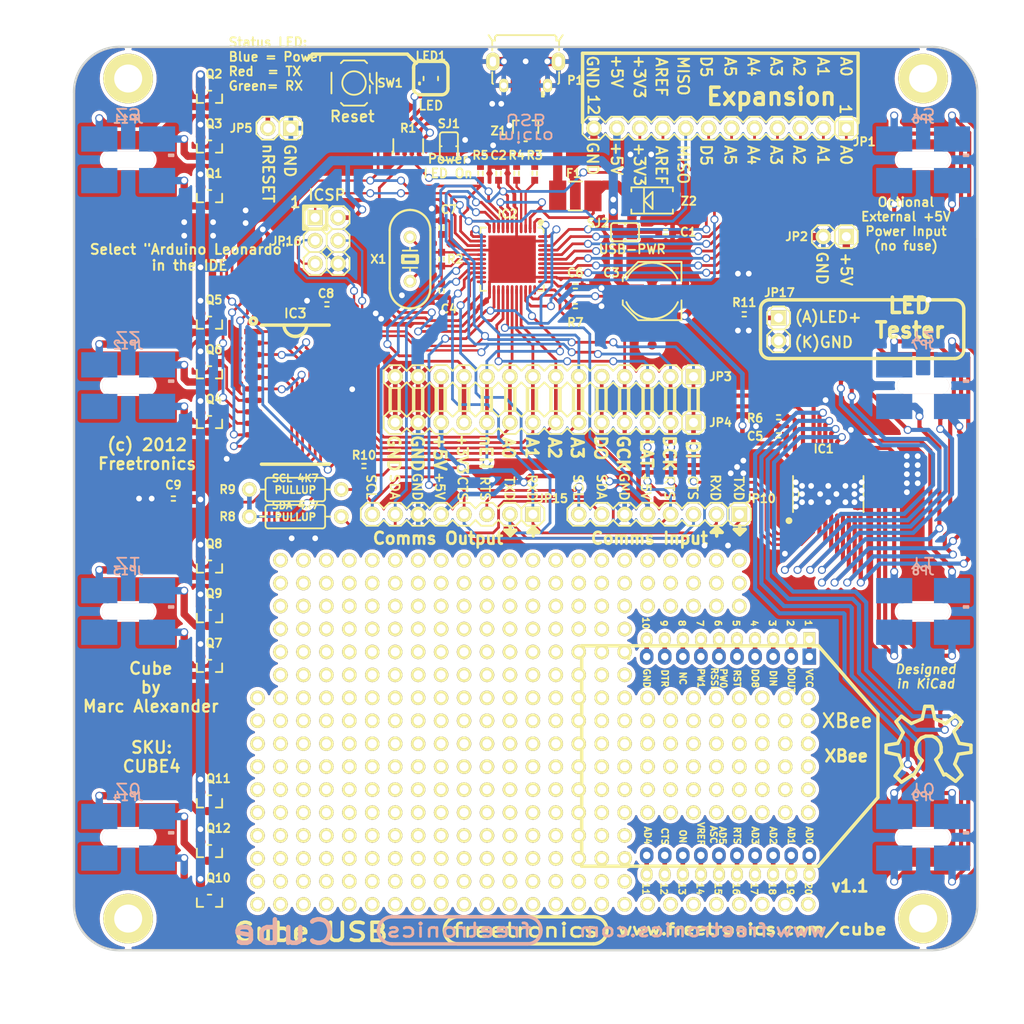
<source format=kicad_pcb>
(kicad_pcb (version 20221018) (generator pcbnew)
  (layers (0 "F.Cu" signal "Front") (31 "B.Cu" signal "Back") (34 "B.Paste" user) (35 "F.Paste" user) (36 "B.SilkS" user) (37 "F.SilkS" user) (38 "B.Mask" user) (39 "F.Mask" user) (44 "Edge.Cuts" user))
  (net 0 "")
  (net 1 "+3.3V")
  (net 2 "+5V")
  (net 3 "/A0")
  (net 4 "/A1")
  (net 5 "/A2")
  (net 6 "/A3")
  (net 7 "/A4")
  (net 8 "/A5")
  (net 9 "/AREF")
  (net 10 "/COM_CTS")
  (net 11 "/COM_RTS")
  (net 12 "/COM_RXD")
  (net 13 "/COM_SCL")
  (net 14 "/COM_SDA")
  (net 15 "/COM_TXD")
  (net 16 "/D5")
  (net 17 "/HWB")
  (net 18 "/LED_A0")
  (net 19 "/LED_A1")
  (net 20 "/LED_A2")
  (net 21 "/LED_A3")
  (net 22 "/LED_DCK")
  (net 23 "/LED_DI")
  (net 24 "/LED_DO")
  (net 25 "/LED_GCK")
  (net 26 "/LED_LAT")
  (net 27 "/LED_nEN")
  (net 28 "/MISO")
  (net 29 "/RXLED_SS")
  (net 30 "/TXLED")
  (net 31 "/X0Y0")
  (net 32 "/X0Y1")
  (net 33 "/X0Y2")
  (net 34 "/X0Y3")
  (net 35 "/X1Y0")
  (net 36 "/X1Y1")
  (net 37 "/X1Y2")
  (net 38 "/X1Y3")
  (net 39 "/X2Y0")
  (net 40 "/X2Y1")
  (net 41 "/X2Y2")
  (net 42 "/X2Y3")
  (net 43 "/X3Y0")
  (net 44 "/X3Y1")
  (net 45 "/X3Y2")
  (net 46 "/X3Y3")
  (net 47 "/Z0_BLUE")
  (net 48 "/Z0_GREEN")
  (net 49 "/Z0_RED")
  (net 50 "/Z1_BLUE")
  (net 51 "/Z1_GREEN")
  (net 52 "/Z1_RED")
  (net 53 "/Z2_BLUE")
  (net 54 "/Z2_GREEN")
  (net 55 "/Z2_RED")
  (net 56 "/Z3_BLUE")
  (net 57 "/Z3_GREEN")
  (net 58 "/Z3_RED")
  (net 59 "/mLED_A0")
  (net 60 "/mLED_A1")
  (net 61 "/mLED_A2")
  (net 62 "/mLED_A3")
  (net 63 "/mLED_DCK")
  (net 64 "/mLED_DI")
  (net 65 "/mLED_GCK")
  (net 66 "/mLED_LAT")
  (net 67 "/mLED_nEN")
  (net 68 "/nRESET")
  (net 69 "GND")
  (net 70 "N-000009")
  (net 71 "N-000026")
  (net 72 "N-000027")
  (net 73 "N-000028")
  (net 74 "N-000029")
  (net 75 "N-000039")
  (net 76 "N-000055")
  (net 77 "N-000067")
  (net 78 "N-000068")
  (net 79 "N-000069")
  (net 80 "N-000070")
  (net 81 "N-000072")
  (net 82 "N-000073")
  (net 83 "N-000077")
  (net 84 "N-000087")
  (net 85 "N-000088")
  (net 86 "N-000089")
  (net 87 "N-000090")
  (net 88 "N-000091")
  (net 89 "N-000092")
  (net 90 "N-000093")
  (net 91 "N-000094")
  (net 92 "N-000096")
  (net 93 "N-000098")
  (net 94 "N-000100")
  (net 95 "N-000107")
  (footprint "TSSOP24_EXPOSED_PAD" (layer "F.Cu") (at 233.49966 99.49942)
    (fp_text reference "IC1")
    (fp_text value "MY9262TE_TSSOP24" hide)
  )
  (footprint "SW_TACTILE_SMD" (layer "F.Cu") (at 181.0004 54.0004)
    (fp_text reference "SW1")
    (fp_text value "RESET" hide)
  )
  (footprint "SOT23_PGB102ST3WR" (layer "F.Cu") (at 199.9996 59.29884)
    (fp_text reference "Z1")
    (fp_text value "PGB102ST3WR" hide)
  )
  (footprint "SOT23_MOSFET" (layer "F.Cu") (at 165.00094 80.50022 180)
    (fp_text reference "Q5")
    (fp_text value "DMP2305U-7" hide)
  )
  (footprint "SOT23_MOSFET" (layer "F.Cu") (at 165.00094 107.50042 180)
    (fp_text reference "Q8")
    (fp_text value "DMP2305U-7" hide)
  )
  (footprint "SOT23_MOSFET" (layer "F.Cu") (at 165.00094 144.5006 180)
    (fp_text reference "Q10")
    (fp_text value "DMP2305U-7" hide)
  )
  (footprint "SOT23_MOSFET" (layer "F.Cu") (at 165.00094 133.49986 180)
    (fp_text reference "Q11")
    (fp_text value "DMP2305U-7" hide)
  )
  (footprint "SOT23_MOSFET" (layer "F.Cu") (at 165.00094 85.99932 180)
    (fp_text reference "Q6")
    (fp_text value "DMP2305U-7" hide)
  )
  (footprint "SOT23_MOSFET" (layer "F.Cu") (at 165.00094 138.99896 180)
    (fp_text reference "Q12")
    (fp_text value "DMP2305U-7" hide)
  )
  (footprint "SOT23_MOSFET" (layer "F.Cu") (at 165.00094 91.50096 180)
    (fp_text reference "Q4")
    (fp_text value "DMP2305U-7" hide)
  )
  (footprint "SOT23_MOSFET" (layer "F.Cu") (at 165.00094 66.49974 180)
    (fp_text reference "Q1")
    (fp_text value "DMP2305U-7" hide)
  )
  (footprint "SOT23_MOSFET" (layer "F.Cu") (at 165.00094 55.499 180)
    (fp_text reference "Q2")
    (fp_text value "DMP2305U-7" hide)
  )
  (footprint "SOT23_MOSFET" (layer "F.Cu") (at 165.00094 61.00064 180)
    (fp_text reference "Q3")
    (fp_text value "DMP2305U-7" hide)
  )
  (footprint "SOIC24" (layer "F.Cu") (at 174.50054 88.49868 -90)
    (fp_text reference "IC3")
    (fp_text value "74HC154_SOIC24" hide)
  )
  (footprint "SMA_DIODE" (layer "F.Cu") (at 214.00008 67.00012 180)
    (fp_text reference "Z2")
    (fp_text value "5.6V_1W" hide)
  )
  (footprint "RES_CAY16" (layer "F.Cu") (at 186.99988 61.00064)
    (fp_text reference "R1")
    (fp_text value "1K" hide)
  )
  (footprint "RES_AXIAL_400MIL" (layer "F.Cu") (at 174.50054 98.99904 180)
    (fp_text reference "R9")
    (fp_text value "4K7" hide)
  )
  (footprint "RES0603" (layer "F.Cu") (at 201.00036 64.00038 -90)
    (fp_text reference "R3")
    (fp_text value "22R" hide)
  )
  (footprint "RES0603" (layer "F.Cu") (at 198.99884 64.00038 -90)
    (fp_text reference "R4")
    (fp_text value "22R" hide)
  )
  (footprint "RES0603" (layer "F.Cu") (at 195.00088 64.00038 -90)
    (fp_text reference "R5")
    (fp_text value "10K" hide)
  )
  (footprint "RES0603" (layer "F.Cu") (at 228.00056 91.00058)
    (fp_text reference "R6")
    (fp_text value "536R" hide)
  )
  (footprint "RES0603" (layer "F.Cu") (at 205.4987 78.69936)
    (fp_text reference "R7")
    (fp_text value "10K" hide)
  )
  (footprint "QFN44" (layer "F.Cu") (at 198.49846 73.49998 -90)
    (fp_text reference "IC2")
    (fp_text value "ATMEGA32U4_QFN44" hide)
  )
  (footprint "M12_100MIL" (layer "F.Cu") (at 235.49864 58.99912 180)
    (fp_text reference "JP1")
    (fp_text value "EXPANSION" hide)
  )
  (footprint "M08_100MIL" (layer "F.Cu") (at 200.7997 101.7397 180)
    (fp_text reference "JP15")
    (fp_text value "COMM_OUT" hide)
  )
  (footprint "M08_100MIL" (layer "F.Cu") (at 223.6597 101.7397 180)
    (fp_text reference "JP10")
    (fp_text value "COMM_IN" hide)
  )
  (footprint "M02_100MIL" (layer "F.Cu") (at 174.00016 58.99912 180)
    (fp_text reference "JP5")
    (fp_text value "RESET" hide)
  )
  (footprint "M02_100MIL" (layer "F.Cu") (at 235.49864 71.00062 180)
    (fp_text reference "JP2")
    (fp_text value "5V_POWER_OPTION" hide)
  )
  (footprint "LED_RGB_19-337" (layer "F.Cu") (at 189.49924 53.50002)
    (fp_text reference "LED1")
    (fp_text value "LED_RGB" hide)
  )
  (footprint "JUMPER_SJ_2PAD" (layer "F.Cu") (at 211.00034 70.50024 180)
    (fp_text reference "SJ2")
    (fp_text value "USB-PWR" hide)
  )
  (footprint "JUMPER_SJ_2PAD" (layer "F.Cu") (at 191.50076 61.00064 -90)
    (fp_text reference "SJ1")
    (fp_text value "PWR_LED_ON" hide)
  )
  (footprint "FUSE1812" (layer "F.Cu") (at 205.4987 66.49974)
    (fp_text reference "F1")
    (fp_text value "500mA_POLY" hide)
  )
  (footprint "CAP_ELECTRO_SMT_D" (layer "F.Cu") (at 214.00008 77.0001 180)
    (fp_text reference "C3")
    (fp_text value "47uF_25V" hide)
  )
  (footprint "CAP0603" (layer "F.Cu") (at 196.99986 64.00038 90)
    (fp_text reference "C2")
    (fp_text value "1uF" hide)
  )
  (footprint "CAP0603" (layer "F.Cu") (at 228.00056 92.99956 180)
    (fp_text reference "C5")
    (fp_text value "100nF" hide)
  )
  (footprint "CAP0603" (layer "F.Cu") (at 205.4987 76.49972)
    (fp_text reference "C6")
    (fp_text value "100nF" hide)
  )
  (footprint "CAP0603" (layer "F.Cu") (at 190.70066 69.99986 90)
    (fp_text reference "C7")
    (fp_text value "22pF" hide)
  )
  (footprint "CAP0603" (layer "F.Cu") (at 178.00066 78.4987 180)
    (fp_text reference "C8")
    (fp_text value "100nF" hide)
  )
  (footprint "CAP0603" (layer "F.Cu") (at 161.00044 99.9998 180)
    (fp_text reference "C9")
    (fp_text value "1uF" hide)
  )
  (footprint "CAP0603" (layer "F.Cu") (at 215.49868 70.50024)
    (fp_text reference "C1")
    (fp_text value "1uF" hide)
  )
  (footprint "SOT23_MOSFET" (layer "F.Cu") (at 165.00094 112.99952 180)
    (fp_text reference "Q9")
    (fp_text value "DMP2305U-7" hide)
  )
  (footprint "SOT23_MOSFET" (layer "F.Cu") (at 165.00094 118.49862 180)
    (fp_text reference "Q7")
    (fp_text value "DMP2305U-7" hide)
  )
  (footprint "M14_100MIL" (layer "F.Cu") (at 218.5797 86.4997 180)
    (fp_text reference "JP3")
    (fp_text value "LED_MCU" hide)
  )
  (footprint "M14_100MIL" (layer "F.Cu") (at 218.5797 91.5797 180)
    (fp_text reference "JP4")
    (fp_text value "LED_DRV" hide)
  )
  (footprint "RES_AXIAL_400MIL" (layer "F.Cu") (at 174.50054 101.99878 180)
    (fp_text reference "R8")
    (fp_text value "4K7" hide)
  )
  (footprint "HC49-US" (layer "F.Cu") (at 187.20054 73.49998 -90)
    (fp_text reference "X1")
    (fp_text value "16MHz" hide)
  )
  (footprint "CAP0603" (layer "F.Cu") (at 190.70066 77.0001 -90)
    (fp_text reference "C4")
    (fp_text value "22pF" hide)
  )
  (footprint "RES0603" (layer "F.Cu") (at 190.70066 73.49998 90)
    (fp_text reference "R2")
    (fp_text value "1M" hide)
  )
  (footprint "CON_MICROUSB_TH_4PEGS" (layer "F.Cu") (at 199.9996 54.19852 -90)
    (fp_text reference "P1")
    (fp_text value "USB_5PIN_SHELL" hide)
  )
  (footprint "PAD1_1_0mm_1_6mm" (layer "F.Cu") (at 172.8597 106.8197)
    (fp_text reference "PAD1_1_0mm_1_6mm" hide)
    (fp_text value "Val**" hide)
  )
  (footprint "PAD1_1_0mm_1_6mm" (layer "F.Cu") (at 175.3997 106.8197)
    (fp_text reference "PAD1_1_0mm_1_6mm" hide)
    (fp_text value "Val**" hide)
  )
  (footprint "PAD1_1_0mm_1_6mm" (layer "F.Cu") (at 180.4797 106.8197)
    (fp_text reference "PAD1_1_0mm_1_6mm" hide)
    (fp_text value "Val**" hide)
  )
  (footprint "PAD1_1_0mm_1_6mm" (layer "F.Cu") (at 177.9397 106.8197)
    (fp_text reference "PAD1_1_0mm_1_6mm" hide)
    (fp_text value "Val**" hide)
  )
  (footprint "PAD1_1_0mm_1_6mm" (layer "F.Cu") (at 188.0997 106.8197)
    (fp_text reference "PAD1_1_0mm_1_6mm" hide)
    (fp_text value "Val**" hide)
  )
  (footprint "PAD1_1_0mm_1_6mm" (layer "F.Cu") (at 190.6397 106.8197)
    (fp_text reference "PAD1_1_0mm_1_6mm" hide)
    (fp_text value "Val**" hide)
  )
  (footprint "PAD1_1_0mm_1_6mm" (layer "F.Cu") (at 185.5597 106.8197)
    (fp_text reference "PAD1_1_0mm_1_6mm" hide)
    (fp_text value "Val**" hide)
  )
  (footprint "PAD1_1_0mm_1_6mm" (layer "F.Cu") (at 183.0197 106.8197)
    (fp_text reference "PAD1_1_0mm_1_6mm" hide)
    (fp_text value "Val**" hide)
  )
  (footprint "PAD1_1_0mm_1_6mm" (layer "F.Cu") (at 203.3397 106.8197)
    (fp_text reference "PAD1_1_0mm_1_6mm" hide)
    (fp_text value "Val**" hide)
  )
  (footprint "PAD1_1_0mm_1_6mm" (layer "F.Cu") (at 205.8797 106.8197)
    (fp_text reference "PAD1_1_0mm_1_6mm" hide)
    (fp_text value "Val**" hide)
  )
  (footprint "PAD1_1_0mm_1_6mm" (layer "F.Cu") (at 210.9597 106.8197)
    (fp_text reference "PAD1_1_0mm_1_6mm" hide)
    (fp_text value "Val**" hide)
  )
  (footprint "PAD1_1_0mm_1_6mm" (layer "F.Cu") (at 208.4197 106.8197)
    (fp_text reference "PAD1_1_0mm_1_6mm" hide)
    (fp_text value "Val**" hide)
  )
  (footprint "PAD1_1_0mm_1_6mm" (layer "F.Cu") (at 198.2597 106.8197)
    (fp_text reference "PAD1_1_0mm_1_6mm" hide)
    (fp_text value "Val**" hide)
  )
  (footprint "PAD1_1_0mm_1_6mm" (layer "F.Cu") (at 200.7997 106.8197)
    (fp_text reference "PAD1_1_0mm_1_6mm" hide)
    (fp_text value "Val**" hide)
  )
  (footprint "PAD1_1_0mm_1_6mm" (layer "F.Cu") (at 195.7197 106.8197)
    (fp_text reference "PAD1_1_0mm_1_6mm" hide)
    (fp_text value "Val**" hide)
  )
  (footprint "PAD1_1_0mm_1_6mm" (layer "F.Cu") (at 193.1797 106.8197)
    (fp_text reference "PAD1_1_0mm_1_6mm" hide)
    (fp_text value "Val**" hide)
  )
  (footprint "PAD1_1_0mm_1_6mm" (layer "F.Cu") (at 213.4997 106.8197)
    (fp_text reference "PAD1_1_0mm_1_6mm" hide)
    (fp_text value "Val**" hide)
  )
  (footprint "PAD1_1_0mm_1_6mm" (layer "F.Cu") (at 221.1197 106.8197)
    (fp_text reference "PAD1_1_0mm_1_6mm" hide)
    (fp_text value "Val**" hide)
  )
  (footprint "PAD1_1_0mm_1_6mm" (layer "F.Cu") (at 223.6597 106.8197)
    (fp_text reference "PAD1_1_0mm_1_6mm" hide)
    (fp_text value "Val**" hide)
  )
  (footprint "PAD1_1_0mm_1_6mm" (layer "F.Cu") (at 218.5797 106.8197)
    (fp_text reference "PAD1_1_0mm_1_6mm" hide)
    (fp_text value "Val**" hide)
  )
  (footprint "PAD1_1_0mm_1_6mm" (layer "F.Cu") (at 216.0397 106.8197)
    (fp_text reference "PAD1_1_0mm_1_6mm" hide)
    (fp_text value "Val**" hide)
  )
  (footprint "PAD1_1_0mm_1_6mm" (layer "F.Cu") (at 216.0397 109.3597)
    (fp_text reference "PAD1_1_0mm_1_6mm" hide)
    (fp_text value "Val**" hide)
  )
  (footprint "PAD1_1_0mm_1_6mm" (layer "F.Cu") (at 218.5797 109.3597)
    (fp_text reference "PAD1_1_0mm_1_6mm" hide)
    (fp_text value "Val**" hide)
  )
  (footprint "PAD1_1_0mm_1_6mm" (layer "F.Cu") (at 223.6597 109.3597)
    (fp_text reference "PAD1_1_0mm_1_6mm" hide)
    (fp_text value "Val**" hide)
  )
  (footprint "PAD1_1_0mm_1_6mm" (layer "F.Cu") (at 221.1197 109.3597)
    (fp_text reference "PAD1_1_0mm_1_6mm" hide)
    (fp_text value "Val**" hide)
  )
  (footprint "PAD1_1_0mm_1_6mm" (layer "F.Cu") (at 213.4997 109.3597)
    (fp_text reference "PAD1_1_0mm_1_6mm" hide)
    (fp_text value "Val**" hide)
  )
  (footprint "PAD1_1_0mm_1_6mm" (layer "F.Cu") (at 193.1797 109.3597)
    (fp_text reference "PAD1_1_0mm_1_6mm" hide)
    (fp_text value "Val**" hide)
  )
  (footprint "PAD1_1_0mm_1_6mm" (layer "F.Cu") (at 195.7197 109.3597)
    (fp_text reference "PAD1_1_0mm_1_6mm" hide)
    (fp_text value "Val**" hide)
  )
  (footprint "PAD1_1_0mm_1_6mm" (layer "F.Cu") (at 200.7997 109.3597)
    (fp_text reference "PAD1_1_0mm_1_6mm" hide)
    (fp_text value "Val**" hide)
  )
  (footprint "PAD1_1_0mm_1_6mm" (layer "F.Cu") (at 198.2597 109.3597)
    (fp_text reference "PAD1_1_0mm_1_6mm" hide)
    (fp_text value "Val**" hide)
  )
  (footprint "PAD1_1_0mm_1_6mm" (layer "F.Cu") (at 208.4197 109.3597)
    (fp_text reference "PAD1_1_0mm_1_6mm" hide)
    (fp_text value "Val**" hide)
  )
  (footprint "PAD1_1_0mm_1_6mm" (layer "F.Cu") (at 210.9597 109.3597)
    (fp_text reference "PAD1_1_0mm_1_6mm" hide)
    (fp_text value "Val**" hide)
  )
  (footprint "PAD1_1_0mm_1_6mm" (layer "F.Cu") (at 205.8797 109.3597)
    (fp_text reference "PAD1_1_0mm_1_6mm" hide)
    (fp_text value "Val**" hide)
  )
  (footprint "PAD1_1_0mm_1_6mm" (layer "F.Cu") (at 203.3397 109.3597)
    (fp_text reference "PAD1_1_0mm_1_6mm" hide)
    (fp_text value "Val**" hide)
  )
  (footprint "PAD1_1_0mm_1_6mm" (layer "F.Cu") (at 183.0197 109.3597)
    (fp_text reference "PAD1_1_0mm_1_6mm" hide)
    (fp_text value "Val**" hide)
  )
  (footprint "PAD1_1_0mm_1_6mm" (layer "F.Cu") (at 185.5597 109.3597)
    (fp_text reference "PAD1_1_0mm_1_6mm" hide)
    (fp_text value "Val**" hide)
  )
  (footprint "PAD1_1_0mm_1_6mm" (layer "F.Cu") (at 190.6397 109.3597)
    (fp_text reference "PAD1_1_0mm_1_6mm" hide)
    (fp_text value "Val**" hide)
  )
  (footprint "PAD1_1_0mm_1_6mm" (layer "F.Cu") (at 188.0997 109.3597)
    (fp_text reference "PAD1_1_0mm_1_6mm" hide)
    (fp_text value "Val**" hide)
  )
  (footprint "PAD1_1_0mm_1_6mm" (layer "F.Cu") (at 177.9397 109.3597)
    (fp_text reference "PAD1_1_0mm_1_6mm" hide)
    (fp_text value "Val**" hide)
  )
  (footprint "PAD1_1_0mm_1_6mm" (layer "F.Cu") (at 180.4797 109.3597)
    (fp_text reference "PAD1_1_0mm_1_6mm" hide)
    (fp_text value "Val**" hide)
  )
  (footprint "PAD1_1_0mm_1_6mm" (layer "F.Cu") (at 175.3997 109.3597)
    (fp_text reference "PAD1_1_0mm_1_6mm" hide)
    (fp_text value "Val**" hide)
  )
  (footprint "PAD1_1_0mm_1_6mm" (layer "F.Cu") (at 172.8597 109.3597)
    (fp_text reference "PAD1_1_0mm_1_6mm" hide)
    (fp_text value "Val**" hide)
  )
  (footprint "PAD1_1_0mm_1_6mm" (layer "F.Cu") (at 172.8597 114.4397)
    (fp_text reference "PAD1_1_0mm_1_6mm" hide)
    (fp_text value "Val**" hide)
  )
  (footprint "PAD1_1_0mm_1_6mm" (layer "F.Cu") (at 175.3997 114.4397)
    (fp_text reference "PAD1_1_0mm_1_6mm" hide)
    (fp_text value "Val**" hide)
  )
  (footprint "PAD1_1_0mm_1_6mm" (layer "F.Cu") (at 180.4797 114.4397)
    (fp_text reference "PAD1_1_0mm_1_6mm" hide)
    (fp_text value "Val**" hide)
  )
  (footprint "PAD1_1_0mm_1_6mm" (layer "F.Cu") (at 177.9397 114.4397)
    (fp_text reference "PAD1_1_0mm_1_6mm" hide)
    (fp_text value "Val**" hide)
  )
  (footprint "PAD1_1_0mm_1_6mm" (layer "F.Cu") (at 188.0997 114.4397)
    (fp_text reference "PAD1_1_0mm_1_6mm" hide)
    (fp_text value "Val**" hide)
  )
  (footprint "PAD1_1_0mm_1_6mm" (layer "F.Cu") (at 190.6397 114.4397)
    (fp_text reference "PAD1_1_0mm_1_6mm" hide)
    (fp_text value "Val**" hide)
  )
  (footprint "PAD1_1_0mm_1_6mm" (layer "F.Cu") (at 185.5597 114.4397)
    (fp_text reference "PAD1_1_0mm_1_6mm" hide)
    (fp_text value "Val**" hide)
  )
  (footprint "PAD1_1_0mm_1_6mm" (layer "F.Cu") (at 183.0197 114.4397)
    (fp_text reference "PAD1_1_0mm_1_6mm" hide)
    (fp_text value "Val**" hide)
  )
  (footprint "PAD1_1_0mm_1_6mm" (layer "F.Cu") (at 203.3397 114.4397)
    (fp_text reference "PAD1_1_0mm_1_6mm" hide)
    (fp_text value "Val**" hide)
  )
  (footprint "PAD1_1_0mm_1_6mm" (layer "F.Cu") (at 205.8797 114.4397)
    (fp_text reference "PAD1_1_0mm_1_6mm" hide)
    (fp_text value "Val**" hide)
  )
  (footprint "PAD1_1_0mm_1_6mm" (layer "F.Cu") (at 210.9597 114.4397)
    (fp_text reference "PAD1_1_0mm_1_6mm" hide)
    (fp_text value "Val**" hide)
  )
  (footprint "PAD1_1_0mm_1_6mm" (layer "F.Cu") (at 208.4197 114.4397)
    (fp_text reference "PAD1_1_0mm_1_6mm" hide)
    (fp_text value "Val**" hide)
  )
  (footprint "PAD1_1_0mm_1_6mm" (layer "F.Cu") (at 198.2597 114.4397)
    (fp_text reference "PAD1_1_0mm_1_6mm" hide)
    (fp_text value "Val**" hide)
  )
  (footprint "PAD1_1_0mm_1_6mm" (layer "F.Cu") (at 200.7997 114.4397)
    (fp_text reference "PAD1_1_0mm_1_6mm" hide)
    (fp_text value "Val**" hide)
  )
  (footprint "PAD1_1_0mm_1_6mm" (layer "F.Cu") (at 195.7197 114.4397)
    (fp_text reference "PAD1_1_0mm_1_6mm" hide)
    (fp_text value "Val**" hide)
  )
  (footprint "PAD1_1_0mm_1_6mm" (layer "F.Cu") (at 193.1797 114.4397)
    (fp_text reference "PAD1_1_0mm_1_6mm" hide)
    (fp_text value "Val**" hide)
  )
  (footprint "PAD1_1_0mm_1_6mm" (layer "F.Cu") (at 216.0397 111.8997)
    (fp_text reference "PAD1_1_0mm_1_6mm" hide)
    (fp_text value "Val**" hide)
  )
  (footprint "PAD1_1_0mm_1_6mm" (layer "F.Cu") (at 218.5797 111.8997)
    (fp_text reference "PAD1_1_0mm_1_6mm" hide)
    (fp_text value "Val**" hide)
  )
  (footprint "PAD1_1_0mm_1_6mm" (layer "F.Cu") (at 223.6597 111.8997)
    (fp_text reference "PAD1_1_0mm_1_6mm" hide)
    (fp_text value "Val**" hide)
  )
  (footprint "PAD1_1_0mm_1_6mm" (layer "F.Cu") (at 221.1197 111.8997)
    (fp_text reference "PAD1_1_0mm_1_6mm" hide)
    (fp_text value "Val**" hide)
  )
  (footprint "PAD1_1_0mm_1_6mm" (layer "F.Cu") (at 213.4997 111.8997)
    (fp_text reference "PAD1_1_0mm_1_6mm" hide)
    (fp_text value "Val**" hide)
  )
  (footprint "PAD1_1_0mm_1_6mm" (layer "F.Cu") (at 193.1797 111.8997)
    (fp_text reference "PAD1_1_0mm_1_6mm" hide)
    (fp_text value "Val**" hide)
  )
  (footprint "PAD1_1_0mm_1_6mm" (layer "F.Cu") (at 195.7197 111.8997)
    (fp_text reference "PAD1_1_0mm_1_6mm" hide)
    (fp_text value "Val**" hide)
  )
  (footprint "PAD1_1_0mm_1_6mm" (layer "F.Cu") (at 200.7997 111.8997)
    (fp_text reference "PAD1_1_0mm_1_6mm" hide)
    (fp_text value "Val**" hide)
  )
  (footprint "PAD1_1_0mm_1_6mm" (layer "F.Cu") (at 198.2597 111.8997)
    (fp_text reference "PAD1_1_0mm_1_6mm" hide)
    (fp_text value "Val**" hide)
  )
  (footprint "PAD1_1_0mm_1_6mm" (layer "F.Cu") (at 208.4197 111.8997)
    (fp_text reference "PAD1_1_0mm_1_6mm" hide)
    (fp_text value "Val**" hide)
  )
  (footprint "PAD1_1_0mm_1_6mm" (layer "F.Cu") (at 210.9597 111.8997)
    (fp_text reference "PAD1_1_0mm_1_6mm" hide)
    (fp_text value "Val**" hide)
  )
  (footprint "PAD1_1_0mm_1_6mm" (layer "F.Cu") (at 205.8797 111.8997)
    (fp_text reference "PAD1_1_0mm_1_6mm" hide)
    (fp_text value "Val**" hide)
  )
  (footprint "PAD1_1_0mm_1_6mm" (layer "F.Cu") (at 203.3397 111.8997)
    (fp_text reference "PAD1_1_0mm_1_6mm" hide)
    (fp_text value "Val**" hide)
  )
  (footprint "PAD1_1_0mm_1_6mm" (layer "F.Cu") (at 183.0197 111.8997)
    (fp_text reference "PAD1_1_0mm_1_6mm" hide)
    (fp_text value "Val**" hide)
  )
  (footprint "PAD1_1_0mm_1_6mm" (layer "F.Cu") (at 185.5597 111.8997)
    (fp_text reference "PAD1_1_0mm_1_6mm" hide)
    (fp_text value "Val**" hide)
  )
  (footprint "PAD1_1_0mm_1_6mm" (layer "F.Cu") (at 190.6397 111.8997)
    (fp_text reference "PAD1_1_0mm_1_6mm" hide)
    (fp_text value "Val**" hide)
  )
  (footprint "PAD1_1_0mm_1_6mm" (layer "F.Cu") (at 188.0997 111.8997)
    (fp_text reference "PAD1_1_0mm_1_6mm" hide)
    (fp_text value "Val**" hide)
  )
  (footprint "PAD1_1_0mm_1_6mm" (layer "F.Cu") (at 177.9397 111.8997)
    (fp_text reference "PAD1_1_0mm_1_6mm" hide)
    (fp_text value "Val**" hide)
  )
  (footprint "PAD1_1_0mm_1_6mm" (layer "F.Cu") (at 180.4797 111.8997)
    (fp_text reference "PAD1_1_0mm_1_6mm" hide)
    (fp_text value "Val**" hide)
  )
  (footprint "PAD1_1_0mm_1_6mm" (layer "F.Cu") (at 175.3997 111.8997)
    (fp_text reference "PAD1_1_0mm_1_6mm" hide)
    (fp_text value "Val**" hide)
  )
  (footprint "PAD1_1_0mm_1_6mm" (layer "F.Cu") (at 172.8597 111.8997)
    (fp_text reference "PAD1_1_0mm_1_6mm" hide)
    (fp_text value "Val**" hide)
  )
  (footprint "PAD1_1_0mm_1_6mm" (layer "F.Cu") (at 172.8597 116.9797)
    (fp_text reference "PAD1_1_0mm_1_6mm" hide)
    (fp_text value "Val**" hide)
  )
  (footprint "PAD1_1_0mm_1_6mm" (layer "F.Cu") (at 175.3997 116.9797)
    (fp_text reference "PAD1_1_0mm_1_6mm" hide)
    (fp_text value "Val**" hide)
  )
  (footprint "PAD1_1_0mm_1_6mm" (layer "F.Cu") (at 180.4797 116.9797)
    (fp_text reference "PAD1_1_0mm_1_6mm" hide)
    (fp_text value "Val**" hide)
  )
  (footprint "PAD1_1_0mm_1_6mm" (layer "F.Cu") (at 177.9397 116.9797)
    (fp_text reference "PAD1_1_0mm_1_6mm" hide)
    (fp_text value "Val**" hide)
  )
  (footprint "PAD1_1_0mm_1_6mm" (layer "F.Cu") (at 188.0997 116.9797)
    (fp_text reference "PAD1_1_0mm_1_6mm" hide)
    (fp_text value "Val**" hide)
  )
  (footprint "PAD1_1_0mm_1_6mm" (layer "F.Cu") (at 190.6397 116.9797)
    (fp_text reference "PAD1_1_0mm_1_6mm" hide)
    (fp_text value "Val**" hide)
  )
  (footprint "PAD1_1_0mm_1_6mm" (layer "F.Cu") (at 185.5597 116.9797)
    (fp_text reference "PAD1_1_0mm_1_6mm" hide)
    (fp_text value "Val**" hide)
  )
  (footprint "PAD1_1_0mm_1_6mm" (layer "F.Cu") (at 183.0197 116.9797)
    (fp_text reference "PAD1_1_0mm_1_6mm" hide)
    (fp_text value "Val**" hide)
  )
  (footprint "PAD1_1_0mm_1_6mm" (layer "F.Cu") (at 203.3397 116.9797)
    (fp_text reference "PAD1_1_0mm_1_6mm" hide)
    (fp_text value "Val**" hide)
  )
  (footprint "PAD1_1_0mm_1_6mm" (layer "F.Cu") (at 205.8797 116.9797)
    (fp_text reference "PAD1_1_0mm_1_6mm" hide)
    (fp_text value "Val**" hide)
  )
  (footprint "PAD1_1_0mm_1_6mm" (layer "F.Cu") (at 210.9597 116.9797)
    (fp_text reference "PAD1_1_0mm_1_6mm" hide)
    (fp_text value "Val**" hide)
  )
  (footprint "PAD1_1_0mm_1_6mm" (layer "F.Cu") (at 208.4197 116.9797)
    (fp_text reference "PAD1_1_0mm_1_6mm" hide)
    (fp_text value "Val**" hide)
  )
  (footprint "PAD1_1_0mm_1_6mm" (layer "F.Cu") (at 198.2597 116.9797)
    (fp_text reference "PAD1_1_0mm_1_6mm" hide)
    (fp_text value "Val**" hide)
  )
  (footprint "PAD1_1_0mm_1_6mm" (layer "F.Cu") (at 200.7997 116.9797)
    (fp_text reference "PAD1_1_0mm_1_6mm" hide)
    (fp_text value "Val**" hide)
  )
  (footprint "PAD1_1_0mm_1_6mm" (layer "F.Cu") (at 195.7197 116.9797)
    (fp_text reference "PAD1_1_0mm_1_6mm" hide)
    (fp_text value "Val**" hide)
  )
  (footprint "PAD1_1_0mm_1_6mm" (layer "F.Cu") (at 193.1797 116.9797)
    (fp_text reference "PAD1_1_0mm_1_6mm" hide)
    (fp_text value "Val**" hide)
  )
  (footprint "PAD1_1_0mm_1_6mm" (layer "F.Cu") (at 193.1797 119.5197)
    (fp_text reference "PAD1_1_0mm_1_6mm" hide)
    (fp_text value "Val**" hide)
  )
  (footprint "PAD1_1_0mm_1_6mm" (layer "F.Cu") (at 195.7197 119.5197)
    (fp_text reference "PAD1_1_0mm_1_6mm" hide)
    (fp_text value "Val**" hide)
  )
  (footprint "PAD1_1_0mm_1_6mm" (layer "F.Cu") (at 200.7997 119.5197)
    (fp_text reference "PAD1_1_0mm_1_6mm" hide)
    (fp_text value "Val**" hide)
  )
  (footprint "PAD1_1_0mm_1_6mm" (layer "F.Cu") (at 198.2597 119.5197)
    (fp_text reference "PAD1_1_0mm_1_6mm" hide)
    (fp_text value "Val**" hide)
  )
  (footprint "PAD1_1_0mm_1_6mm" (layer "F.Cu") (at 208.4197 119.5197)
    (fp_text reference "PAD1_1_0mm_1_6mm" hide)
    (fp_text value "Val**" hide)
  )
  (footprint "PAD1_1_0mm_1_6mm" (layer "F.Cu") (at 210.9597 119.5197)
    (fp_text reference "PAD1_1_0mm_1_6mm" hide)
    (fp_text value "Val**" hide)
  )
  (footprint "PAD1_1_0mm_1_6mm" (layer "F.Cu") (at 205.8797 119.5197)
    (fp_text reference "PAD1_1_0mm_1_6mm" hide)
    (fp_text value "Val**" hide)
  )
  (footprint "PAD1_1_0mm_1_6mm" (layer "F.Cu") (at 203.3397 119.5197)
    (fp_text reference "PAD1_1_0mm_1_6mm" hide)
    (fp_text value "Val**" hide)
  )
  (footprint "PAD1_1_0mm_1_6mm" (layer "F.Cu") (at 183.0197 119.5197)
    (fp_text reference "PAD1_1_0mm_1_6mm" hide)
    (fp_text value "Val**" hide)
  )
  (footprint "PAD1_1_0mm_1_6mm" (layer "F.Cu") (at 185.5597 119.5197)
    (fp_text reference "PAD1_1_0mm_1_6mm" hide)
    (fp_text value "Val**" hide)
  )
  (footprint "PAD1_1_0mm_1_6mm" (layer "F.Cu") (at 190.6397 119.5197)
    (fp_text reference "PAD1_1_0mm_1_6mm" hide)
    (fp_text value "Val**" hide)
  )
  (footprint "PAD1_1_0mm_1_6mm" (layer "F.Cu") (at 188.0997 119.5197)
    (fp_text reference "PAD1_1_0mm_1_6mm" hide)
    (fp_text value "Val**" hide)
  )
  (footprint "PAD1_1_0mm_1_6mm" (layer "F.Cu") (at 177.9397 119.5197)
    (fp_text reference "PAD1_1_0mm_1_6mm" hide)
    (fp_text value "Val**" hide)
  )
  (footprint "PAD1_1_0mm_1_6mm" (layer "F.Cu") (at 180.4797 119.5197)
    (fp_text reference "PAD1_1_0mm_1_6mm" hide)
    (fp_text value "Val**" hide)
  )
  (footprint "PAD1_1_0mm_1_6mm" (layer "F.Cu") (at 175.3997 119.5197)
    (fp_text reference "PAD1_1_0mm_1_6mm" hide)
    (fp_text value "Val**" hide)
  )
  (footprint "PAD1_1_0mm_1_6mm" (layer "F.Cu") (at 172.8597 119.5197)
    (fp_text reference "PAD1_1_0mm_1_6mm" hide)
    (fp_text value "Val**" hide)
  )
  (footprint "PAD1_1_0mm_1_6mm" (layer "F.Cu") (at 172.8597 134.7597)
    (fp_text reference "PAD1_1_0mm_1_6mm" hide)
    (fp_text value "Val**" hide)
  )
  (footprint "PAD1_1_0mm_1_6mm" (layer "F.Cu") (at 175.3997 134.7597)
    (fp_text reference "PAD1_1_0mm_1_6mm" hide)
    (fp_text value "Val**" hide)
  )
  (footprint "PAD1_1_0mm_1_6mm" (layer "F.Cu") (at 180.4797 134.7597)
    (fp_text reference "PAD1_1_0mm_1_6mm" hide)
    (fp_text value "Val**" hide)
  )
  (footprint "PAD1_1_0mm_1_6mm" (layer "F.Cu") (at 177.9397 134.7597)
    (fp_text reference "PAD1_1_0mm_1_6mm" hide)
    (fp_text value "Val**" hide)
  )
  (footprint "PAD1_1_0mm_1_6mm" (layer "F.Cu") (at 188.0997 134.7597)
    (fp_text reference "PAD1_1_0mm_1_6mm" hide)
    (fp_text value "Val**" hide)
  )
  (footprint "PAD1_1_0mm_1_6mm" (layer "F.Cu") (at 190.6397 134.7597)
    (fp_text reference "PAD1_1_0mm_1_6mm" hide)
    (fp_text value "Val**" hide)
  )
  (footprint "PAD1_1_0mm_1_6mm" (layer "F.Cu") (at 185.5597 134.7597)
    (fp_text reference "PAD1_1_0mm_1_6mm" hide)
    (fp_text value "Val**" hide)
  )
  (footprint "PAD1_1_0mm_1_6mm" (layer "F.Cu") (at 183.0197 134.7597)
    (fp_text reference "PAD1_1_0mm_1_6mm" hide)
    (fp_text value "Val**" hide)
  )
  (footprint "PAD1_1_0mm_1_6mm" (layer "F.Cu") (at 203.3397 134.7597)
    (fp_text reference "PAD1_1_0mm_1_6mm" hide)
    (fp_text value "Val**" hide)
  )
  (footprint "PAD1_1_0mm_1_6mm" (layer "F.Cu") (at 205.8797 134.7597)
    (fp_text reference "PAD1_1_0mm_1_6mm" hide)
    (fp_text value "Val**" hide)
  )
  (footprint "PAD1_1_0mm_1_6mm" (layer "F.Cu") (at 210.9597 134.7597)
    (fp_text reference "PAD1_1_0mm_1_6mm" hide)
    (fp_text value "Val**" hide)
  )
  (footprint "PAD1_1_0mm_1_6mm" (layer "F.Cu") (at 208.4197 134.7597)
    (fp_text reference "PAD1_1_0mm_1_6mm" hide)
    (fp_text value "Val**" hide)
  )
  (footprint "PAD1_1_0mm_1_6mm" (layer "F.Cu") (at 198.2597 134.7597)
    (fp_text reference "PAD1_1_0mm_1_6mm" hide)
    (fp_text value "Val**" hide)
  )
  (footprint "PAD1_1_0mm_1_6mm" (layer "F.Cu") (at 200.7997 134.7597)
    (fp_text reference "PAD1_1_0mm_1_6mm" hide)
    (fp_text value "Val**" hide)
  )
  (footprint "PAD1_1_0mm_1_6mm" (layer "F.Cu") (at 195.7197 134.7597)
    (fp_text reference "PAD1_1_0mm_1_6mm" hide)
    (fp_text value "Val**" hide)
  )
  (footprint "PAD1_1_0mm_1_6mm" (layer "F.Cu") (at 193.1797 134.7597)
    (fp_text reference "PAD1_1_0mm_1_6mm" hide)
    (fp_text value "Val**" hide)
  )
  (footprint "PAD1_1_0mm_1_6mm" (layer "F.Cu") (at 213.4997 134.7597)
    (fp_text reference "PAD1_1_0mm_1_6mm" hide)
    (fp_text value "Val**" hide)
  )
  (footprint "PAD1_1_0mm_1_6mm" (layer "F.Cu") (at 221.1197 134.7597)
    (fp_text reference "PAD1_1_0mm_1_6mm" hide)
    (fp_text value "Val**" hide)
  )
  (footprint "PAD1_1_0mm_1_6mm" (layer "F.Cu") (at 223.6597 134.7597)
    (fp_text reference "PAD1_1_0mm_1_6mm" hide)
    (fp_text value "Val**" hide)
  )
  (footprint "PAD1_1_0mm_1_6mm" (layer "F.Cu") (at 218.5797 134.7597)
    (fp_text reference "PAD1_1_0mm_1_6mm" hide)
    (fp_text value "Val**" hide)
  )
  (footprint "PAD1_1_0mm_1_6mm" (layer "F.Cu") (at 216.0397 134.7597)
    (fp_text reference "PAD1_1_0mm_1_6mm" hide)
    (fp_text value "Val**" hide)
  )
  (footprint "PAD1_1_0mm_1_6mm" (layer "F.Cu") (at 216.0397 132.2197)
    (fp_text reference "PAD1_1_0mm_1_6mm" hide)
    (fp_text value "Val**" hide)
  )
  (footprint "PAD1_1_0mm_1_6mm" (layer "F.Cu") (at 218.5797 132.2197)
    (fp_text reference "PAD1_1_0mm_1_6mm" hide)
    (fp_text value "Val**" hide)
  )
  (footprint "PAD1_1_0mm_1_6mm" (layer "F.Cu") (at 223.6597 132.2197)
    (fp_text reference "PAD1_1_0mm_1_6mm" hide)
    (fp_text value "Val**" hide)
  )
  (footprint "PAD1_1_0mm_1_6mm" (layer "F.Cu") (at 221.1197 132.2197)
    (fp_text reference "PAD1_1_0mm_1_6mm" hide)
    (fp_text value "Val**" hide)
  )
  (footprint "PAD1_1_0mm_1_6mm" (layer "F.Cu") (at 213.4997 132.2197)
    (fp_text reference "PAD1_1_0mm_1_6mm" hide)
    (fp_text value "Val**" hide)
  )
  (footprint "PAD1_1_0mm_1_6mm" (layer "F.Cu") (at 193.1797 132.2197)
    (fp_text reference "PAD1_1_0mm_1_6mm" hide)
    (fp_text value "Val**" hide)
  )
  (footprint "PAD1_1_0mm_1_6mm" (layer "F.Cu") (at 195.7197 132.2197)
    (fp_text reference "PAD1_1_0mm_1_6mm" hide)
    (fp_text value "Val**" hide)
  )
  (footprint "PAD1_1_0mm_1_6mm" (layer "F.Cu") (at 200.7997 132.2197)
    (fp_text reference "PAD1_1_0mm_1_6mm" hide)
    (fp_text value "Val**" hide)
  )
  (footprint "PAD1_1_0mm_1_6mm" (layer "F.Cu") (at 198.2597 132.2197)
    (fp_text reference "PAD1_1_0mm_1_6mm" hide)
    (fp_text value "Val**" hide)
  )
  (footprint "PAD1_1_0mm_1_6mm" (layer "F.Cu") (at 208.4197 132.2197)
    (fp_text reference "PAD1_1_0mm_1_6mm" hide)
    (fp_text value "Val**" hide)
  )
  (footprint "PAD1_1_0mm_1_6mm" (layer "F.Cu") (at 210.9597 132.2197)
    (fp_text reference "PAD1_1_0mm_1_6mm" hide)
    (fp_text value "Val**" hide)
  )
  (footprint "PAD1_1_0mm_1_6mm" (layer "F.Cu") (at 205.8797 132.2197)
    (fp_text reference "PAD1_1_0mm_1_6mm" hide)
    (fp_text value "Val**" hide)
  )
  (footprint "PAD1_1_0mm_1_6mm" (layer "F.Cu") (at 203.3397 132.2197)
    (fp_text reference "PAD1_1_0mm_1_6mm" hide)
    (fp_text value "Val**" hide)
  )
  (footprint "PAD1_1_0mm_1_6mm" (layer "F.Cu") (at 183.0197 132.2197)
    (fp_text reference "PAD1_1_0mm_1_6mm" hide)
    (fp_text value "Val**" hide)
  )
  (footprint "PAD1_1_0mm_1_6mm" (layer "F.Cu") (at 185.5597 132.2197)
    (fp_text reference "PAD1_1_0mm_1_6mm" hide)
    (fp_text value "Val**" hide)
  )
  (footprint "PAD1_1_0mm_1_6mm" (layer "F.Cu") (at 190.6397 132.2197)
    (fp_text reference "PAD1_1_0mm_1_6mm" hide)
    (fp_text value "Val**" hide)
  )
  (footprint "PAD1_1_0mm_1_6mm" (layer "F.Cu") (at 188.0997 132.2197)
    (fp_text reference "PAD1_1_0mm_1_6mm" hide)
    (fp_text value "Val**" hide)
  )
  (footprint "PAD1_1_0mm_1_6mm" (layer "F.Cu") (at 177.9397 132.2197)
    (fp_text reference "PAD1_1_0mm_1_6mm" hide)
    (fp_text value "Val**" hide)
  )
  (footprint "PAD1_1_0mm_1_6mm" (layer "F.Cu") (at 180.4797 132.2197)
    (fp_text reference "PAD1_1_0mm_1_6mm" hide)
    (fp_text value "Val**" hide)
  )
  (footprint "PAD1_1_0mm_1_6mm" (layer "F.Cu") (at 175.3997 132.2197)
    (fp_text reference "PAD1_1_0mm_1_6mm" hide)
    (fp_text value "Val**" hide)
  )
  (footprint "PAD1_1_0mm_1_6mm" (layer "F.Cu") (at 172.8597 132.2197)
    (fp_text reference "PAD1_1_0mm_1_6mm" hide)
    (fp_text value "Val**" hide)
  )
  (footprint "PAD1_1_0mm_1_6mm" (layer "F.Cu") (at 172.8597 127.1397)
    (fp_text reference "PAD1_1_0mm_1_6mm" hide)
    (fp_text value "Val**" hide)
  )
  (footprint "PAD1_1_0mm_1_6mm" (layer "F.Cu") (at 175.3997 127.1397)
    (fp_text reference "PAD1_1_0mm_1_6mm" hide)
    (fp_text value "Val**" hide)
  )
  (footprint "PAD1_1_0mm_1_6mm" (layer "F.Cu") (at 180.4797 127.1397)
    (fp_text reference "PAD1_1_0mm_1_6mm" hide)
    (fp_text value "Val**" hide)
  )
  (footprint "PAD1_1_0mm_1_6mm" (layer "F.Cu") (at 177.9397 127.1397)
    (fp_text reference "PAD1_1_0mm_1_6mm" hide)
    (fp_text value "Val**" hide)
  )
  (footprint "PAD1_1_0mm_1_6mm" (layer "F.Cu") (at 188.0997 127.1397)
    (fp_text reference "PAD1_1_0mm_1_6mm" hide)
    (fp_text value "Val**" hide)
  )
  (footprint "PAD1_1_0mm_1_6mm" (layer "F.Cu") (at 190.6397 127.1397)
    (fp_text reference "PAD1_1_0mm_1_6mm" hide)
    (fp_text value "Val**" hide)
  )
  (footprint "PAD1_1_0mm_1_6mm" (layer "F.Cu") (at 185.5597 127.1397)
    (fp_text reference "PAD1_1_0mm_1_6mm" hide)
    (fp_text value "Val**" hide)
  )
  (footprint "PAD1_1_0mm_1_6mm" (layer "F.Cu") (at 183.0197 127.1397)
    (fp_text reference "PAD1_1_0mm_1_6mm" hide)
    (fp_text value "Val**" hide)
  )
  (footprint "PAD1_1_0mm_1_6mm" (layer "F.Cu") (at 203.3397 127.1397)
    (fp_text reference "PAD1_1_0mm_1_6mm" hide)
    (fp_text value "Val**" hide)
  )
  (footprint "PAD1_1_0mm_1_6mm" (layer "F.Cu") (at 205.8797 127.1397)
    (fp_text reference "PAD1_1_0mm_1_6mm" hide)
    (fp_text value "Val**" hide)
  )
  (footprint "PAD1_1_0mm_1_6mm" (layer "F.Cu") (at 210.9597 127.1397)
    (fp_text reference "PAD1_1_0mm_1_6mm" hide)
    (fp_text value "Val**" hide)
  )
  (footprint "PAD1_1_0mm_1_6mm" (layer "F.Cu") (at 208.4197 127.1397)
    (fp_text reference "PAD1_1_0mm_1_6mm" hide)
    (fp_text value "Val**" hide)
  )
  (footprint "PAD1_1_0mm_1_6mm" (layer "F.Cu") (at 198.2597 127.1397)
    (fp_text reference "PAD1_1_0mm_1_6mm" hide)
    (fp_text value "Val**" hide)
  )
  (footprint "PAD1_1_0mm_1_6mm" (layer "F.Cu") (at 200.7997 127.1397)
    (fp_text reference "PAD1_1_0mm_1_6mm" hide)
    (fp_text value "Val**" hide)
  )
  (footprint "PAD1_1_0mm_1_6mm" (layer "F.Cu") (at 195.7197 127.1397)
    (fp_text reference "PAD1_1_0mm_1_6mm" hide)
    (fp_text value "Val**" hide)
  )
  (footprint "PAD1_1_0mm_1_6mm" (layer "F.Cu") (at 193.1797 127.1397)
    (fp_text reference "PAD1_1_0mm_1_6mm" hide)
    (fp_text value "Val**" hide)
  )
  (footprint "PAD1_1_0mm_1_6mm" (layer "F.Cu") (at 213.4997 127.1397)
    (fp_text reference "PAD1_1_0mm_1_6mm" hide)
    (fp_text value "Val**" hide)
  )
  (footprint "PAD1_1_0mm_1_6mm" (layer "F.Cu") (at 221.1197 127.1397)
    (fp_text reference "PAD1_1_0mm_1_6mm" hide)
    (fp_text value "Val**" hide)
  )
  (footprint "PAD1_1_0mm_1_6mm" (layer "F.Cu") (at 223.6597 127.1397)
    (fp_text reference "PAD1_1_0mm_1_6mm" hide)
    (fp_text value "Val**" hide)
  )
  (footprint "PAD1_1_0mm_1_6mm" (layer "F.Cu") (at 218.5797 127.1397)
    (fp_text reference "PAD1_1_0mm_1_6mm" hide)
    (fp_text value "Val**" hide)
  )
  (footprint "PAD1_1_0mm_1_6mm" (layer "F.Cu") (at 216.0397 127.1397)
    (fp_text reference "PAD1_1_0mm_1_6mm" hide)
    (fp_text value "Val**" hide)
  )
  (footprint "PAD1_1_0mm_1_6mm" (layer "F.Cu") (at 216.0397 129.6797)
    (fp_text reference "PAD1_1_0mm_1_6mm" hide)
    (fp_text value "Val**" hide)
  )
  (footprint "PAD1_1_0mm_1_6mm" (layer "F.Cu") (at 218.5797 129.6797)
    (fp_text reference "PAD1_1_0mm_1_6mm" hide)
    (fp_text value "Val**" hide)
  )
  (footprint "PAD1_1_0mm_1_6mm" (layer "F.Cu") (at 223.6597 129.6797)
    (fp_text reference "PAD1_1_0mm_1_6mm" hide)
    (fp_text value "Val**" hide)
  )
  (footprint "PAD1_1_0mm_1_6mm" (layer "F.Cu") (at 221.1197 129.6797)
    (fp_text reference "PAD1_1_0mm_1_6mm" hide)
    (fp_text value "Val**" hide)
  )
  (footprint "PAD1_1_0mm_1_6mm" (layer "F.Cu") (at 213.4997 129.6797)
    (fp_text reference "PAD1_1_0mm_1_6mm" hide)
    (fp_text value "Val**" hide)
  )
  (footprint "PAD1_1_0mm_1_6mm" (layer "F.Cu") (at 193.1797 129.6797)
    (fp_text reference "PAD1_1_0mm_1_6mm" hide)
    (fp_text value "Val**" hide)
  )
  (footprint "PAD1_1_0mm_1_6mm" (layer "F.Cu") (at 195.7197 129.6797)
    (fp_text reference "PAD1_1_0mm_1_6mm" hide)
    (fp_text value "Val**" hide)
  )
  (footprint "PAD1_1_0mm_1_6mm" (layer "F.Cu") (at 200.7997 129.6797)
    (fp_text reference "PAD1_1_0mm_1_6mm" hide)
    (fp_text value "Val**" hide)
  )
  (footprint "PAD1_1_0mm_1_6mm" (layer "F.Cu") (at 198.2597 129.6797)
    (fp_text reference "PAD1_1_0mm_1_6mm" hide)
    (fp_text value "Val**" hide)
  )
  (footprint "PAD1_1_0mm_1_6mm" (layer "F.Cu") (at 208.4197 129.6797)
    (fp_text reference "PAD1_1_0mm_1_6mm" hide)
    (fp_text value "Val**" hide)
  )
  (footprint "PAD1_1_0mm_1_6mm" (layer "F.Cu") (at 210.9597 129.6797)
    (fp_text reference "PAD1_1_0mm_1_6mm" hide)
    (fp_text value "Val**" hide)
  )
  (footprint "PAD1_1_0mm_1_6mm" (layer "F.Cu") (at 205.8797 129.6797)
    (fp_text reference "PAD1_1_0mm_1_6mm" hide)
    (fp_text value "Val**" hide)
  )
  (footprint "PAD1_1_0mm_1_6mm" (layer "F.Cu") (at 203.3397 129.6797)
    (fp_text reference "PAD1_1_0mm_1_6mm" hide)
    (fp_text value "Val**" hide)
  )
  (footprint "PAD1_1_0mm_1_6mm" (layer "F.Cu") (at 183.0197 129.6797)
    (fp_text reference "PAD1_1_0mm_1_6mm" hide)
    (fp_text value "Val**" hide)
  )
  (footprint "PAD1_1_0mm_1_6mm" (layer "F.Cu") (at 185.5597 129.6797)
    (fp_text reference "PAD1_1_0mm_1_6mm" hide)
    (fp_text value "Val**" hide)
  )
  (footprint "PAD1_1_0mm_1_6mm" (layer "F.Cu") (at 190.6397 129.6797)
    (fp_text reference "PAD1_1_0mm_1_6mm" hide)
    (fp_text value "Val**" hide)
  )
  (footprint "PAD1_1_0mm_1_6mm" (layer "F.Cu") (at 188.0997 129.6797)
    (fp_text reference "PAD1_1_0mm_1_6mm" hide)
    (fp_text value "Val**" hide)
  )
  (footprint "PAD1_1_0mm_1_6mm" (layer "F.Cu") (at 177.9397 129.6797)
    (fp_text reference "PAD1_1_0mm_1_6mm" hide)
    (fp_text value "Val**" hide)
  )
  (footprint "PAD1_1_0mm_1_6mm" (layer "F.Cu") (at 180.4797 129.6797)
    (fp_text reference "PAD1_1_0mm_1_6mm" hide)
    (fp_text value "Val**" hide)
  )
  (footprint "PAD1_1_0mm_1_6mm" (layer "F.Cu") (at 175.3997 129.6797)
    (fp_text reference "PAD1_1_0mm_1_6mm" hide)
    (fp_text value "Val**" hide)
  )
  (footprint "PAD1_1_0mm_1_6mm" (layer "F.Cu") (at 172.8597 129.6797)
    (fp_text reference "PAD1_1_0mm_1_6mm" hide)
    (fp_text value "Val**" hide)
  )
  (footprint "PAD1_1_0mm_1_6mm" (layer "F.Cu") (at 172.8597 124.5997)
    (fp_text reference "PAD1_1_0mm_1_6mm" hide)
    (fp_text value "Val**" hide)
  )
  (footprint "PAD1_1_0mm_1_6mm" (layer "F.Cu") (at 175.3997 124.5997)
    (fp_text reference "PAD1_1_0mm_1_6mm" hide)
    (fp_text value "Val**" hide)
  )
  (footprint "PAD1_1_0mm_1_6mm" (layer "F.Cu") (at 180.4797 124.5997)
    (fp_text reference "PAD1_1_0mm_1_6mm" hide)
    (fp_text value "Val**" hide)
  )
  (footprint "PAD1_1_0mm_1_6mm" (layer "F.Cu") (at 177.9397 124.5997)
    (fp_text reference "PAD1_1_0mm_1_6mm" hide)
    (fp_text value "Val**" hide)
  )
  (footprint "PAD1_1_0mm_1_6mm" (layer "F.Cu") (at 188.0997 124.5997)
    (fp_text reference "PAD1_1_0mm_1_6mm" hide)
    (fp_text value "Val**" hide)
  )
  (footprint "PAD1_1_0mm_1_6mm" (layer "F.Cu") (at 190.6397 124.5997)
    (fp_text reference "PAD1_1_0mm_1_6mm" hide)
    (fp_text value "Val**" hide)
  )
  (footprint "PAD1_1_0mm_1_6mm" (layer "F.Cu") (at 185.5597 124.5997)
    (fp_text reference "PAD1_1_0mm_1_6mm" hide)
    (fp_text value "Val**" hide)
  )
  (footprint "PAD1_1_0mm_1_6mm" (layer "F.Cu") (at 183.0197 124.5997)
    (fp_text reference "PAD1_1_0mm_1_6mm" hide)
    (fp_text value "Val**" hide)
  )
  (footprint "PAD1_1_0mm_1_6mm" (layer "F.Cu") (at 203.3397 124.5997)
    (fp_text reference "PAD1_1_0mm_1_6mm" hide)
    (fp_text value "Val**" hide)
  )
  (footprint "PAD1_1_0mm_1_6mm" (layer "F.Cu") (at 205.8797 124.5997)
    (fp_text reference "PAD1_1_0mm_1_6mm" hide)
    (fp_text value "Val**" hide)
  )
  (footprint "PAD1_1_0mm_1_6mm" (layer "F.Cu") (at 210.9597 124.5997)
    (fp_text reference "PAD1_1_0mm_1_6mm" hide)
    (fp_text value "Val**" hide)
  )
  (footprint "PAD1_1_0mm_1_6mm" (layer "F.Cu") (at 208.4197 124.5997)
    (fp_text reference "PAD1_1_0mm_1_6mm" hide)
    (fp_text value "Val**" hide)
  )
  (footprint "PAD1_1_0mm_1_6mm" (layer "F.Cu") (at 198.2597 124.5997)
    (fp_text reference "PAD1_1_0mm_1_6mm" hide)
    (fp_text value "Val**" hide)
  )
  (footprint "PAD1_1_0mm_1_6mm" (layer "F.Cu") (at 200.7997 124.5997)
    (fp_text reference "PAD1_1_0mm_1_6mm" hide)
    (fp_text value "Val**" hide)
  )
  (footprint "PAD1_1_0mm_1_6mm" (layer "F.Cu") (at 195.7197 124.5997)
    (fp_text reference "PAD1_1_0mm_1_6mm" hide)
    (fp_text value "Val**" hide)
  )
  (footprint "PAD1_1_0mm_1_6mm" (layer "F.Cu") (at 193.1797 124.5997)
    (fp_text reference "PAD1_1_0mm_1_6mm" hide)
    (fp_text value "Val**" hide)
  )
  (footprint "PAD1_1_0mm_1_6mm" (layer "F.Cu") (at 213.4997 124.5997)
    (fp_text reference "PAD1_1_0mm_1_6mm" hide)
    (fp_text value "Val**" hide)
  )
  (footprint "PAD1_1_0mm_1_6mm" (layer "F.Cu") (at 221.1197 124.5997)
    (fp_text reference "PAD1_1_0mm_1_6mm" hide)
    (fp_text value "Val**" hide)
  )
  (footprint "PAD1_1_0mm_1_6mm" (layer "F.Cu") (at 223.6597 124.5997)
    (fp_text reference "PAD1_1_0mm_1_6mm" hide)
    (fp_text value "Val**" hide)
  )
  (footprint "PAD1_1_0mm_1_6mm" (layer "F.Cu") (at 218.5797 124.5997)
    (fp_text reference "PAD1_1_0mm_1_6mm" hide)
    (fp_text value "Val**" hide)
  )
  (footprint "PAD1_1_0mm_1_6mm" (layer "F.Cu") (at 216.0397 124.5997)
    (fp_text reference "PAD1_1_0mm_1_6mm" hide)
    (fp_text value "Val**" hide)
  )
  (footprint "PAD1_1_0mm_1_6mm" (layer "F.Cu") (at 216.0397 122.0597)
    (fp_text reference "PAD1_1_0mm_1_6mm" hide)
    (fp_text value "Val**" hide)
  )
  (footprint "PAD1_1_0mm_1_6mm" (layer "F.Cu") (at 218.5797 122.0597)
    (fp_text reference "PAD1_1_0mm_1_6mm" hide)
    (fp_text value "Val**" hide)
  )
  (footprint "PAD1_1_0mm_1_6mm" (layer "F.Cu") (at 223.6597 122.0597)
    (fp_text reference "PAD1_1_0mm_1_6mm" hide)
    (fp_text value "Val**" hide)
  )
  (footprint "PAD1_1_0mm_1_6mm" (layer "F.Cu") (at 221.1197 122.0597)
    (fp_text reference "PAD1_1_0mm_1_6mm" hide)
    (fp_text value "Val**" hide)
  )
  (footprint "PAD1_1_0mm_1_6mm" (layer "F.Cu") (at 213.4997 122.0597)
    (fp_text reference "PAD1_1_0mm_1_6mm" hide)
    (fp_text value "Val**" hide)
  )
  (footprint "PAD1_1_0mm_1_6mm" (layer "F.Cu") (at 193.1797 122.0597)
    (fp_text reference "PAD1_1_0mm_1_6mm" hide)
    (fp_text value "Val**" hide)
  )
  (footprint "PAD1_1_0mm_1_6mm" (layer "F.Cu") (at 195.7197 122.0597)
    (fp_text reference "PAD1_1_0mm_1_6mm" hide)
    (fp_text value "Val**" hide)
  )
  (footprint "PAD1_1_0mm_1_6mm" (layer "F.Cu") (at 200.7997 122.0597)
    (fp_text reference "PAD1_1_0mm_1_6mm" hide)
    (fp_text value "Val**" hide)
  )
  (footprint "PAD1_1_0mm_1_6mm" (layer "F.Cu") (at 198.2597 122.0597)
    (fp_text reference "PAD1_1_0mm_1_6mm" hide)
    (fp_text value "Val**" hide)
  )
  (footprint "PAD1_1_0mm_1_6mm" (layer "F.Cu") (at 208.4197 122.0597)
    (fp_text reference "PAD1_1_0mm_1_6mm" hide)
    (fp_text value "Val**" hide)
  )
  (footprint "PAD1_1_0mm_1_6mm" (layer "F.Cu") (at 210.9597 122.0597)
    (fp_text reference "PAD1_1_0mm_1_6mm" hide)
    (fp_text value "Val**" hide)
  )
  (footprint "PAD1_1_0mm_1_6mm" (layer "F.Cu") (at 205.8797 122.0597)
    (fp_text reference "PAD1_1_0mm_1_6mm" hide)
    (fp_text value "Val**" hide)
  )
  (footprint "PAD1_1_0mm_1_6mm" (layer "F.Cu") (at 203.3397 122.0597)
    (fp_text reference "PAD1_1_0mm_1_6mm" hide)
    (fp_text value "Val**" hide)
  )
  (footprint "PAD1_1_0mm_1_6mm" (layer "F.Cu") (at 183.0197 122.0597)
    (fp_text reference "PAD1_1_0mm_1_6mm" hide)
    (fp_text value "Val**" hide)
  )
  (footprint "PAD1_1_0mm_1_6mm" (layer "F.Cu") (at 185.5597 122.0597)
    (fp_text reference "PAD1_1_0mm_1_6mm" hide)
    (fp_text value "Val**" hide)
  )
  (footprint "PAD1_1_0mm_1_6mm" (layer "F.Cu") (at 190.6397 122.0597)
    (fp_text reference "PAD1_1_0mm_1_6mm" hide)
    (fp_text value "Val**" hide)
  )
  (footprint "PAD1_1_0mm_1_6mm" (layer "F.Cu") (at 188.0997 122.0597)
    (fp_text reference "PAD1_1_0mm_1_6mm" hide)
    (fp_text value "Val**" hide)
  )
  (footprint "PAD1_1_0mm_1_6mm" (layer "F.Cu") (at 177.9397 122.0597)
    (fp_text reference "PAD1_1_0mm_1_6mm" hide)
    (fp_text value "Val**" hide)
  )
  (footprint "PAD1_1_0mm_1_6mm" (layer "F.Cu") (at 180.4797 122.0597)
    (fp_text reference "PAD1_1_0mm_1_6mm" hide)
    (fp_text value "Val**" hide)
  )
  (footprint "PAD1_1_0mm_1_6mm" (layer "F.Cu") (at 175.3997 122.0597)
    (fp_text reference "PAD1_1_0mm_1_6mm" hide)
    (fp_text value "Val**" hide)
  )
  (footprint "PAD1_1_0mm_1_6mm" (layer "F.Cu") (at 172.8597 122.0597)
    (fp_text reference "PAD1_1_0mm_1_6mm" hide)
    (fp_text value "Val**" hide)
  )
  (footprint "PAD1_1_0mm_1_6mm" (layer "F.Cu") (at 172.8597 139.8397)
    (fp_text reference "PAD1_1_0mm_1_6mm" hide)
    (fp_text value "Val**" hide)
  )
  (footprint "PAD1_1_0mm_1_6mm" (layer "F.Cu") (at 175.3997 139.8397)
    (fp_text reference "PAD1_1_0mm_1_6mm" hide)
    (fp_text value "Val**" hide)
  )
  (footprint "PAD1_1_0mm_1_6mm" (layer "F.Cu") (at 180.4797 139.8397)
    (fp_text reference "PAD1_1_0mm_1_6mm" hide)
    (fp_text value "Val**" hide)
  )
  (footprint "PAD1_1_0mm_1_6mm" (layer "F.Cu") (at 177.9397 139.8397)
    (fp_text reference "PAD1_1_0mm_1_6mm" hide)
    (fp_text value "Val**" hide)
  )
  (footprint "PAD1_1_0mm_1_6mm" (layer "F.Cu") (at 188.0997 139.8397)
    (fp_text reference "PAD1_1_0mm_1_6mm" hide)
    (fp_text value "Val**" hide)
  )
  (footprint "PAD1_1_0mm_1_6mm" (layer "F.Cu") (at 190.6397 139.8397)
    (fp_text reference "PAD1_1_0mm_1_6mm" hide)
    (fp_text value "Val**" hide)
  )
  (footprint "PAD1_1_0mm_1_6mm" (layer "F.Cu") (at 185.5597 139.8397)
    (fp_text reference "PAD1_1_0mm_1_6mm" hide)
    (fp_text value "Val**" hide)
  )
  (footprint "PAD1_1_0mm_1_6mm" (layer "F.Cu") (at 183.0197 139.8397)
    (fp_text reference "PAD1_1_0mm_1_6mm" hide)
    (fp_text value "Val**" hide)
  )
  (footprint "PAD1_1_0mm_1_6mm" (layer "F.Cu") (at 203.3397 139.8397)
    (fp_text reference "PAD1_1_0mm_1_6mm" hide)
    (fp_text value "Val**" hide)
  )
  (footprint "PAD1_1_0mm_1_6mm" (layer "F.Cu") (at 205.8797 139.8397)
    (fp_text reference "PAD1_1_0mm_1_6mm" hide)
    (fp_text value "Val**" hide)
  )
  (footprint "PAD1_1_0mm_1_6mm" (layer "F.Cu") (at 210.9597 139.8397)
    (fp_text reference "PAD1_1_0mm_1_6mm" hide)
    (fp_text value "Val**" hide)
  )
  (footprint "PAD1_1_0mm_1_6mm" (layer "F.Cu") (at 208.4197 139.8397)
    (fp_text reference "PAD1_1_0mm_1_6mm" hide)
    (fp_text value "Val**" hide)
  )
  (footprint "PAD1_1_0mm_1_6mm" (layer "F.Cu") (at 198.2597 139.8397)
    (fp_text reference "PAD1_1_0mm_1_6mm" hide)
    (fp_text value "Val**" hide)
  )
  (footprint "PAD1_1_0mm_1_6mm" (layer "F.Cu") (at 200.7997 139.8397)
    (fp_text reference "PAD1_1_0mm_1_6mm" hide)
    (fp_text value "Val**" hide)
  )
  (footprint "PAD1_1_0mm_1_6mm" (layer "F.Cu") (at 195.7197 139.8397)
    (fp_text reference "PAD1_1_0mm_1_6mm" hide)
    (fp_text value "Val**" hide)
  )
  (footprint "PAD1_1_0mm_1_6mm" (layer "F.Cu") (at 193.1797 139.8397)
    (fp_text reference "PAD1_1_0mm_1_6mm" hide)
    (fp_text value "Val**" hide)
  )
  (footprint "PAD1_1_0mm_1_6mm" (layer "F.Cu") (at 193.1797 137.2997)
    (fp_text reference "PAD1_1_0mm_1_6mm" hide)
    (fp_text value "Val**" hide)
  )
  (footprint "PAD1_1_0mm_1_6mm" (layer "F.Cu") (at 195.7197 137.2997)
    (fp_text reference "PAD1_1_0mm_1_6mm" hide)
    (fp_text value "Val**" hide)
  )
  (footprint "PAD1_1_0mm_1_6mm" (layer "F.Cu") (at 200.7997 137.2997)
    (fp_text reference "PAD1_1_0mm_1_6mm" hide)
    (fp_text value "Val**" hide)
  )
  (footprint "PAD1_1_0mm_1_6mm" (layer "F.Cu") (at 198.2597 137.2997)
    (fp_text reference "PAD1_1_0mm_1_6mm" hide)
    (fp_text value "Val**" hide)
  )
  (footprint "PAD1_1_0mm_1_6mm" (layer "F.Cu") (at 208.4197 137.2997)
    (fp_text reference "PAD1_1_0mm_1_6mm" hide)
    (fp_text value "Val**" hide)
  )
  (footprint "PAD1_1_0mm_1_6mm" (layer "F.Cu") (at 210.9597 137.2997)
    (fp_text reference "PAD1_1_0mm_1_6mm" hide)
    (fp_text value "Val**" hide)
  )
  (footprint "PAD1_1_0mm_1_6mm" (layer "F.Cu") (at 205.8797 137.2997)
    (fp_text reference "PAD1_1_0mm_1_6mm" hide)
    (fp_text value "Val**" hide)
  )
  (footprint "PAD1_1_0mm_1_6mm" (layer "F.Cu") (at 203.3397 137.2997)
    (fp_text reference "PAD1_1_0mm_1_6mm" hide)
    (fp_text value "Val**" hide)
  )
  (footprint "PAD1_1_0mm_1_6mm" (layer "F.Cu") (at 183.0197 137.2997)
    (fp_text reference "PAD1_1_0mm_1_6mm" hide)
    (fp_text value "Val**" hide)
  )
  (footprint "PAD1_1_0mm_1_6mm" (layer "F.Cu") (at 185.5597 137.2997)
    (fp_text reference "PAD1_1_0mm_1_6mm" hide)
    (fp_text value "Val**" hide)
  )
  (footprint "PAD1_1_0mm_1_6mm" (layer "F.Cu") (at 190.6397 137.2997)
    (fp_text reference "PAD1_1_0mm_1_6mm" hide)
    (fp_text value "Val**" hide)
  )
  (footprint "PAD1_1_0mm_1_6mm" (layer "F.Cu") (at 188.0997 137.2997)
    (fp_text reference "PAD1_1_0mm_1_6mm" hide)
    (fp_text value "Val**" hide)
  )
  (footprint "PAD1_1_0mm_1_6mm" (layer "F.Cu") (at 177.9397 137.2997)
    (fp_text reference "PAD1_1_0mm_1_6mm" hide)
    (fp_text value "Val**" hide)
  )
  (footprint "PAD1_1_0mm_1_6mm" (layer "F.Cu") (at 180.4797 137.2997)
    (fp_text reference "PAD1_1_0mm_1_6mm" hide)
    (fp_text value "Val**" hide)
  )
  (footprint "PAD1_1_0mm_1_6mm" (layer "F.Cu") (at 175.3997 137.2997)
    (fp_text reference "PAD1_1_0mm_1_6mm" hide)
    (fp_text value "Val**" hide)
  )
  (footprint "PAD1_1_0mm_1_6mm" (layer "F.Cu") (at 172.8597 137.2997)
    (fp_text reference "PAD1_1_0mm_1_6mm" hide)
    (fp_text value "Val**" hide)
  )
  (footprint "PAD1_1_0mm_1_6mm" (layer "F.Cu") (at 172.8597 142.3797)
    (fp_text reference "PAD1_1_0mm_1_6mm" hide)
    (fp_text value "Val**" hide)
  )
  (footprint "PAD1_1_0mm_1_6mm" (layer "F.Cu") (at 175.3997 142.3797)
    (fp_text reference "PAD1_1_0mm_1_6mm" hide)
    (fp_text value "Val**" hide)
  )
  (footprint "PAD1_1_0mm_1_6mm" (layer "F.Cu") (at 180.4797 142.3797)
    (fp_text reference "PAD1_1_0mm_1_6mm" hide)
    (fp_text value "Val**" hide)
  )
  (footprint "PAD1_1_0mm_1_6mm" (layer "F.Cu") (at 177.9397 142.3797)
    (fp_text reference "PAD1_1_0mm_1_6mm" hide)
    (fp_text value "Val**" hide)
  )
  (footprint "PAD1_1_0mm_1_6mm" (layer "F.Cu") (at 188.0997 142.3797)
    (fp_text reference "PAD1_1_0mm_1_6mm" hide)
    (fp_text value "Val**" hide)
  )
  (footprint "PAD1_1_0mm_1_6mm" (layer "F.Cu") (at 190.6397 142.3797)
    (fp_text reference "PAD1_1_0mm_1_6mm" hide)
    (fp_text value "Val**" hide)
  )
  (footprint "PAD1_1_0mm_1_6mm" (layer "F.Cu") (at 185.5597 142.3797)
    (fp_text reference "PAD1_1_0mm_1_6mm" hide)
    (fp_text value "Val**" hide)
  )
  (footprint "PAD1_1_0mm_1_6mm" (layer "F.Cu") (at 183.0197 142.3797)
    (fp_text reference "PAD1_1_0mm_1_6mm" hide)
    (fp_text value "Val**" hide)
  )
  (footprint "PAD1_1_0mm_1_6mm" (layer "F.Cu") (at 203.3397 142.3797)
    (fp_text reference "PAD1_1_0mm_1_6mm" hide)
    (fp_text value "Val**" hide)
  )
  (footprint "PAD1_1_0mm_1_6mm" (layer "F.Cu") (at 205.8797 142.3797)
    (fp_text reference "PAD1_1_0mm_1_6mm" hide)
    (fp_text value "Val**" hide)
  )
  (footprint "PAD1_1_0mm_1_6mm" (layer "F.Cu") (at 210.9597 142.3797)
    (fp_text reference "PAD1_1_0mm_1_6mm" hide)
    (fp_text value "Val**" hide)
  )
  (footprint "PAD1_1_0mm_1_6mm" (layer "F.Cu") (at 208.4197 142.3797)
    (fp_text reference "PAD1_1_0mm_1_6mm" hide)
    (fp_text value "Val**" hide)
  )
  (footprint "PAD1_1_0mm_1_6mm" (layer "F.Cu") (at 198.2597 142.3797)
    (fp_text reference "PAD1_1_0mm_1_6mm" hide)
    (fp_text value "Val**" hide)
  )
  (footprint "PAD1_1_0mm_1_6mm" (layer "F.Cu") (at 200.7997 142.3797)
    (fp_text reference "PAD1_1_0mm_1_6mm" hide)
    (fp_text value "Val**" hide)
  )
  (footprint "PAD1_1_0mm_1_6mm" (layer "F.Cu") (at 195.7197 142.3797)
    (fp_text reference "PAD1_1_0mm_1_6mm" hide)
    (fp_text value "Val**" hide)
  )
  (footprint "PAD1_1_0mm_1_6mm" (layer "F.Cu") (at 193.1797 142.3797)
    (fp_text reference "PAD1_1_0mm_1_6mm" hide)
    (fp_text value "Val**" hide)
  )
  (footprint "PAD1_1_0mm_1_6mm" (layer "F.Cu") (at 216.0397 144.9197)
    (fp_text reference "PAD1_1_0mm_1_6mm" hide)
    (fp_text value "Val**" hide)
  )
  (footprint "PAD1_1_0mm_1_6mm" (layer "F.Cu") (at 218.5797 144.9197)
    (fp_text reference "PAD1_1_0mm_1_6mm" hide)
    (fp_text value "Val**" hide)
  )
  (footprint "PAD1_1_0mm_1_6mm" (layer "F.Cu") (at 223.6597 144.9197)
    (fp_text reference "PAD1_1_0mm_1_6mm" hide)
    (fp_text value "Val**" hide)
  )
  (footprint "PAD1_1_0mm_1_6mm" (layer "F.Cu") (at 221.1197 144.9197)
    (fp_text reference "PAD1_1_0mm_1_6mm" hide)
    (fp_text value "Val**" hide)
  )
  (footprint "PAD1_1_0mm_1_6mm" (layer "F.Cu") (at 213.4997 144.9197)
    (fp_text reference "PAD1_1_0mm_1_6mm" hide)
    (fp_text value "Val**" hide)
  )
  (footprint "PAD1_1_0mm_1_6mm" (layer "F.Cu") (at 193.1797 144.9197)
    (fp_text reference "PAD1_1_0mm_1_6mm" hide)
    (fp_text value "Val**" hide)
  )
  (footprint "PAD1_1_0mm_1_6mm" (layer "F.Cu") (at 195.7197 144.9197)
    (fp_text reference "PAD1_1_0mm_1_6mm" hide)
    (fp_text value "Val**" hide)
  )
  (footprint "PAD1_1_0mm_1_6mm" (layer "F.Cu") (at 200.7997 144.9197)
    (fp_text reference "PAD1_1_0mm_1_6mm" hide)
    (fp_text value "Val**" hide)
  )
  (footprint "PAD1_1_0mm_1_6mm" (layer "F.Cu") (at 198.2597 144.9197)
    (fp_text reference "PAD1_1_0mm_1_6mm" hide)
    (fp_text value "Val**" hide)
  )
  (footprint "PAD1_1_0mm_1_6mm" (layer "F.Cu") (at 208.4197 144.9197)
    (fp_text reference "PAD1_1_0mm_1_6mm" hide)
    (fp_text value "Val**" hide)
  )
  (footprint "PAD1_1_0mm_1_6mm" (layer "F.Cu") (at 210.9597 144.9197)
    (fp_text reference "PAD1_1_0mm_1_6mm" hide)
    (fp_text value "Val**" hide)
  )
  (footprint "PAD1_1_0mm_1_6mm" (layer "F.Cu") (at 205.8797 144.9197)
    (fp_text reference "PAD1_1_0mm_1_6mm" hide)
    (fp_text value "Val**" hide)
  )
  (footprint "PAD1_1_0mm_1_6mm" (layer "F.Cu") (at 203.3397 144.9197)
    (fp_text reference "PAD1_1_0mm_1_6mm" hide)
    (fp_text value "Val**" hide)
  )
  (footprint "PAD1_1_0mm_1_6mm" (layer "F.Cu") (at 183.0197 144.9197)
    (fp_text reference "PAD1_1_0mm_1_6mm" hide)
    (fp_text value "Val**" hide)
  )
  (footprint "PAD1_1_0mm_1_6mm" (layer "F.Cu") (at 185.5597 144.9197)
    (fp_text reference "PAD1_1_0mm_1_6mm" hide)
    (fp_text value "Val**" hide)
  )
  (footprint "PAD1_1_0mm_1_6mm" (layer "F.Cu") (at 190.6397 144.9197)
    (fp_text reference "PAD1_1_0mm_1_6mm" hide)
    (fp_text value "Val**" hide)
  )
  (footprint "PAD1_1_0mm_1_6mm" (layer "F.Cu") (at 188.0997 144.9197)
    (fp_text reference "PAD1_1_0mm_1_6mm" hide)
    (fp_text value "Val**" hide)
  )
  (footprint "PAD1_1_0mm_1_6mm" (layer "F.Cu") (at 177.9397 144.9197)
    (fp_text reference "PAD1_1_0mm_1_6mm" hide)
    (fp_text value "Val**" hide)
  )
  (footprint "PAD1_1_0mm_1_6mm" (layer "F.Cu") (at 180.4797 144.9197)
    (fp_text reference "PAD1_1_0mm_1_6mm" hide)
    (fp_text value "Val**" hide)
  )
  (footprint "PAD1_1_0mm_1_6mm" (layer "F.Cu") (at 175.3997 144.9197)
    (fp_text reference "PAD1_1_0mm_1_6mm" hide)
    (fp_text value "Val**" hide)
  )
  (footprint "PAD1_1_0mm_1_6mm" (layer "F.Cu") (at 172.8597 144.9197)
    (fp_text reference "PAD1_1_0mm_1_6mm" hide)
    (fp_text value "Val**" hide)
  )
  (footprint "PAD1_1_0mm_1_6mm" (layer "F.Cu") (at 231.2797 144.9197)
    (fp_text reference "PAD1_1_0mm_1_6mm" hide)
    (fp_text value "Val**" hide)
  )
  (footprint "PAD1_1_0mm_1_6mm" (layer "F.Cu") (at 228.7397 144.9197)
    (fp_text reference "PAD1_1_0mm_1_6mm" hide)
    (fp_text value "Val**" hide)
  )
  (footprint "PAD1_1_0mm_1_6mm" (layer "F.Cu") (at 226.1997 144.9197)
    (fp_text reference "PAD1_1_0mm_1_6mm" hide)
    (fp_text value "Val**" hide)
  )
  (footprint "PAD1_1_0mm_1_6mm" (layer "F.Cu") (at 231.2797 122.0597)
    (fp_text reference "PAD1_1_0mm_1_6mm" hide)
    (fp_text value "Val**" hide)
  )
  (footprint "PAD1_1_0mm_1_6mm" (layer "F.Cu") (at 228.7397 122.0597)
    (fp_text reference "PAD1_1_0mm_1_6mm" hide)
    (fp_text value "Val**" hide)
  )
  (footprint "PAD1_1_0mm_1_6mm" (layer "F.Cu") (at 226.1997 122.0597)
    (fp_text reference "PAD1_1_0mm_1_6mm" hide)
    (fp_text value "Val**" hide)
  )
  (footprint "PAD1_1_0mm_1_6mm" (layer "F.Cu") (at 226.1997 124.5997)
    (fp_text reference "PAD1_1_0mm_1_6mm" hide)
    (fp_text value "Val**" hide)
  )
  (footprint "PAD1_1_0mm_1_6mm" (layer "F.Cu") (at 228.7397 124.5997)
    (fp_text reference "PAD1_1_0mm_1_6mm" hide)
    (fp_text value "Val**" hide)
  )
  (footprint "PAD1_1_0mm_1_6mm" (layer "F.Cu") (at 231.2797 124.5997)
    (fp_text reference "PAD1_1_0mm_1_6mm" hide)
    (fp_text value "Val**" hide)
  )
  (footprint "PAD1_1_0mm_1_6mm" (layer "F.Cu") (at 231.2797 129.6797)
    (fp_text reference "PAD1_1_0mm_1_6mm" hide)
    (fp_text value "Val**" hide)
  )
  (footprint "PAD1_1_0mm_1_6mm" (layer "F.Cu") (at 228.7397 129.6797)
    (fp_text reference "PAD1_1_0mm_1_6mm" hide)
    (fp_text value "Val**" hide)
  )
  (footprint "PAD1_1_0mm_1_6mm" (layer "F.Cu") (at 226.1997 129.6797)
    (fp_text reference "PAD1_1_0mm_1_6mm" hide)
    (fp_text value "Val**" hide)
  )
  (footprint "PAD1_1_0mm_1_6mm" (layer "F.Cu") (at 226.1997 127.1397)
    (fp_text reference "PAD1_1_0mm_1_6mm" hide)
    (fp_text value "Val**" hide)
  )
  (footprint "PAD1_1_0mm_1_6mm" (layer "F.Cu") (at 228.7397 127.1397)
    (fp_text reference "PAD1_1_0mm_1_6mm" hide)
    (fp_text value "Val**" hide)
  )
  (footprint "PAD1_1_0mm_1_6mm" (layer "F.Cu") (at 231.2797 127.1397)
    (fp_text reference "PAD1_1_0mm_1_6mm" hide)
    (fp_text value "Val**" hide)
  )
  (footprint "PAD1_1_0mm_1_6mm" (layer "F.Cu") (at 231.2797 132.2197)
    (fp_text reference "PAD1_1_0mm_1_6mm" hide)
    (fp_text value "Val**" hide)
  )
  (footprint "PAD1_1_0mm_1_6mm" (layer "F.Cu") (at 228.7397 132.2197)
    (fp_text reference "PAD1_1_0mm_1_6mm" hide)
    (fp_text value "Val**" hide)
  )
  (footprint "PAD1_1_0mm_1_6mm" (layer "F.Cu") (at 226.1997 132.2197)
    (fp_text reference "PAD1_1_0mm_1_6mm" hide)
    (fp_text value "Val**" hide)
  )
  (footprint "PAD1_1_0mm_1_6mm" (layer "F.Cu") (at 226.1997 134.7597)
    (fp_text reference "PAD1_1_0mm_1_6mm" hide)
    (fp_text value "Val**" hide)
  )
  (footprint "PAD1_1_0mm_1_6mm" (layer "F.Cu") (at 228.7397 134.7597)
    (fp_text reference "PAD1_1_0mm_1_6mm" hide)
    (fp_text value "Val**" hide)
  )
  (footprint "PAD1_1_0mm_1_6mm" (layer "F.Cu") (at 231.2797 134.7597)
    (fp_text reference "PAD1_1_0mm_1_6mm" hide)
    (fp_text value "Val**" hide)
  )
  (footprint "PAD1_1_0mm_1_6mm" (layer "F.Cu") (at 170.3197 144.9197)
    (fp_text reference "PAD1_1_0mm_1_6mm" hide)
    (fp_text value "Val**" hide)
  )
  (footprint "PAD1_1_0mm_1_6mm" (layer "F.Cu") (at 170.3197 142.3797)
    (fp_text reference "PAD1_1_0mm_1_6mm" hide)
    (fp_text value "Val**" hide)
  )
  (footprint "PAD1_1_0mm_1_6mm" (layer "F.Cu") (at 170.3197 137.2997)
    (fp_text reference "PAD1_1_0mm_1_6mm" hide)
    (fp_text value "Val**" hide)
  )
  (footprint "PAD1_1_0mm_1_6mm" (layer "F.Cu") (at 170.3197 139.8397)
    (fp_text reference "PAD1_1_0mm_1_6mm" hide)
    (fp_text value "Val**" hide)
  )
  (footprint "PAD1_1_0mm_1_6mm" (layer "F.Cu") (at 170.3197 122.0597)
    (fp_text reference "PAD1_1_0mm_1_6mm" hide)
    (fp_text value "Val**" hide)
  )
  (footprint "PAD1_1_0mm_1_6mm" (layer "F.Cu") (at 170.3197 124.5997)
    (fp_text reference "PAD1_1_0mm_1_6mm" hide)
    (fp_text value "Val**" hide)
  )
  (footprint "PAD1_1_0mm_1_6mm" (layer "F.Cu") (at 170.3197 129.6797)
    (fp_text reference "PAD1_1_0mm_1_6mm" hide)
    (fp_text value "Val**" hide)
  )
  (footprint "PAD1_1_0mm_1_6mm" (layer "F.Cu") (at 170.3197 127.1397)
    (fp_text reference "PAD1_1_0mm_1_6mm" hide)
    (fp_text value "Val**" hide)
  )
  (footprint "PAD1_1_0mm_1_6mm" (layer "F.Cu") (at 170.3197 132.2197)
    (fp_text reference "PAD1_1_0mm_1_6mm" hide)
    (fp_text value "Val**" hide)
  )
  (footprint "PAD1_1_0mm_1_6mm" (layer "F.Cu") (at 170.3197 134.7597)
    (fp_text reference "PAD1_1_0mm_1_6mm" hide)
    (fp_text value "Val**" hide)
  )
  (footprint "PAD1_3_1mm_5_5mm" (layer "F.Cu") (at 244.00002 53.50002)
    (fp_text reference "PAD1_3_1mm_5_5mm" hide)
    (fp_text value "Val**" hide)
  )
  (footprint "PAD1_3_1mm_5_5mm" (layer "F.Cu") (at 155.99918 53.50002)
    (fp_text reference "PAD1_3_1mm_5_5mm" hide)
    (fp_text value "Val**" hide)
  )
  (footprint "PAD1_3_1mm_5_5mm" (layer "F.Cu") (at 244.00002 146.49958)
    (fp_text reference "PAD1_3_1mm_5_5mm" hide)
    (fp_text value "Val**" hide)
  )
  (footprint "PAD1_3_1mm_5_5mm" (layer "F.Cu") (at 155.99918 146.49958)
    (fp_text reference "PAD1_3_1mm_5_5mm" hide)
    (fp_text value "Val**" hide)
  )
  (footprint "XBEE_PRO" (layer "F.Cu") (at 231.39908 128.4986 -90)
    (fp_text reference "XBee")
    (fp_text value "Val**" hide)
  )
  (footprint "PAD1_0.8mm_XBEE" (layer "F.Cu") (at 213.40064 141.59992 90)
    (fp_text reference "PAD1_0.8mm_XBEE" hide)
    (fp_text value "Val**" hide)
  )
  (footprint "PAD1_0.8mm_XBEE" (layer "F.Cu") (at 215.40216 141.59738 90)
    (fp_text reference "PAD1_0.8mm_XBEE" hide)
    (fp_text value "Val**" hide)
  )
  (footprint "PAD1_0.8mm_XBEE" (layer "F.Cu") (at 219.40012 141.59738 90)
    (fp_text reference "PAD1_0.8mm_XBEE" hide)
    (fp_text value "Val**" hide)
  )
  (footprint "PAD1_0.8mm_XBEE" (layer "F.Cu") (at 217.3986 141.59738 90)
    (fp_text reference "PAD1_0.8mm_XBEE" hide)
    (fp_text value "Val**" hide)
  )
  (footprint "PAD1_0.8mm_XBEE" (layer "F.Cu") (at 225.3996 141.59738 90)
    (fp_text reference "PAD1_0.8mm_XBEE" hide)
    (fp_text value "Val**" hide)
  )
  (footprint "PAD1_0.8mm_XBEE" (layer "F.Cu") (at 227.40112 141.59738 90)
    (fp_text reference "PAD1_0.8mm_XBEE" hide)
    (fp_text value "Val**" hide)
  )
  (footprint "PAD1_0.8mm_XBEE" (layer "F.Cu") (at 223.40316 141.59738 90)
    (fp_text reference "PAD1_0.8mm_XBEE" hide)
    (fp_text value "Val**" hide)
  )
  (footprint "PAD1_0.8mm_XBEE" (layer "F.Cu") (at 221.40164 141.59738 90)
    (fp_text reference "PAD1_0.8mm_XBEE" hide)
    (fp_text value "Val**" hide)
  )
  (footprint "PAD1_0.8mm_XBEE" (layer "F.Cu") (at 231.40162 141.59738 90)
    (fp_text reference "PAD1_0.8mm_XBEE" hide)
    (fp_text value "Val**" hide)
  )
  (footprint "PAD1_0.8mm_XBEE" (layer "F.Cu") (at 229.4001 141.59738 90)
    (fp_text reference "PAD1_0.8mm_XBEE" hide)
    (fp_text value "Val**" hide)
  )
  (footprint "PAD1_0.8mm_XBEE" (layer "F.Cu") (at 229.4001 115.5954 90)
    (fp_text reference "PAD1_0.8mm_XBEE" hide)
    (fp_text value "Val**" hide)
  )
  (footprint "PAD1_0.8mm_XBEE" (layer "F.Cu") (at 231.40162 115.5954 90)
    (fp_text reference "PAD1_0.8mm_XBEE" hide)
    (fp_text value "Val**" hide)
  )
  (footprint "PAD1_0.8mm_XBEE" (layer "F.Cu") (at 221.40164 115.5954 90)
    (fp_text reference "PAD1_0.8mm_XBEE" hide)
    (fp_text value "Val**" hide)
  )
  (footprint "PAD1_0.8mm_XBEE" (layer "F.Cu") (at 223.40316 115.5954 90)
    (fp_text reference "PAD1_0.8mm_XBEE" hide)
    (fp_text value "Val**" hide)
  )
  (footprint "PAD1_0.8mm_XBEE" (layer "F.Cu") (at 227.40112 115.5954 90)
    (fp_text reference "PAD1_0.8mm_XBEE" hide)
    (fp_text value "Val**" hide)
  )
  (footprint "PAD1_0.8mm_XBEE" (layer "F.Cu") (at 225.3996 115.5954 90)
    (fp_text reference "PAD1_0.8mm_XBEE" hide)
    (fp_text value "Val**" hide)
  )
  (footprint "PAD1_0.8mm_XBEE" (layer "F.Cu") (at 217.3986 115.5954 90)
    (fp_text reference "PAD1_0.8mm_XBEE" hide)
    (fp_text value "Val**" hide)
  )
  (footprint "PAD1_0.8mm_XBEE" (layer "F.Cu") (at 219.40012 115.5954 90)
    (fp_text reference "PAD1_0.8mm_XBEE" hide)
    (fp_text value "Val**" hide)
  )
  (footprint "PAD1_0.8mm_XBEE" (layer "F.Cu") (at 215.40216 115.5954 90)
    (fp_text reference "PAD1_0.8mm_XBEE" hide)
    (fp_text value "Val**" hide)
  )
  (footprint "PAD1_0.8mm_XBEE" (layer "F.Cu") (at 213.40064 115.5954 90)
    (fp_text reference "PAD1_0.8mm_XBEE" hide)
    (fp_text value "Val**" hide)
  )
  (footprint "FIDUCIAL" (layer "F.Cu") (at 161.00044 52.99964)
    (fp_text reference "FIDUCIAL" hide)
    (fp_text value "Val**" hide)
  )
  (footprint "FIDUCIAL" (layer "F.Cu") (at 238.99876 52.99964)
    (fp_text reference "FIDUCIAL" hide)
    (fp_text value "Val**" hide)
  )
  (footprint "FIDUCIAL" (layer "F.Cu") (at 161.00044 104.99852)
    (fp_text reference "FIDUCIAL" hide)
    (fp_text value "Val**" hide)
  )
  (footprint "FIDUCIAL" (layer "F.Cu") (at 214.00008 82.99958)
    (fp_text reference "FIDUCIAL" hide)
    (fp_text value "Val**" hide)
  )
  (footprint "RES0603" (layer "F.Cu") (at 182.10022 96.40062 180)
    (fp_text reference "R10")
    (fp_text value "10K" hide)
  )
  (footprint "RES0603" (layer "F.Cu") (at 224.20072 79.59852)
    (fp_text reference "R11")
    (fp_text value "1K" hide)
  )
  (footprint "M02X03_100MIL" (layer "F.Cu") (at 176.70018 68.90004)
    (fp_text reference "JP16")
    (fp_text value "ICSP" hide)
  )
  (footprint "M02_100MIL" (layer "F.Cu") (at 228.00056 79.99984 -90)
    (fp_text reference "JP17")
    (fp_text value "LED_TEST_OUT" hide)
  )
  (footprint "LED_CUBE_BASE_4PIN" (layer "B.Cu") (at 155.99918 112.49914 180)
    (fp_text reference "JP13")
    (fp_text value "Z1" hide)
  )
  (footprint "LED_CUBE_BASE_4PIN" (layer "B.Cu") (at 155.99918 87.50046 180)
    (fp_text reference "JP12")
    (fp_text value "Z2" hide)
  )
  (footprint "LED_CUBE_BASE_4PIN" (layer "B.Cu") (at 155.99918 62.49924 180)
    (fp_text reference "JP11")
    (fp_text value "Z3" hide)
  )
  (footprint "LED_CUBE_BASE_4PIN" (layer "B.Cu") (at 244.00002 112.49914 180)
    (fp_text reference "JP8")
    (fp_text value "Y1" hide)
  )
  (footprint "LED_CUBE_BASE_4PIN" (layer "B.Cu") (at 244.00002 62.49924 180)
    (fp_text reference "JP6")
    (fp_text value "Y3" hide)
  )
  (footprint "LED_CUBE_BASE_4PIN" (layer "B.Cu") (at 244.00002 137.50036 180)
    (fp_text reference "JP9")
    (fp_text value "Y0" hide)
  )
  (footprint "LED_CUBE_BASE_4PIN" (layer "B.Cu") (at 155.99918 137.50036 180)
    (fp_text reference "JP14")
    (fp_text value "Z0" hide)
  )
  (footprint "LED_CUBE_BASE_4PIN" (layer "B.Cu") (at 244.00002 87.50046 180)
    (fp_text reference "JP7")
    (fp_text value "Y2" hide)
  )
  (gr_line (start 200.20026 146.30146) (end 185.19902 146.30146) (stroke (width 0.381)) (layer "B.SilkS"))
  (gr_arc (start 200.20026 146.30146) (mid 201.25993 146.74039) (end 201.69886 147.80006) (stroke (width 0.381)) (layer "B.SilkS"))
  (gr_arc (start 201.69886 147.80006) (mid 201.25993 148.85973) (end 200.20026 149.29866) (stroke (width 0.381)) (layer "B.SilkS"))
  (gr_arc (start 183.70042 147.80006) (mid 184.13935 146.74039) (end 185.19902 146.30146) (stroke (width 0.381)) (layer "B.SilkS"))
  (gr_line (start 185.19902 149.3012) (end 200.20026 149.3012) (stroke (width 0.381)) (layer "B.SilkS"))
  (gr_arc (start 185.19902 149.3012) (mid 184.137554 148.861526) (end 183.69788 147.80006) (stroke (width 0.381)) (layer "B.SilkS"))
  (gr_arc (start 225.99904 78.99908) (mid 226.292156 78.291436) (end 226.9998 77.99832) (stroke (width 0.381)) (layer "F.SilkS"))
  (gr_line (start 239.90046 128.09982) (end 239.90046 127.29972) (stroke (width 0.381)) (layer "F.SilkS"))
  (gr_line (start 247.50014 129.4003) (end 247.89892 128.30048) (stroke (width 0.381)) (layer "F.SilkS"))
  (gr_line (start 247.4976 129.4003) (end 248.2977 130.60172) (stroke (width 0.381)) (layer "F.SilkS"))
  (gr_line (start 192.50152 146.29892) (end 207.50022 146.29892) (stroke (width 0.381)) (layer "F.SilkS"))
  (gr_line (start 242.9002 130.70078) (end 243.90096 128.99898) (stroke (width 0.381)) (layer "F.SilkS"))
  (gr_line (start 245.39956 126.49962) (end 245.00078 126.29896) (stroke (width 0.381)) (layer "F.SilkS"))
  (gr_line (start 197.7009 103.50246) (end 198.30034 104.1019) (stroke (width 0.381)) (layer "F.SilkS"))
  (gr_line (start 211.39912 90.20048) (end 211.39912 87.89924) (stroke (width 0.381)) (layer "F.SilkS"))
  (gr_line (start 247.39854 125.79858) (end 248.00052 127.09906) (stroke (width 0.381)) (layer "F.SilkS"))
  (gr_line (start 242.7986 130.59918) (end 241.59972 131.39928) (stroke (width 0.381)) (layer "F.SilkS"))
  (gr_line (start 196.19976 90.20048) (end 196.19976 87.89924) (stroke (width 0.381)) (layer "F.SilkS"))
  (gr_line (start 243.19992 127.89916) (end 243.29898 128.30048) (stroke (width 0.381)) (layer "F.SilkS"))
  (gr_line (start 248.30024 130.59918) (end 247.5992 131.30022) (stroke (width 0.381)) (layer "F.SilkS"))
  (gr_line (start 241.00028 124.69876) (end 241.59972 124.09932) (stroke (width 0.381)) (layer "F.SilkS"))
  (gr_line (start 202.79868 87.89924) (end 202.79868 90.20048) (stroke (width 0.381)) (layer "F.SilkS"))
  (gr_line (start 198.30034 103.50246) (end 197.7009 103.50246) (stroke (width 0.381)) (layer "F.SilkS"))
  (gr_line (start 190.70066 55.29834) (end 188.30036 55.29834) (stroke (width 0.381)) (layer "F.SilkS"))
  (gr_line (start 246.29872 130.59918) (end 245.39956 128.89992) (stroke (width 0.381)) (layer "F.SilkS"))
  (gr_line (start 223.70034 103.40086) (end 223.1009 103.40086) (stroke (width 0.381)) (layer "F.SilkS"))
  (gr_arc (start 207.50022 146.29892) (mid 208.561686 146.738594) (end 209.00136 147.80006) (stroke (width 0.381)) (layer "F.SilkS"))
  (gr_line (start 208.89976 90.20048) (end 208.89976 87.89924) (stroke (width 0.381)) (layer "F.SilkS"))
  (gr_line (start 197.79996 87.89924) (end 197.79996 90.20048) (stroke (width 0.381)) (layer "F.SilkS"))
  (gr_line (start 207.50022 149.29866) (end 192.50152 149.29866) (stroke (width 0.381)) (layer "F.SilkS"))
  (gr_line (start 243.49964 126.79934) (end 243.29898 127.09906) (stroke (width 0.381)) (layer "F.SilkS"))
  (gr_line (start 236.79912 50.70094) (end 206.2988 50.70094) (stroke (width 0.381)) (layer "F.SilkS"))
  (gr_line (start 193.7004 90.20048) (end 193.7004 87.89924) (stroke (width 0.381)) (layer "F.SilkS"))
  (gr_line (start 242.69954 124.89942) (end 243.90096 124.39904) (stroke (width 0.381)) (layer "F.SilkS"))
  (gr_line (start 188.60008 90.20048) (end 188.60008 87.89924) (stroke (width 0.381)) (layer "F.SilkS"))
  (gr_arc (start 247.50014 78.00086) (mid 248.205988 78.293232) (end 248.49836 78.99908) (stroke (width 0.381)) (layer "F.SilkS"))
  (gr_line (start 245.999 128.09982) (end 245.999 127.50038) (stroke (width 0.381)) (layer "F.SilkS"))
  (gr_line (start 203.79944 90.20048) (end 203.79944 87.89924) (stroke (width 0.381)) (layer "F.SilkS"))
  (gr_line (start 241.3 128.39954) (end 239.90046 128.09982) (stroke (width 0.381)) (layer "F.SilkS"))
  (gr_line (start 239.90046 127.29972) (end 241.20094 127.09906) (stroke (width 0.381)) (layer "F.SilkS"))
  (gr_line (start 242.9002 130.70078) (end 242.7986 130.59918) (stroke (width 0.381)) (layer "F.SilkS"))
  (gr_line (start 243.29898 128.30048) (end 243.49964 128.6002) (stroke (width 0.381)) (layer "F.SilkS"))
  (gr_line (start 201.19848 90.20048) (end 201.19848 87.89924) (stroke (width 0.381)) (layer "F.SilkS"))
  (gr_line (start 200.24852 103.7463) (end 200.84796 103.7463) (stroke (width 0.381)) (layer "F.SilkS"))
  (gr_line (start 248.5009 78.99908) (end 248.5009 83.49996) (stroke (width 0.381)) (layer "F.SilkS"))
  (gr_line (start 241.59972 124.09932) (end 242.69954 124.89942) (stroke (width 0.381)) (layer "F.SilkS"))
  (gr_line (start 223.70034 103.40086) (end 223.70034 103.8987) (stroke (width 0.381)) (layer "F.SilkS"))
  (gr_line (start 191.39916 52.2986) (end 191.39916 54.59984) (stroke (width 0.381)) (layer "F.SilkS"))
  (gr_line (start 201.4474 103.7463) (end 200.84796 103.14686) (stroke (width 0.381)) (layer "F.SilkS"))
  (gr_arc (start 226.9998 84.50072) (mid 226.292156 84.207604) (end 225.99904 83.49996) (stroke (width 0.381)) (layer "F.SilkS"))
  (gr_line (start 185.99912 90.20048) (end 185.99912 87.89924) (stroke (width 0.381)) (layer "F.SilkS"))
  (gr_line (start 219.1004 90.20048) (end 219.1004 87.89924) (stroke (width 0.381)) (layer "F.SilkS"))
  (gr_line (start 198.80072 90.20048) (end 198.80072 87.89924) (stroke (width 0.381)) (layer "F.SilkS"))
  (gr_line (start 221.15018 104.14762) (end 221.15018 103.7463) (stroke (width 0.381)) (layer "F.SilkS"))
  (gr_line (start 243.79936 126.49962) (end 243.49964 126.79934) (stroke (width 0.381)) (layer "F.SilkS"))
  (gr_line (start 186.89828 50.8) (end 176.40046 50.8) (stroke (width 0.381)) (layer "F.SilkS"))
  (gr_line (start 218.09964 87.89924) (end 218.09964 90.20048) (stroke (width 0.381)) (layer "F.SilkS"))
  (gr_line (start 206.2988 90.20048) (end 206.2988 87.89924) (stroke (width 0.381)) (layer "F.SilkS"))
  (gr_line (start 245.69928 126.79934) (end 245.39956 126.49962) (stroke (width 0.381)) (layer "F.SilkS"))
  (gr_line (start 241.59972 131.39928) (end 240.89868 130.70078) (stroke (width 0.381)) (layer "F.SilkS"))
  (gr_line (start 236.79912 58.39968) (end 236.79912 50.70094) (stroke (width 0.381)) (layer "F.SilkS"))
  (gr_line (start 221.15018 103.14686) (end 220.55074 103.7463) (stroke (width 0.381)) (layer "F.SilkS"))
  (gr_line (start 198.30034 103.10114) (end 198.30034 103.50246) (stroke (width 0.381)) (layer "F.SilkS"))
  (gr_line (start 246.49938 124.89942) (end 247.5992 124.00026) (stroke (width 0.381)) (layer "F.SilkS"))
  (gr_line (start 224.29978 103.40086) (end 223.70034 103.40086) (stroke (width 0.381)) (layer "F.SilkS"))
  (gr_line (start 192.69964 87.89924) (end 192.69964 90.20048) (stroke (width 0.381)) (layer "F.SilkS"))
  (gr_line (start 243.90096 124.39904) (end 244.20068 122.9995) (stroke (width 0.381)) (layer "F.SilkS"))
  (gr_line (start 198.89978 103.50246) (end 198.30034 103.50246) (stroke (width 0.381)) (layer "F.SilkS"))
  (gr_line (start 241.69878 129.60096) (end 241.3 128.39954) (stroke (width 0.381)) (layer "F.SilkS"))
  (gr_arc (start 191.39916 54.59984) (mid 191.194574 55.093754) (end 190.70066 55.29834) (stroke (width 0.381)) (layer "F.SilkS"))
  (gr_line (start 206.2988 50.70094) (end 206.2988 58.39968) (stroke (width 0.381)) (layer "F.SilkS"))
  (gr_line (start 245.89994 127.09906) (end 245.69928 126.79934) (stroke (width 0.381)) (layer "F.SilkS"))
  (gr_line (start 198.30034 103.50246) (end 198.30034 104.0003) (stroke (width 0.381)) (layer "F.SilkS"))
  (gr_line (start 176.40046 50.8) (end 175.80102 51.39944) (stroke (width 0.381)) (layer "F.SilkS"))
  (gr_line (start 212.99932 87.89924) (end 212.99932 90.20048) (stroke (width 0.381)) (layer "F.SilkS"))
  (gr_arc (start 209.00136 147.80006) (mid 208.561686 148.861526) (end 207.50022 149.3012) (stroke (width 0.381)) (layer "F.SilkS"))
  (gr_line (start 200.84796 103.7463) (end 200.84796 103.24846) (stroke (width 0.381)) (layer "F.SilkS"))
  (gr_line (start 187.59932 87.89924) (end 187.59932 90.20048) (stroke (width 0.381)) (layer "F.SilkS"))
  (gr_line (start 243.29898 127.09906) (end 243.19992 127.50038) (stroke (width 0.381)) (layer "F.SilkS"))
  (gr_line (start 207.899 87.89924) (end 207.899 90.20048) (stroke (width 0.381)) (layer "F.SilkS"))
  (gr_arc (start 188.30036 55.30088) (mid 187.80465 55.09555) (end 187.59932 54.59984) (stroke (width 0.381)) (layer "F.SilkS"))
  (gr_line (start 223.70034 104.0003) (end 224.29978 103.40086) (stroke (width 0.381)) (layer "F.SilkS"))
  (gr_line (start 191.09944 90.20048) (end 191.09944 87.89924) (stroke (width 0.381)) (layer "F.SilkS"))
  (gr_line (start 245.999 127.50038) (end 245.89994 127.09906) (stroke (width 0.381)) (layer "F.SilkS"))
  (gr_line (start 221.74962 103.7463) (end 221.15018 103.14686) (stroke (width 0.381)) (layer "F.SilkS"))
  (gr_line (start 226.9998 84.50072) (end 247.50014 84.50072) (stroke (width 0.381)) (layer "F.SilkS"))
  (gr_line (start 243.7003 128.80086) (end 243.90096 128.99898) (stroke (width 0.381)) (layer "F.SilkS"))
  (gr_line (start 244.20068 122.9995) (end 245.00078 122.9995) (stroke (width 0.381)) (layer "F.SilkS"))
  (gr_arc (start 248.5009 83.49996) (mid 248.207784 84.207604) (end 247.50014 84.50072) (stroke (width 0.381)) (layer "F.SilkS"))
  (gr_line (start 190.09868 87.89924) (end 190.09868 90.20048) (stroke (width 0.381)) (layer "F.SilkS"))
  (gr_line (start 244.29974 126.29896) (end 243.79936 126.49962) (stroke (width 0.381)) (layer "F.SilkS"))
  (gr_line (start 241.80038 125.90018) (end 241.00028 124.69876) (stroke (width 0.381)) (layer "F.SilkS"))
  (gr_line (start 184.99836 87.89924) (end 184.99836 90.20048) (stroke (width 0.381)) (layer "F.SilkS"))
  (gr_line (start 200.84796 103.7463) (end 201.4474 103.7463) (stroke (width 0.381)) (layer "F.SilkS"))
  (gr_line (start 245.69928 128.6002) (end 245.999 128.09982) (stroke (width 0.381)) (layer "F.SilkS"))
  (gr_line (start 175.80102 51.39944) (end 175.79848 51.39944) (stroke (width 0.381)) (layer "F.SilkS"))
  (gr_arc (start 191.00038 147.80006) (mid 191.440054 146.738594) (end 192.50152 146.29892) (stroke (width 0.381)) (layer "F.SilkS"))
  (gr_line (start 210.39836 87.89924) (end 210.39836 90.20048) (stroke (width 0.381)) (layer "F.SilkS"))
  (gr_line (start 243.49964 128.6002) (end 243.7003 128.80086) (stroke (width 0.381)) (layer "F.SilkS"))
  (gr_line (start 214.00008 90.20048) (end 214.00008 87.89924) (stroke (width 0.381)) (layer "F.SilkS"))
  (gr_line (start 245.39956 128.89992) (end 245.69928 128.6002) (stroke (width 0.381)) (layer "F.SilkS"))
  (gr_line (start 247.5992 124.00026) (end 248.30024 124.69876) (stroke (width 0.381)) (layer "F.SilkS"))
  (gr_line (start 248.30024 124.69876) (end 247.39854 125.79858) (stroke (width 0.381)) (layer "F.SilkS"))
  (gr_line (start 246.49938 130.50012) (end 246.29872 130.59918) (stroke (width 0.381)) (layer "F.SilkS"))
  (gr_line (start 187.59932 54.59984) (end 187.59932 52.2986) (stroke (width 0.381)) (layer "F.SilkS"))
  (gr_line (start 245.00078 122.9995) (end 245.3005 124.39904) (stroke (width 0.381)) (layer "F.SilkS"))
  (gr_line (start 216.49944 90.20048) (end 216.49944 87.89924) (stroke (width 0.381)) (layer "F.SilkS"))
  (gr_line (start 220.55074 103.7463) (end 221.15018 103.7463) (stroke (width 0.381)) (layer "F.SilkS"))
  (gr_line (start 248.00052 127.09906) (end 249.29846 127.29972) (stroke (width 0.381)) (layer "F.SilkS"))
  (gr_line (start 243.19992 127.50038) (end 243.19992 127.89916) (stroke (width 0.381)) (layer "F.SilkS"))
  (gr_arc (start 192.50152 149.29866) (mid 191.44185 148.85973) (end 191.00292 147.80006) (stroke (width 0.381)) (layer "F.SilkS"))
  (gr_line (start 200.84796 103.14686) (end 200.24852 103.7463) (stroke (width 0.381)) (layer "F.SilkS"))
  (gr_line (start 221.15018 103.7463) (end 221.15018 103.24846) (stroke (width 0.381)) (layer "F.SilkS"))
  (gr_line (start 215.49868 87.89924) (end 215.49868 90.20048) (stroke (width 0.381)) (layer "F.SilkS"))
  (gr_line (start 205.29804 87.89924) (end 205.29804 90.20048) (stroke (width 0.381)) (layer "F.SilkS"))
  (gr_line (start 195.199 87.89924) (end 195.199 90.20048) (stroke (width 0.381)) (layer "F.SilkS"))
  (gr_line (start 226.9998 78.00086) (end 247.50014 78.00086) (stroke (width 0.381)) (layer "F.SilkS"))
  (gr_line (start 240.89868 130.70078) (end 241.69878 129.60096) (stroke (width 0.381)) (layer "F.SilkS"))
  (gr_line (start 223.70034 102.99954) (end 223.70034 103.40086) (stroke (width 0.381)) (layer "F.SilkS"))
  (gr_line (start 221.15018 103.7463) (end 221.74962 103.7463) (stroke (width 0.381)) (layer "F.SilkS"))
  (gr_arc (start 190.70066 51.6001) (mid 191.194574 51.804686) (end 191.39916 52.2986) (stroke (width 0.381)) (layer "F.SilkS"))
  (gr_line (start 188.30036 51.6001) (end 190.70066 51.6001) (stroke (width 0.381)) (layer "F.SilkS"))
  (gr_line (start 225.99904 78.99908) (end 225.99904 83.49996) (stroke (width 0.381)) (layer "F.SilkS"))
  (gr_line (start 187.89904 51.80076) (end 186.89828 50.8) (stroke (width 0.381)) (layer "F.SilkS"))
  (gr_line (start 198.30034 104.1019) (end 198.89978 103.50246) (stroke (width 0.381)) (layer "F.SilkS"))
  (gr_line (start 247.5992 131.30022) (end 246.49938 130.50012) (stroke (width 0.381)) (layer "F.SilkS"))
  (gr_arc (start 187.59932 52.4002) (mid 187.732808 51.874732) (end 188.19876 51.59756) (stroke (width 0.381)) (layer "F.SilkS"))
  (gr_line (start 241.20094 127.09906) (end 241.80038 125.90018) (stroke (width 0.381)) (layer "F.SilkS"))
  (gr_line (start 245.3005 124.39904) (end 246.49938 124.89942) (stroke (width 0.381)) (layer "F.SilkS"))
  (gr_line (start 249.29846 128.09982) (end 247.89892 128.30048) (stroke (width 0.381)) (layer "F.SilkS"))
  (gr_line (start 200.19772 87.89924) (end 200.19772 90.20048) (stroke (width 0.381)) (layer "F.SilkS"))
  (gr_line (start 200.84796 104.14762) (end 200.84796 103.7463) (stroke (width 0.381)) (layer "F.SilkS"))
  (gr_line (start 249.29846 127.29972) (end 249.29846 128.09982) (stroke (width 0.381)) (layer "F.SilkS"))
  (gr_line (start 223.1009 103.40086) (end 223.70034 104.0003) (stroke (width 0.381)) (layer "F.SilkS"))
  (gr_line (start 245.00078 126.29896) (end 244.29974 126.29896) (stroke (width 0.381)) (layer "F.SilkS"))
  (gr_line (start 245.00078 49.9999) (end 155.00096 49.9999) (stroke (width 0.254)) (layer "Edge.Cuts"))
  (gr_line (start 155.00096 149.9997) (end 245.00078 149.9997) (stroke (width 0.254)) (layer "Edge.Cuts"))
  (gr_arc (start 155.00096 149.9997) (mid 151.464535 148.534865) (end 149.9997 144.99844) (stroke (width 0.254)) (layer "Edge.Cuts"))
  (gr_line (start 249.9995 145.00098) (end 249.9995 54.99862) (stroke (width 0.254)) (layer "Edge.Cuts"))
  (gr_arc (start 149.9997 54.99862) (mid 151.464535 51.462195) (end 155.00096 49.99736) (stroke (width 0.254)) (layer "Edge.Cuts"))
  (gr_arc (start 249.9995 144.99844) (mid 248.535409 148.533069) (end 245.00078 149.99716) (stroke (width 0.254)) (layer "Edge.Cuts"))
  (gr_line (start 149.9997 55.00116) (end 149.9997 144.99844) (stroke (width 0.254)) (layer "Edge.Cuts"))
  (gr_arc (start 245.00078 49.9999) (mid 248.535409 51.463991) (end 249.9995 54.99862) (stroke (width 0.254)) (layer "Edge.Cuts"))
  (gr_text "Z3" (at 155.99918 57.39892 180) (layer "B.SilkS") (effects (font (size 1.19888 1.50114) (thickness 0.20066)) (justify mirror)))
  (gr_text "Z1" (at 155.99918 107.0991 180) (layer "B.SilkS") (effects (font (size 1.19888 1.50114) (thickness 0.20066)) (justify mirror)))
  (gr_text "freetronics" (at 192.60058 147.80006) (layer "B.SilkS") (effects (font (size 1.50114 1.99898) (thickness 0.29972)) (justify mirror)))
  (gr_text "Z2" (at 155.99918 82.10042 180) (layer "B.SilkS") (effects (font (size 1.19888 1.50114) (thickness 0.20066)) (justify mirror)))
  (gr_text "Z0" (at 155.99918 132.10032 180) (layer "B.SilkS") (effects (font (size 1.19888 1.50114) (thickness 0.20066)) (justify mirror)))
  (gr_text "www.freetronics.com" (at 219.60078 147.80006) (layer "B.SilkS") (effects (font (size 1.39954 1.80086) (thickness 0.29972)) (justify mirror)))
  (gr_text "Y0" (at 244.00002 132.10032 180) (layer "B.SilkS") (effects (font (size 1.19888 1.50114) (thickness 0.20066)) (justify mirror)))
  (gr_text "Cube" (at 173.20006 148.00072) (layer "B.SilkS") (effects (font (size 2.60096 3.0988) (thickness 0.50038)) (justify mirror)))
  (gr_text "Y1" (at 244.00002 107.0991 180) (layer "B.SilkS") (effects (font (size 1.19888 1.50114) (thickness 0.20066)) (justify mirror)))
  (gr_text "Y3" (at 244.00002 57.39892 180) (layer "B.SilkS") (effects (font (size 1.19888 1.50114) (thickness 0.20066)) (justify mirror)))
  (gr_text "Y2" (at 244.00002 82.10042 180) (layer "B.SilkS") (effects (font (size 1.19888 1.50114) (thickness 0.20066)) (justify mirror)))
  (gr_text "micro\nUSB" (at 199.9996 58.99912 180) (layer "B.SilkS") (effects (font (size 1.19888 1.50114) (thickness 0.20066)) (justify mirror)))
  (gr_text "(K)GND" (at 232.99928 82.69986) (layer "F.SilkS") (effects (font (size 1.19888 1.19888) (thickness 0.22098))))
  (gr_text "GND" (at 188.00064 98.69932 270) (layer "F.SilkS") (effects (font (size 1.00076 1.00076) (thickness 0.20066))))
  (gr_text "AREF" (at 215.0237 63.1317 270) (layer "F.SilkS") (effects (font (size 1.19888 1.19888) (thickness 0.22098))))
  (gr_text "(A)LED+" (at 233.49966 79.90078) (layer "F.SilkS") (effects (font (size 1.19888 1.19888) (thickness 0.22098))))
  (gr_text "D5" (at 219.9767 61.9887 270) (layer "F.SilkS") (effects (font (size 1.19888 1.19888) (thickness 0.22098))))
  (gr_text "+5V" (at 190.5 94.89948 270) (layer "F.SilkS") (effects (font (size 1.30048 1.30048) (thickness 0.29972))))
  (gr_text "LED" (at 189.49924 56.49976) (layer "F.SilkS") (effects (font (size 1.00076 1.00076) (thickness 0.20066))))
  (gr_text "Comms Input" (at 213.70036 104.39908) (layer "F.SilkS") (effects (font (size 1.30048 1.30048) (thickness 0.29972))))
  (gr_text "14" (at 219.29852 143.20012 270) (layer "F.SilkS") (effects (font (size 0.70104 0.70104) (thickness 0.17526))))
  (gr_text "+3V3" (at 212.6107 63.0047 270) (layer "F.SilkS") (effects (font (size 1.19888 1.19888) (thickness 0.22098))))
  (gr_text "13" (at 217.297 143.20012 270) (layer "F.SilkS") (effects (font (size 0.70104 0.70104) (thickness 0.17526))))
  (gr_text "RXD" (at 200.70064 98.80092 270) (layer "F.SilkS") (effects (font (size 1.00076 1.00076) (thickness 0.20066))))
  (gr_text "+5V" (at 210.09864 52.69992 270) (layer "F.SilkS") (effects (font (size 1.19888 1.19888) (thickness 0.22098))))
  (gr_text "DOUT" (at 229.4001 120.09882 270) (layer "F.SilkS") (effects (font (size 0.70104 0.70104) (thickness 0.17526))))
  (gr_text "nEN" (at 195.60032 94.89948 270) (layer "F.SilkS") (effects (font (size 1.30048 1.30048) (thickness 0.29972))))
  (gr_text "ICSP" (at 178.00066 66.40068) (layer "F.SilkS") (effects (font (size 1.19888 1.19888) (thickness 0.22098))))
  (gr_text "A0" (at 235.4707 52.18938 270) (layer "F.SilkS") (effects (font (size 1.19888 1.19888) (thickness 0.22098))))
  (gr_text "GND" (at 207.39862 52.79898 270) (layer "F.SilkS") (effects (font (size 1.19888 1.19888) (thickness 0.22098))))
  (gr_text "A3" (at 205.69936 94.3991 270) (layer "F.SilkS") (effects (font (size 1.30048 1.30048) (thickness 0.29972))))
  (gr_text "nRESET" (at 171.5008 64.00038 270) (layer "F.SilkS") (effects (font (size 1.19888 1.19888) (thickness 0.22098))))
  (gr_text "SCL" (at 182.90032 98.69932 270) (layer "F.SilkS") (effects (font (size 1.00076 1.00076) (thickness 0.20066))))
  (gr_text "RSSI" (at 220.89872 119.9007 270) (layer "F.SilkS") (effects (font (size 0.70104 0.70104) (thickness 0.17526))))
  (gr_text "A1" (at 232.9307 61.9887 270) (layer "F.SilkS") (effects (font (size 1.19888 1.19888) (thickness 0.22098))))
  (gr_text "SKU:\nCUBE4" (at 158.60014 128.6002) (layer "F.SilkS") (effects (font (size 1.30048 1.30048) (thickness 0.254))))
  (gr_text "+3V3" (at 212.60054 53.29936 270) (layer "F.SilkS") (effects (font (size 1.19888 1.19888) (thickness 0.22098))))
  (gr_text "www.freetronics.com/cube" (at 225.09988 147.69846) (layer "F.SilkS") (effects (font (size 1.19888 1.50114) (thickness 0.29972))))
  (gr_text "CTS" (at 218.50096 98.80092 270) (layer "F.SilkS") (effects (font (size 1.00076 1.00076) (thickness 0.20066))))
  (gr_text "A3" (at 227.7237 52.18938 270) (layer "F.SilkS") (effects (font (size 1.19888 1.19888) (thickness 0.22098))))
  (gr_text "AD2" (at 227.39858 137.2997 270) (layer "F.SilkS") (effects (font (size 0.70104 0.70104) (thickness 0.17526))))
  (gr_text "LED\nTester" (at 242.49888 79.99984) (layer "F.SilkS") (effects (font (size 1.69926 1.69926) (thickness 0.39878))))
  (gr_text "GND" (at 185.39968 94.99854 270) (layer "F.SilkS") (effects (font (size 1.30048 1.30048) (thickness 0.29972))))
  (gr_text "DCK" (at 215.9 94.99854 270) (layer "F.SilkS") (effects (font (size 1.30048 1.30048) (thickness 0.29972))))
  (gr_text "LAT" (at 213.40064 94.99854 270) (layer "F.SilkS") (effects (font (size 1.30048 1.30048) (thickness 0.29972))))
  (gr_text "A0" (at 235.4707 61.9887 270) (layer "F.SilkS") (effects (font (size 1.19888 1.19888) (thickness 0.22098))))
  (gr_text "A5" (at 222.6437 52.18938 270) (layer "F.SilkS") (effects (font (size 1.19888 1.19888) (thickness 0.22098))))
  (gr_text "RST" (at 223.40062 119.9007 270) (layer "F.SilkS") (effects (font (size 0.70104 0.70104) (thickness 0.17526))))
  (gr_text "ASC" (at 220.79966 137.20064 270) (layer "F.SilkS") (effects (font (size 0.70104 0.70104) (thickness 0.17526))))
  (gr_text "SCL 4K7\nPULLUP" (at 174.498 98.3996) (layer "F.SilkS") (effects (font (size 0.8001 0.8001) (thickness 0.1905))))
  (gr_text "+3V3" (at 192.99936 95.10014 270) (layer "F.SilkS") (effects (font (size 1.09982 1.09982) (thickness 0.24892))))
  (gr_text "PW0" (at 221.89948 119.9007 270) (layer "F.SilkS") (effects (font (size 0.70104 0.70104) (thickness 0.17526))))
  (gr_text "20" (at 231.29748 143.20012 270) (layer "F.SilkS") (effects (font (size 0.70104 0.70104) (thickness 0.17526))))
  (gr_text "VREF" (at 219.40012 137.09904 270) (layer "F.SilkS") (effects (font (size 0.70104 0.70104) (thickness 0.17526))))
  (gr_text "D5" (at 219.9767 52.18938 270) (layer "F.SilkS") (effects (font (size 1.19888 1.19888) (thickness 0.22098))))
  (gr_text "SDA" (at 185.49874 98.69932 270) (layer "F.SilkS") (effects (font (size 1.00076 1.00076) (thickness 0.20066))))
  (gr_text "RTS" (at 195.49872 98.89998 270) (layer "F.SilkS") (effects (font (size 1.00076 1.00076) (thickness 0.20066))))
  (gr_text "GND" (at 232.79862 74.50074 270) (layer "F.SilkS") (effects (font (size 1.19888 1.19888) (thickness 0.22098))))
  (gr_text "11" (at 213.29904 143.20012 270) (layer "F.SilkS") (effects (font (size 0.70104 0.70104) (thickness 0.17526))))
  (gr_text "RTS" (at 223.40062 137.2997 270) (layer "F.SilkS") (effects (font (size 0.70104 0.70104) (thickness 0.17526))))
  (gr_text "GND" (at 173.89856 62.60084 270) (layer "F.SilkS") (effects (font (size 1.19888 1.19888) (thickness 0.22098))))
  (gr_text "1" (at 235.39958 56.89854 270) (layer "F.SilkS") (effects (font (size 1.19888 1.19888) (thickness 0.22098))))
  (gr_text "19" (at 229.2985 143.20012 270) (layer "F.SilkS") (effects (font (size 0.70104 0.70104) (thickness 0.17526))))
  (gr_text "USB-PWR" (at 211.80044 72.40016) (layer "F.SilkS") (effects (font (size 1.00076 1.00076) (thickness 0.20066))))
  (gr_text "A3" (at 227.7237 61.9887 270) (layer "F.SilkS") (effects (font (size 1.19888 1.19888) (thickness 0.22098))))
  (gr_text "6" (at 221.2975 113.79962 270) (layer "F.SilkS") (effects (font (size 0.70104 0.70104) (thickness 0.17526))))
  (gr_text "(c) 2012\nFreetronics" (at 158.09976 95.10014) (layer "F.SilkS") (effects (font (size 1.30048 1.30048) (thickness 0.254))))
  (gr_text "A1" (at 232.9307 52.18938 270) (layer "F.SilkS") (effects (font (size 1.19888 1.19888) (thickness 0.22098))))
  (gr_text "12" (at 207.50022 56.4007 270) (layer "F.SilkS") (effects (font (size 1.19888 1.19888) (thickness 0.22098))))
  (gr_text "Power\nLED On" (at 191.39916 63.20028) (layer "F.SilkS") (effects (font (size 1.00076 1.00076) (thickness 0.20066))))
  (gr_text "Designed\nin KiCad" (at 244.29974 119.70004) (layer "F.SilkS") (effects (font (size 1.00076 1.00076) (thickness 0.20066) italic)))
  (gr_text "15" (at 221.2975 143.20012 270) (layer "F.SilkS") (effects (font (size 0.70104 0.70104) (thickness 0.17526))))
  (gr_text "Optional\nExternal +5V\nPower Input\n(no fuse)" (at 242.1001 69.59854) (layer "F.SilkS") (effects (font (size 1.00076 1.00076) (thickness 0.20066))))
  (gr_text "2" (at 229.2985 113.79962 270) (layer "F.SilkS") (effects (font (size 0.70104 0.70104) (thickness 0.17526))))
  (gr_text "Status LED:\nBlue = Power\nRed  = TX\nGreen= RX" (at 166.99992 51.89982) (layer "F.SilkS") (effects (font (size 1.00076 1.00076) (thickness 0.20066)) (justify left)))
  (gr_text "ON" (at 217.3986 137.39876 270) (layer "F.SilkS") (effects (font (size 0.70104 0.70104) (thickness 0.17526))))
  (gr_text "GND" (at 213.40064 119.9007 270) (layer "F.SilkS") (effects (font (size 0.70104 0.70104) (thickness 0.17526))))
  (gr_text "7" (at 219.29852 113.79962 270) (layer "F.SilkS") (effects (font (size 0.70104 0.70104) (thickness 0.17526))))
  (gr_text "SDA 4K7\nPULLUP" (at 174.50054 101.39934) (layer "F.SilkS") (effects (font (size 0.8001 0.8001) (thickness 0.1905))))
  (gr_text "GND" (at 188.00064 94.99854 270) (layer "F.SilkS") (effects (font (size 1.30048 1.30048) (thickness 0.29972))))
  (gr_text "AD4" (at 213.4997 137.2997 270) (layer "F.SilkS") (effects (font (size 0.70104 0.70104) (thickness 0.17526))))
  (gr_text "A4" (at 225.1837 52.18938 270) (layer "F.SilkS") (effects (font (size 1.19888 1.19888) (thickness 0.22098))))
  (gr_text "12" (at 215.29802 143.20012 270) (layer "F.SilkS") (effects (font (size 0.70104 0.70104) (thickness 0.17526))))
  (gr_text "VCC" (at 231.39908 119.9007 270) (layer "F.SilkS") (effects (font (size 0.70104 0.70104) (thickness 0.17526))))
  (gr_text "9" (at 215.29802 113.79962 270) (layer "F.SilkS") (effects (font (size 0.70104 0.70104) (thickness 0.17526))))
  (gr_text "RXD" (at 221.00032 98.80092 270) (layer "F.SilkS") (effects (font (size 1.00076 1.00076) (thickness 0.20066))))
  (gr_text "+5V" (at 210.0707 62.3697 270) (layer "F.SilkS") (effects (font (size 1.19888 1.19888) (thickness 0.22098))))
  (gr_text "TXD" (at 198.19874 98.89998 270) (layer "F.SilkS") (effects (font (size 1.00076 1.00076) (thickness 0.20066))))
  (gr_text "Cube\nby\nMarc Alexander" (at 158.49854 120.89892) (layer "F.SilkS") (effects (font (size 1.30048 1.30048) (thickness 0.254))))
  (gr_text "A5" (at 222.6437 61.9887 270) (layer "F.SilkS") (effects (font (size 1.19888 1.19888) (thickness 0.22098))))
  (gr_text "A2" (at 203.2 94.3991 270) (layer "F.SilkS") (effects (font (size 1.30048 1.30048) (thickness 0.29972))))
  (gr_text "AD1" (at 229.4001 137.2997 270) (layer "F.SilkS") (effects (font (size 0.70104 0.70104) (thickness 0.17526))))
  (gr_text "MISO" (at 217.4367 53.20538 270) (layer "F.SilkS") (effects (font (size 1.19888 1.19888) (thickness 0.22098))))
  (gr_text "SDA" (at 208.39938 98.69932 270) (layer "F.SilkS") (effects (font (size 1.00076 1.00076) (thickness 0.20066))))
  (gr_text "DO" (at 208.30032 94.3991 270) (layer "F.SilkS") (effects (font (size 1.30048 1.30048) (thickness 0.29972))))
  (gr_text "10" (at 213.29904 113.79962 270) (layer "F.SilkS") (effects (font (size 0.70104 0.70104) (thickness 0.17526))))
  (gr_text "Cube USB" (at 176.1998 148.00072) (layer "F.SilkS") (effects (font (size 1.99898 2.30124) (thickness 0.39878))))
  (gr_text "GND" (at 207.4037 62.3697 270) (layer "F.SilkS") (effects (font (size 1.19888 1.19888) (thickness 0.22098))))
  (gr_text "5" (at 223.29902 113.79962 270) (layer "F.SilkS") (effects (font (size 0.70104 0.70104) (thickness 0.17526))))
  (gr_text "A2" (at 230.2637 61.9887 270) (layer "F.SilkS") (effects (font (size 1.19888 1.19888) (thickness 0.22098))))
  (gr_text "GCK" (at 210.79968 94.99854 270) (layer "F.SilkS") (effects (font (size 1.30048 1.30048) (thickness 0.29972))))
  (gr_text "Reset" (at 180.79974 57.69864) (layer "F.SilkS") (effects (font (size 1.19888 1.19888) (thickness 0.22098))))
  (gr_text "A4" (at 225.1837 61.9887 270) (layer "F.SilkS") (effects (font (size 1.19888 1.19888) (thickness 0.22098))))
  (gr_text "DO8" (at 225.3996 119.9007 270) (layer "F.SilkS") (effects (font (size 0.70104 0.70104) (thickness 0.17526))))
  (gr_text "A2" (at 230.2637 52.18938 270) (layer "F.SilkS") (effects (font (size 1.19888 1.19888) (thickness 0.22098))))
  (gr_text "CTS" (at 215.39962 137.39876 270) (layer "F.SilkS") (effects (font (size 0.70104 0.70104) (thickness 0.17526))))
  (gr_text "18" (at 227.29698 143.20012 270) (layer "F.SilkS") (effects (font (size 0.70104 0.70104) (thickness 0.17526))))
  (gr_text "DI" (at 218.50096 94.59976 270) (layer "F.SilkS") (effects (font (size 1.39954 1.39954) (thickness 0.29972))))
  (gr_text "AREF" (at 215.0237 53.33238 270) (layer "F.SilkS") (effects (font (size 1.19888 1.19888) (thickness 0.22098))))
  (gr_text "8" (at 217.297 113.79962 270) (layer "F.SilkS") (effects (font (size 0.70104 0.70104) (thickness 0.17526))))
  (gr_text "Comms Output" (at 190.29934 104.39908) (layer "F.SilkS") (effects (font (size 1.30048 1.30048) (thickness 0.29972))))
  (gr_text "3" (at 227.29698 113.79962 270) (layer "F.SilkS") (effects (font (size 0.70104 0.70104) (thickness 0.17526))))
  (gr_text "16" (at 223.29902 143.20012 270) (layer "F.SilkS") (effects (font (size 0.70104 0.70104) (thickness 0.17526))))
  (gr_text "+5V" (at 235.49864 74.5998 270) (layer "F.SilkS") (effects (font (size 1.19888 1.19888) (thickness 0.22098))))
  (gr_text "AD5" (at 221.80042 137.2997 270) (layer "F.SilkS") (effects (font (size 0.70104 0.70104) (thickness 0.17526))))
  (gr_text "Select \"Arduino Leonardo\"\nin the IDE" (at 162.79876 73.29932) (layer "F.SilkS") (effects (font (size 1.09982 1.09982) (thickness 0.22098))))
  (gr_text "GND" (at 210.89874 98.69932 270) (layer "F.SilkS") (effects (font (size 1.00076 1.00076) (thickness 0.20066))))
  (gr_text "A1" (at 200.70064 94.3991 270) (layer "F.SilkS") (effects (font (size 1.30048 1.30048) (thickness 0.29972))))
  (gr_text "DTR" (at 215.39962 119.9007 270) (layer "F.SilkS") (effects (font (size 0.70104 0.70104) (thickness 0.17526))))
  (gr_text "XBee" (at 235.49864 128.4986) (layer "F.SilkS") (effects (font (size 1.30048 1.30048) (thickness 0.29972))))
  (gr_text "4" (at 225.298 113.79962 270) (layer "F.SilkS") (effects (font (size 0.70104 0.70104) (thickness 0.17526))))
  (gr_text "+5V" (at 190.5 98.60026 270) (layer "F.SilkS") (effects (font (size 1.00076 1.00076) (thickness 0.20066))))
  (gr_text "TXD" (at 223.59874 98.89998 270) (layer "F.SilkS") (effects (font (size 1.00076 1.00076) (thickness 0.20066))))
  (gr_text "AD0" (at 231.39908 137.2997 270) (layer "F.SilkS") (effects (font (size 0.70104 0.70104) (thickness 0.17526))))
  (gr_text "A0" (at 198.09968 94.3991 270) (layer "F.SilkS") (effects (font (size 1.30048 1.30048) (thickness 0.29972))))
  (gr_text "MISO" (at 217.4367 63.0047 270) (layer "F.SilkS") (effects (font (size 1.19888 1.19888) (thickness 0.22098))))
  (gr_text "PW1" (at 219.40012 119.9007 270) (layer "F.SilkS") (effects (font (size 0.70104 0.70104) (thickness 0.17526))))
  (gr_text "freetronics" (at 199.9996 147.80006) (layer "F.SilkS") (effects (font (size 1.50114 1.99898) (thickness 0.29972))))
  (gr_text "+5V" (at 213.29904 98.60026 270) (layer "F.SilkS") (effects (font (size 1.00076 1.00076) (thickness 0.20066))))
  (gr_text "v1.1" (at 235.89996 142.9004) (layer "F.SilkS") (effects (font (size 1.30048 1.30048) (thickness 0.29972))))
  (gr_text "DIN" (at 227.39858 119.9007 270) (layer "F.SilkS") (effects (font (size 0.70104 0.70104) (thickness 0.17526))))
  (gr_text "Expansion" (at 227.20046 55.499) (layer "F.SilkS") (effects (font (size 1.89992 1.89992) (thickness 0.39878))))
  (gr_text "17" (at 225.298 143.20012 270) (layer "F.SilkS") (effects (font (size 0.70104 0.70104) (thickness 0.17526))))
  (gr_text "1" (at 174.50054 67.20078) (layer "F.SilkS") (effects (font (size 1.19888 1.19888) (thickness 0.22098))))
  (gr_text "CTS" (at 192.99936 98.89998 270) (layer "F.SilkS") (effects (font (size 1.00076 1.00076) (thickness 0.20066))))
  (gr_text "1" (at 231.29748 113.79962 270) (layer "F.SilkS") (effects (font (size 0.70104 0.70104) (thickness 0.17526))))
  (gr_text "SCL" (at 205.80096 98.69932 270) (layer "F.SilkS") (effects (font (size 1.00076 1.00076) (thickness 0.20066))))
  (gr_text "RTS" (at 215.9 98.80092 270) (layer "F.SilkS") (effects (font (size 1.00076 1.00076) (thickness 0.20066))))
  (gr_text "NC" (at 217.3986 119.9007 270) (layer "F.SilkS") (effects (font (size 0.70104 0.70104) (thickness 0.17526))))
  (gr_text "AD3" (at 225.3996 137.2997 270) (layer "F.SilkS") (effects (font (size 0.70104 0.70104) (thickness 0.17526))))
  (segment (start 215.39962 139.49934) (end 215.39962 141.59992) (width 0.508) (layer "F.Cu") (net 0))
  (segment (start 213.40064 117.5004) (end 213.3981 117.49786) (width 0.508) (layer "F.Cu") (net 0))
  (segment (start 219.40012 139.49934) (end 219.40012 141.59992) (width 0.508) (layer "F.Cu") (net 0))
  (segment (start 223.40062 139.49934) (end 223.39808 139.49934) (width 0.508) (layer "F.Cu") (net 0))
  (segment (start 231.39908 139.49934) (end 231.39908 141.59992) (width 0.508) (layer "F.Cu") (net 0))
  (segment (start 229.4001 117.5004) (end 229.4001 117.49786) (width 0.508) (layer "F.Cu") (net 0))
  (segment (start 215.39962 117.5004) (end 215.39962 117.49786) (width 0.508) (layer "F.Cu") (net 0))
  (segment (start 215.40216 117.49786) (end 215.39962 117.5004) (width 0.508) (layer "F.Cu") (net 0))
  (segment (start 225.3996 139.49934) (end 225.3996 141.59992) (width 0.508) (layer "F.Cu") (net 0))
  (segment (start 219.40012 141.59992) (end 219.40012 141.59738) (width 0.508) (layer "F.Cu") (net 0))
  (segment (start 223.40062 117.5004) (end 223.39808 117.49786) (width 0.508) (layer "F.Cu") (net 0))
  (segment (start 215.39962 141.59992) (end 215.40216 141.59738) (width 0.508) (layer "F.Cu") (net 0))
  (segment (start 217.3986 117.5004) (end 217.3986 117.49786) (width 0.508) (layer "F.Cu") (net 0))
  (segment (start 217.3986 141.59992) (end 217.3986 141.59738) (width 0.508) (layer "F.Cu") (net 0))
  (segment (start 225.3996 117.5004) (end 225.3996 117.49786) (width 0.508) (layer "F.Cu") (net 0))
  (segment (start 227.40112 141.59738) (end 227.40112 139.50188) (width 0.508) (layer "F.Cu") (net 0))
  (segment (start 223.40316 117.49786) (end 223.40062 117.5004) (width 0.508) (layer "F.Cu") (net 0))
  (segment (start 221.40164 115.5954) (end 221.40164 117.49786) (width 0.508) (layer "F.Cu") (net 0))
  (segment (start 219.40012 117.5004) (end 219.40012 117.49786) (width 0.508) (layer "F.Cu") (net 0))
  (segment (start 223.40316 139.50188) (end 223.40062 139.49934) (width 0.508) (layer "F.Cu") (net 0))
  (segment (start 231.39908 141.59992) (end 231.40162 141.59738) (width 0.508) (layer "F.Cu") (net 0))
  (segment (start 223.40316 141.59738) (end 223.40316 139.50188) (width 0.508) (layer "F.Cu") (net 0))
  (segment (start 227.40112 117.49786) (end 227.39858 117.5004) (width 0.508) (layer "F.Cu") (net 0))
  (segment (start 213.3981 141.59738) (end 213.40064 141.59992) (width 0.508) (layer "F.Cu") (net 0))
  (segment (start 229.4001 139.49934) (end 229.4001 141.59992) (width 0.508) (layer "F.Cu") (net 0))
  (segment (start 229.4001 141.59992) (end 229.4001 141.59738) (width 0.508) (layer "F.Cu") (net 0))
  (segment (start 221.3991 139.49934) (end 221.3991 141.59992) (width 0.508) (layer "F.Cu") (net 0))
  (segment (start 213.3981 139.49934) (end 213.3981 141.59738) (width 0.508) (layer "F.Cu") (net 0))
  (segment (start 221.3991 117.5004) (end 221.3991 117.49786) (width 0.508) (layer "F.Cu") (net 0))
  (segment (start 231.40162 115.5954) (end 231.40162 117.49786) (width 0.508) (layer "F.Cu") (net 0))
  (segment (start 219.40012 115.5954) (end 219.40012 117.5004) (width 0.508) (layer "F.Cu") (net 0))
  (segment (start 217.3986 115.5954) (end 217.3986 117.5004) (width 0.508) (layer "F.Cu") (net 0))
  (segment (start 231.39908 117.5004) (end 231.39908 117.49786) (width 0.508) (layer "F.Cu") (net 0))
  (segment (start 229.4001 115.5954) (end 229.4001 117.5004) (width 0.508) (layer "F.Cu") (net 0))
  (segment (start 231.40162 117.49786) (end 231.39908 117.5004) (width 0.508) (layer "F.Cu") (net 0))
  (segment (start 221.40164 117.49786) (end 221.3991 117.5004) (width 0.508) (layer "F.Cu") (net 0))
  (segment (start 225.3996 141.59992) (end 225.3996 141.59738) (width 0.508) (layer "F.Cu") (net 0))
  (segment (start 215.40216 115.5954) (end 215.40216 117.49786) (width 0.508) (layer "F.Cu") (net 0))
  (segment (start 223.40316 115.5954) (end 223.40316 117.49786) (width 0.508) (layer "F.Cu") (net 0))
  (segment (start 227.40112 115.5954) (end 227.40112 117.49786) (width 0.508) (layer "F.Cu") (net 0))
  (segment (start 227.40112 139.50188) (end 227.39858 139.49934) (width 0.508) (layer "F.Cu") (net 0))
  (segment (start 221.3991 141.59992) (end 221.40164 141.59738) (width 0.508) (layer "F.Cu") (net 0))
  (segment (start 225.3996 115.5954) (end 225.3996 117.5004) (width 0.508) (layer "F.Cu") (net 0))
  (segment (start 213.40064 115.5954) (end 213.40064 117.5004) (width 0.508) (layer "F.Cu") (net 0))
  (segment (start 227.39858 117.5004) (end 227.39858 117.49786) (width 0.508) (layer "F.Cu") (net 0))
  (segment (start 217.3986 139.49934) (end 217.3986 141.59992) (width 0.508) (layer "F.Cu") (net 0))
  (segment (start 188.69914 84.80044) (end 192.50152 84.80044) (width 0.3048) (layer "F.Cu") (net 1))
  (segment (start 212.63864 63.06058) (end 211.80044 63.89878) (width 0.3048) (layer "F.Cu") (net 1))
  (segment (start 198.00062 66.49974) (end 197.50024 65.99936) (width 0.3048) (layer "F.Cu") (net 1))
  (segment (start 196.99986 64.76238) (end 196.99986 65.49898) (width 0.3048) (layer "F.Cu") (net 1))
  (segment (start 211.80044 63.89878) (end 206.3877 63.8937) (width 0.3048) (layer "F.Cu") (net 1))
  (segment (start 198.00062 67.70116) (end 198.00062 66.49974) (width 0.3048) (layer "F.Cu") (net 1))
  (segment (start 188.09716 84.19846) (end 188.69914 84.80044) (width 0.3048) (layer "F.Cu") (net 1))
  (segment (start 193.1797 85.47862) (end 193.1797 86.4997) (width 0.3048) (layer "F.Cu") (net 1))
  (segment (start 198.49846 68.199) (end 198.49846 70.09892) (width 0.3048) (layer "F.Cu") (net 1))
  (segment (start 212.63864 58.99912) (end 212.63864 63.06058) (width 0.3048) (layer "F.Cu") (net 1))
  (segment (start 198.49846 68.199) (end 198.00062 67.70116) (width 0.3048) (layer "F.Cu") (net 1))
  (segment (start 197.50024 65.99936) (end 196.99986 65.49898) (width 0.3048) (layer "F.Cu") (net 1))
  (segment (start 192.50152 84.80044) (end 193.1797 85.47862) (width 0.3048) (layer "F.Cu") (net 1))
  (segment (start 193.1797 86.4997) (end 193.1797 91.5797) (width 0.508) (layer "F.Cu") (net 1))
  (segment (start 185.99912 84.19846) (end 188.09716 84.19846) (width 0.3048) (layer "F.Cu") (net 1))
  (segment (start 184.69864 82.90052) (end 185.99912 84.19846) (width 0.3048) (layer "F.Cu") (net 1))
  (via (at 184.69864 82.90052) (size 0.889) (drill 0.635) (layers "F.Cu" "B.Cu") (net 1))
  (via (at 197.50024 65.99936) (size 0.889) (drill 0.635) (layers "F.Cu" "B.Cu") (net 1))
  (via (at 206.3877 63.8937) (size 0.889) (drill 0.635) (layers "F.Cu" "B.Cu") (net 1))
  (segment (start 204.29982 65.99936) (end 197.50024 65.99936) (width 0.3048) (layer "B.Cu") (net 1))
  (segment (start 194.00012 65.39992) (end 191.09944 65.39992) (width 0.3048) (layer "B.Cu") (net 1))
  (segment (start 195.69938 67.09918) (end 194.00012 65.39992) (width 0.3048) (layer "B.Cu") (net 1))
  (segment (start 197.50024 65.99936) (end 197.20052 65.99936) (width 0.3048) (layer "B.Cu") (net 1))
  (segment (start 191.09944 65.39992) (end 190.59906 65.9003) (width 0.3048) (layer "B.Cu") (net 1))
  (segment (start 196.1007 67.09918) (end 195.69938 67.09918) (width 0.3048) (layer "B.Cu") (net 1))
  (segment (start 184.69864 81.09966) (end 184.69864 82.90052) (width 0.3048) (layer "B.Cu") (net 1))
  (segment (start 190.59906 65.9003) (end 190.59906 75.20178) (width 0.3048) (layer "B.Cu") (net 1))
  (segment (start 197.20052 65.99936) (end 196.1007 67.09918) (width 0.3048) (layer "B.Cu") (net 1))
  (segment (start 206.3877 63.8937) (end 204.29982 65.99936) (width 0.3048) (layer "B.Cu") (net 1))
  (segment (start 190.59906 75.20178) (end 184.69864 81.09966) (width 0.3048) (layer "B.Cu") (net 1))
  (segment (start 188.0997 81.49844) (end 193.29908 81.49844) (width 0.3048) (layer "F.Cu") (net 2))
  (segment (start 235.49864 73.49998) (end 235.49864 71.00062) (width 0.8128) (layer "F.Cu") (net 2))
  (segment (start 228.76256 92.99956) (end 228.76256 93.89872) (width 0.4572) (layer "F.Cu") (net 2))
  (segment (start 194.5005 61.69914) (end 193.5988 62.60084) (width 0.4064) (layer "F.Cu") (net 2))
  (segment (start 184.50052 77.89926) (end 185.99912 79.4004) (width 0.3048) (layer "F.Cu") (net 2))
  (segment (start 181.33822 97.39884) (end 184.2008 97.39884) (width 0.3048) (layer "F.Cu") (net 2))
  (segment (start 209.69986 68.199) (end 209.69986 67.09918) (width 1.016) (layer "F.Cu") (net 2))
  (segment (start 212.99932 97.09912) (end 221.30004 97.09912) (width 0.508) (layer "F.Cu") (net 2))
  (segment (start 190.20028 51.89982) (end 190.24854 51.94808) (width 0.4064) (layer "F.Cu") (net 2))
  (segment (start 164.00018 117.44706) (end 164.00018 116.10086) (width 1.016) (layer "F.Cu") (net 2))
  (segment (start 207.70088 77.59954) (end 207.70088 77.60208) (width 0.3048) (layer "F.Cu") (net 2))
  (segment (start 188.69914 66.89852) (end 188.19876 67.3989) (width 0.3048) (layer "F.Cu") (net 2))
  (segment (start 210.23834 70.50024) (end 211.76234 70.50024) (width 1.016) (layer "F.Cu") (net 2))
  (segment (start 164.00018 142.1003) (end 164.00018 143.44904) (width 1.016) (layer "F.Cu") (net 2))
  (segment (start 212.39988 79.79918) (end 217.6018 79.79918) (width 0.8128) (layer "F.Cu") (net 2))
  (segment (start 204.7367 77.23632) (end 205.10246 77.60208) (width 0.3048) (layer "F.Cu") (net 2))
  (segment (start 234.80014 74.19848) (end 235.49864 73.49998) (width 0.8128) (layer "F.Cu") (net 2))
  (segment (start 213.4997 99.9998) (end 212.49894 98.99904) (width 0.508) (layer "F.Cu") (net 2))
  (segment (start 164.05098 106.49966) (end 164.00018 106.44886) (width 1.016) (layer "F.Cu") (net 2))
  (segment (start 161.76244 99.9998) (end 161.8615 100.09886) (width 1.016) (layer "F.Cu") (net 2))
  (segment (start 204.7367 76.49972) (end 204.7367 77.23632) (width 0.3048) (layer "F.Cu") (net 2))
  (segment (start 164.05098 90.5002) (end 164.00018 90.4494) (width 1.016) (layer "F.Cu") (net 2))
  (segment (start 164.05098 84.99856) (end 164.00018 84.94776) (width 1.016) (layer "F.Cu") (net 2))
  (segment (start 189.49924 52.79898) (end 189.49924 51.89982) (width 0.4064) (layer "F.Cu") (net 2))
  (segment (start 179.24018 68.90004) (end 181.0004 68.90004) (width 0.508) (layer "F.Cu") (net 2))
  (segment (start 188.19876 67.3989) (end 185.19902 67.3989) (width 0.3048) (layer "F.Cu") (net 2))
  (segment (start 164.05098 132.4991) (end 164.00018 132.4483) (width 1.016) (layer "F.Cu") (net 2))
  (segment (start 224.00006 93.7006) (end 224.00006 91.89974) (width 0.508) (layer "F.Cu") (net 2))
  (segment (start 223.43872 77.89926) (end 225.59772 77.89926) (width 0.8128) (layer "F.Cu") (net 2))
  (segment (start 164.00018 106.44886) (end 164.00018 105.10012) (width 1.016) (layer "F.Cu") (net 2))
  (segment (start 164.00018 90.4494) (end 164.00018 89.19972) (width 1.016) (layer "F.Cu") (net 2))
  (segment (start 179.15128 81.51368) (end 179.15128 78.88732) (width 0.508) (layer "F.Cu") (net 2))
  (segment (start 207.70088 77.60208) (end 208.89976 77.60208) (width 0.3048) (layer "F.Cu") (net 2))
  (segment (start 190.59906 91.60002) (end 190.6397 91.5797) (width 0.508) (layer "F.Cu") (net 2))
  (segment (start 189.49924 51.89982) (end 190.20028 51.89982) (width 0.4064) (layer "F.Cu") (net 2))
  (segment (start 195.00088 61.69914) (end 195.00088 55.30088) (width 0.4064) (layer "F.Cu") (net 2))
  (segment (start 196.49694 76.90104) (end 196.49694 78.8035) (width 0.3048) (layer "F.Cu") (net 2))
  (segment (start 188.74994 51.95062) (end 188.80074 51.89982) (width 0.4064) (layer "F.Cu") (net 2))
  (segment (start 190.6397 91.55938) (end 190.59906 91.60002) (width 0.508) (layer "F.Cu") (net 2))
  (segment (start 208.6991 97.50044) (end 209.29854 98.09988) (width 0.508) (layer "F.Cu") (net 2))
  (segment (start 195.00088 63.23838) (end 195.00088 61.69914) (width 0.4064) (layer "F.Cu") (net 2))
  (segment (start 181.0004 68.90004) (end 181.89956 68.00088) (width 0.508) (layer "F.Cu") (net 2))
  (segment (start 185.0009 96.59874) (end 192.9003 96.59874) (width 0.3048) (layer "F.Cu") (net 2))
  (segment (start 203.60132 76.49972) (end 204.7367 76.49972) (width 0.3048) (layer "F.Cu") (net 2))
  (segment (start 193.29908 81.49844) (end 195.60032 79.19974) (width 0.3048) (layer "F.Cu") (net 2))
  (segment (start 164.05098 59.99988) (end 164.00018 59.94908) (width 1.016) (layer "F.Cu") (net 2))
  (segment (start 193.5988 71.99884) (end 192.19926 70.5993) (width 0.3048) (layer "F.Cu") (net 2))
  (segment (start 210.23834 75.73772) (end 210.23834 70.50024) (width 1.016) (layer "F.Cu") (net 2))
  (segment (start 225.59772 77.89926) (end 229.2985 74.19848) (width 0.8128) (layer "F.Cu") (net 2))
  (segment (start 190.24854 51.94808) (end 190.24854 52.79898) (width 0.4064) (layer "F.Cu") (net 2))
  (segment (start 213.4997 101.7397) (end 213.4997 99.9998) (width 0.508) (layer "F.Cu") (net 2))
  (segment (start 228.76256 93.89872) (end 224.00006 93.89872) (width 0.4572) (layer "F.Cu") (net 2))
  (segment (start 177.8 76.8985) (end 171.99864 76.90104) (width 0.508) (layer "F.Cu") (net 2))
  (segment (start 195.00088 61.69914) (end 194.5005 61.69914) (width 0.4064) (layer "F.Cu") (net 2))
  (segment (start 211.59978 77.0001) (end 211.59978 78.99908) (width 0.8128) (layer "F.Cu") (net 2))
  (segment (start 178.76266 77.8637) (end 177.8 76.8985) (width 0.508) (layer "F.Cu") (net 2))
  (segment (start 164.05098 117.49786) (end 164.00018 117.44706) (width 1.016) (layer "F.Cu") (net 2))
  (segment (start 202.6031 70.99808) (end 203.40066 70.20052) (width 0.3048) (layer "F.Cu") (net 2))
  (segment (start 184.50052 68.09994) (end 184.50052 77.89926) (width 0.3048) (layer "F.Cu") (net 2))
  (segment (start 212.49894 98.99904) (end 212.49894 97.5995) (width 0.508) (layer "F.Cu") (net 2))
  (segment (start 211.59978 78.99908) (end 212.39988 79.79918) (width 0.8128) (layer "F.Cu") (net 2))
  (segment (start 190.40094 66.89852) (end 188.69914 66.89852) (width 0.3048) (layer "F.Cu") (net 2))
  (segment (start 221.30004 97.09912) (end 224.00006 94.3991) (width 0.508) (layer "F.Cu") (net 2))
  (segment (start 164.00018 59.94908) (end 164.00018 58.60034) (width 1.016) (layer "F.Cu") (net 2))
  (segment (start 188.80074 51.89982) (end 189.49924 51.89982) (width 0.4064) (layer "F.Cu") (net 2))
  (segment (start 212.49894 97.5995) (end 212.99932 97.09912) (width 0.508) (layer "F.Cu") (net 2))
  (segment (start 164.00018 54.44744) (end 164.00018 53.0987) (width 1.016) (layer "F.Cu") (net 2))
  (segment (start 209.69986 69.96176) (end 209.69986 67.09918) (width 1.016) (layer "F.Cu") (net 2))
  (segment (start 209.4992 77.0001) (end 211.59978 77.0001) (width 0.3048) (layer "F.Cu") (net 2))
  (segment (start 192.19926 70.5993) (end 192.19926 68.69938) (width 0.3048) (layer "F.Cu") (net 2))
  (segment (start 164.00018 143.44904) (end 164.05098 143.49984) (width 1.016) (layer "F.Cu") (net 2))
  (segment (start 191.59982 51.89982) (end 190.20028 51.89982) (width 0.4064) (layer "F.Cu") (net 2))
  (segment (start 219.50172 77.89926) (end 223.43872 77.89926) (width 0.8128) (layer "F.Cu") (net 2))
  (segment (start 203.10348 76.00188) (end 203.60132 76.49972) (width 0.3048) (layer "F.Cu") (net 2))
  (segment (start 164.05098 54.49824) (end 164.00018 54.44744) (width 1.016) (layer "F.Cu") (net 2))
  (segment (start 175.79848 100.50018) (end 178.89982 97.39884) (width 0.3048) (layer "F.Cu") (net 2))
  (segment (start 171.99864 76.90104) (end 171.5008 76.40066) (width 0.508) (layer "F.Cu") (net 2))
  (segment (start 201.89952 76.00188) (end 203.10348 76.00188) (width 0.3048) (layer "F.Cu") (net 2))
  (segment (start 164.00018 79.44866) (end 164.00018 78.09992) (width 1.016) (layer "F.Cu") (net 2))
  (segment (start 210.23834 70.50024) (end 209.69986 69.96176) (width 1.016) (layer "F.Cu") (net 2))
  (segment (start 228.76256 95.06204) (end 229.92588 96.22536) (width 0.4572) (layer "F.Cu") (net 2))
  (segment (start 229.92588 96.22536) (end 229.92588 96.59874) (width 0.4572) (layer "F.Cu") (net 2))
  (segment (start 164.00018 65.44818) (end 164.00018 64.09944) (width 1.016) (layer "F.Cu") (net 2))
  (segment (start 224.00006 94.3991) (end 224.00006 93.7006) (width 0.508) (layer "F.Cu") (net 2))
  (segment (start 223.43872 79.59852) (end 223.43872 77.89926) (width 0.508) (layer "F.Cu") (net 2))
  (segment (start 228.76256 93.89872) (end 228.76256 95.06204) (width 0.4572) (layer "F.Cu") (net 2))
  (segment (start 209.69986 67.09918) (end 209.69986 66.89852) (width 1.016) (layer "F.Cu") (net 2))
  (segment (start 190.6397 86.4997) (end 190.6397 91.55938) (width 0.508) (layer "F.Cu") (net 2))
  (segment (start 171.5008 70.79996) (end 170.89882 70.20052) (width 0.508) (layer "F.Cu") (net 2))
  (segment (start 208.89976 77.60208) (end 209.4992 77.0001) (width 0.3048) (layer "F.Cu") (net 2))
  (segment (start 224.00006 93.89872) (end 224.00006 93.7006) (width 0.4572) (layer "F.Cu") (net 2))
  (segment (start 164.05098 111.99876) (end 164.00018 111.94796) (width 1.016) (layer "F.Cu") (net 2))
  (segment (start 171.5008 76.40066) (end 171.5008 70.79996) (width 0.508) (layer "F.Cu") (net 2))
  (segment (start 164.00018 111.94796) (end 164.00018 110.59922) (width 1.016) (layer "F.Cu") (net 2))
  (segment (start 195.00088 55.30088) (end 191.59982 51.89982) (width 0.4064) (layer "F.Cu") (net 2))
  (segment (start 184.2008 97.39884) (end 185.0009 96.59874) (width 0.3048) (layer "F.Cu") (net 2))
  (segment (start 199.79894 98.19894) (end 200.49744 97.50044) (width 0.508) (layer "F.Cu") (net 2))
  (segment (start 195.60032 79.19974) (end 196.1007 79.19974) (width 0.3048) (layer "F.Cu") (net 2))
  (segment (start 164.05098 79.49946) (end 164.00018 79.44866) (width 1.016) (layer "F.Cu") (net 2))
  (segment (start 181.33822 96.40062) (end 181.33822 97.39884) (width 0.3048) (layer "F.Cu") (net 2))
  (segment (start 164.00018 137.9474) (end 164.00018 136.59866) (width 1.016) (layer "F.Cu") (net 2))
  (segment (start 164.00018 74.39914) (end 164.00018 75.79868) (width 1.016) (layer "F.Cu") (net 2))
  (segment (start 178.89982 97.39884) (end 181.33822 97.39884) (width 0.3048) (layer "F.Cu") (net 2))
  (segment (start 164.00018 75.79868) (end 164.00018 78.09992) (width 1.016) (layer "F.Cu") (net 2))
  (segment (start 211.50072 77.0001) (end 210.23834 75.73772) (width 1.016) (layer "F.Cu") (net 2))
  (segment (start 164.00018 84.94776) (end 164.00018 83.70062) (width 1.016) (layer "F.Cu") (net 2))
  (segment (start 217.59926 79.79918) (end 217.6018 79.79918) (width 0.508) (layer "F.Cu") (net 2))
  (segment (start 200.49744 97.50044) (end 208.6991 97.50044) (width 0.508) (layer "F.Cu") (net 2))
  (segment (start 178.76266 78.4987) (end 178.76266 77.8637) (width 0.508) (layer "F.Cu") (net 2))
  (segment (start 211.59978 77.0001) (end 211.50072 77.0001) (width 1.016) (layer "F.Cu") (net 2))
  (segment (start 161.8615 100.09886) (end 164.00018 100.09886) (width 1.016) (layer "F.Cu") (net 2))
  (segment (start 217.6018 79.79918) (end 219.50172 77.89926) (width 0.8128) (layer "F.Cu") (net 2))
  (segment (start 164.05098 137.9982) (end 164.00018 137.9474) (width 1.016) (layer "F.Cu") (net 2))
  (segment (start 185.19902 67.3989) (end 184.50052 68.09994) (width 0.3048) (layer "F.Cu") (net 2))
  (segment (start 229.92588 96.59874) (end 229.92588 96.22536) (width 0.4572) (layer "F.Cu") (net 2))
  (segment (start 192.19926 68.69938) (end 190.40094 66.89852) (width 0.3048) (layer "F.Cu") (net 2))
  (segment (start 205.10246 77.60208) (end 207.70088 77.60208) (width 0.3048) (layer "F.Cu") (net 2))
  (segment (start 229.2985 74.19848) (end 234.80014 74.19848) (width 0.8128) (layer "F.Cu") (net 2))
  (segment (start 195.0974 71.99884) (end 193.5988 71.99884) (width 0.3048) (layer "F.Cu") (net 2))
  (segment (start 185.99912 79.4004) (end 189.60084 79.4004) (width 0.3048) (layer "F.Cu") (net 2))
  (segment (start 196.49694 78.8035) (end 196.1007 79.19974) (width 0.3048) (layer "F.Cu") (net 2))
  (segment (start 164.05098 65.49898) (end 164.00018 65.44818) (width 1.016) (layer "F.Cu") (net 2))
  (segment (start 179.15128 78.88732) (end 178.76266 78.4987) (width 0.508) (layer "F.Cu") (net 2))
  (segment (start 164.00018 132.4483) (end 164.00018 131.09956) (width 1.016) (layer "F.Cu") (net 2))
  (segment (start 188.74994 52.79898) (end 188.74994 51.95062) (width 0.4064) (layer "F.Cu") (net 2))
  (segment (start 201.89952 70.99808) (end 202.6031 70.99808) (width 0.3048) (layer "F.Cu") (net 2))
  (via (at 224.00006 91.89974) (size 0.889) (drill 0.635) (layers "F.Cu" "B.Cu") (net 2))
  (via (at 164.00018 105.10012) (size 0.889) (drill 0.635) (layers "F.Cu" "B.Cu") (net 2))
  (via (at 164.00018 136.59866) (size 0.889) (drill 0.635) (layers "F.Cu" "B.Cu") (net 2))
  (via (at 164.00018 53.0987) (size 0.889) (drill 0.635) (layers "F.Cu" "B.Cu") (net 2))
  (via (at 217.59926 79.79918) (size 0.889) (drill 0.635) (layers "F.Cu" "B.Cu") (net 2))
  (via (at 164.00018 74.39914) (size 0.889) (drill 0.635) (layers "F.Cu" "B.Cu") (net 2))
  (via (at 188.0997 81.49844) (size 0.889) (drill 0.635) (layers "F.Cu" "B.Cu") (net 2))
  (via (at 193.5988 62.60084) (size 0.889) (drill 0.635) (layers "F.Cu" "B.Cu") (net 2))
  (via (at 170.89882 70.20052) (size 0.889) (drill 0.635) (layers "F.Cu" "B.Cu") (net 2))
  (via (at 196.1007 79.19974) (size 0.889) (drill 0.635) (layers "F.Cu" "B.Cu") (net 2))
  (via (at 164.00018 110.59922) (size 0.889) (drill 0.635) (layers "F.Cu" "B.Cu") (net 2))
  (via (at 164.00018 83.70062) (size 0.889) (drill 0.635) (layers "F.Cu" "B.Cu") (net 2))
  (via (at 192.9003 96.59874) (size 0.889) (drill 0.635) (layers "F.Cu" "B.Cu") (net 2))
  (via (at 207.70088 77.59954) (size 0.889) (drill 0.635) (layers "F.Cu" "B.Cu") (net 2))
  (via (at 164.00018 58.60034) (size 0.889) (drill 0.635) (layers "F.Cu" "B.Cu") (net 2))
  (via (at 209.69986 66.89852) (size 0.889) (drill 0.635) (layers "F.Cu" "B.Cu") (net 2))
  (via (at 164.00018 142.1003) (size 0.889) (drill 0.635) (layers "F.Cu" "B.Cu") (net 2))
  (via (at 175.79848 100.50018) (size 0.889) (drill 0.635) (layers "F.Cu" "B.Cu") (net 2))
  (via (at 209.69986 68.199) (size 0.889) (drill 0.635) (layers "F.Cu" "B.Cu") (net 2))
  (via (at 199.79894 98.19894) (size 0.889) (drill 0.635) (layers "F.Cu" "B.Cu") (net 2))
  (via (at 203.40066 70.20052) (size 0.889) (drill 0.635) (layers "F.Cu" "B.Cu") (net 2))
  (via (at 164.00018 131.09956) (size 0.889) (drill 0.635) (layers "F.Cu" "B.Cu") (net 2))
  (via (at 209.29854 98.09988) (size 0.889) (drill 0.635) (layers "F.Cu" "B.Cu") (net 2))
  (via (at 189.60084 79.4004) (size 0.889) (drill 0.635) (layers "F.Cu" "B.Cu") (net 2))
  (via (at 164.00018 116.10086) (size 0.889) (drill 0.635) (layers "F.Cu" "B.Cu") (net 2))
  (via (at 181.89956 68.00088) (size 0.889) (drill 0.635) (layers "F.Cu" "B.Cu") (net 2))
  (via (at 164.00018 78.09992) (size 0.889) (drill 0.635) (layers "F.Cu" "B.Cu") (net 2))
  (via (at 164.00018 89.19972) (size 0.889) (drill 0.635) (layers "F.Cu" "B.Cu") (net 2))
  (via (at 164.00018 64.09944) (size 0.889) (drill 0.635) (layers "F.Cu" "B.Cu") (net 2))
  (via (at 164.00018 100.09886) (size 0.889) (drill 0.635) (layers "F.Cu" "B.Cu") (net 2))
  (segment (start 189.60084 79.99984) (end 188.0997 81.49844) (width 0.3048) (layer "B.Cu") (net 2))
  (segment (start 164.00018 110.59922) (end 164.00018 116.10086) (width 1.016) (layer "B.Cu") (net 2))
  (segment (start 196.00164 96.89846) (end 198.49846 96.89846) (width 0.508) (layer "B.Cu") (net 2))
  (segment (start 190.6397 91.5797) (end 190.6397 94.33814) (width 0.508) (layer "B.Cu") (net 2))
  (segment (start 164.00018 53.0987) (end 164.00018 58.60034) (width 1.016) (layer "B.Cu") (net 2))
  (segment (start 193.5988 62.60084) (end 180.29936 62.60084) (width 1.016) (layer "B.Cu") (net 2))
  (segment (start 198.49846 96.89846) (end 199.79894 98.19894) (width 0.508) (layer "B.Cu") (net 2))
  (segment (start 190.66002 101.7397) (end 192.9003 99.49942) (width 0.508) (layer "B.Cu") (net 2))
  (segment (start 195.90004 97.00006) (end 196.00164 96.89846) (width 0.508) (layer "B.Cu") (net 2))
  (segment (start 209.69986 67.09918) (end 209.69986 68.199) (width 1.016) (layer "B.Cu") (net 2))
  (segment (start 190.6397 101.7397) (end 190.66002 101.7397) (width 0.508) (layer "B.Cu") (net 2))
  (segment (start 166.7002 74.39914) (end 164.00018 74.39914) (width 1.016) (layer "B.Cu") (net 2))
  (segment (start 164.00018 58.60034) (end 164.00018 64.09944) (width 1.016) (layer "B.Cu") (net 2))
  (segment (start 210.09864 63.10122) (end 209.4992 63.70066) (width 0.8128) (layer "B.Cu") (net 2))
  (segment (start 164.00018 105.10012) (end 164.00018 110.59922) (width 1.016) (layer "B.Cu") (net 2))
  (segment (start 180.29936 62.60084) (end 178.4985 62.60084) (width 1.016) (layer "B.Cu") (net 2))
  (segment (start 169.42054 98.99904) (end 169.42054 101.99878) (width 0.508) (layer "B.Cu") (net 2))
  (segment (start 200.29932 80.59928) (end 201.69886 80.59928) (width 0.3048) (layer "B.Cu") (net 2))
  (segment (start 192.9003 99.49942) (end 196.49948 99.49942) (width 0.508) (layer "B.Cu") (net 2))
  (segment (start 224.00006 86.19998) (end 217.59926 79.79918) (width 0.508) (layer "B.Cu") (net 2))
  (segment (start 209.29854 98.09988) (end 210.89874 98.09988) (width 0.508) (layer "B.Cu") (net 2))
  (segment (start 210.09864 58.99912) (end 210.09864 63.10122) (width 0.8128) (layer "B.Cu") (net 2))
  (segment (start 193.30162 97.00006) (end 195.90004 97.00006) (width 0.508) (layer "B.Cu") (net 2))
  (segment (start 174.29988 101.99878) (end 175.79848 100.50018) (width 0.3048) (layer "B.Cu") (net 2))
  (segment (start 224.00006 91.89974) (end 224.00006 86.19998) (width 0.508) (layer "B.Cu") (net 2))
  (segment (start 202.90028 70.7009) (end 202.90028 76.49718) (width 0.3048) (layer "B.Cu") (net 2))
  (segment (start 164.00018 89.19972) (end 164.00018 100.09886) (width 1.016) (layer "B.Cu") (net 2))
  (segment (start 208.39938 62.60084) (end 206.4004 62.60084) (width 1.016) (layer "B.Cu") (net 2))
  (segment (start 202.90028 76.49718) (end 201.69886 77.6986) (width 0.3048) (layer "B.Cu") (net 2))
  (segment (start 178.4985 62.60084) (end 170.89882 70.20052) (width 1.016) (layer "B.Cu") (net 2))
  (segment (start 189.60084 79.4004) (end 189.60084 79.99984) (width 0.3048) (layer "B.Cu") (net 2))
  (segment (start 196.1007 79.19974) (end 198.80072 79.19974) (width 0.3048) (layer "B.Cu") (net 2))
  (segment (start 198.80072 79.19974) (end 198.80072 79.19974) (width 0.3048) (layer "B.Cu") (net 2))
  (segment (start 164.00018 78.09992) (end 164.00018 83.70062) (width 1.016) (layer "B.Cu") (net 2))
  (segment (start 181.89956 68.00088) (end 180.29936 66.40068) (width 0.508) (layer "B.Cu") (net 2))
  (segment (start 197.79996 98.19894) (end 199.79894 98.19894) (width 0.508) (layer "B.Cu") (net 2))
  (segment (start 164.00018 116.10086) (end 164.00018 131.09956) (width 1.016) (layer "B.Cu") (net 2))
  (segment (start 192.9003 96.59874) (end 192.80124 96.49968) (width 0.3048) (layer "B.Cu") (net 2))
  (segment (start 213.4997 100.59924) (end 213.4997 101.7397) (width 0.508) (layer "B.Cu") (net 2))
  (segment (start 192.80124 96.49968) (end 193.30162 97.00006) (width 0.508) (layer "B.Cu") (net 2))
  (segment (start 164.00018 100.09886) (end 164.00018 105.10012) (width 1.016) (layer "B.Cu") (net 2))
  (segment (start 201.69886 77.6986) (end 201.69886 80.59928) (width 0.3048) (layer "B.Cu") (net 2))
  (segment (start 169.42054 101.99878) (end 174.29988 101.99878) (width 0.3048) (layer "B.Cu") (net 2))
  (segment (start 205.4987 77.59954) (end 207.70088 77.59954) (width 0.3048) (layer "B.Cu") (net 2))
  (segment (start 209.4992 63.70066) (end 208.39938 62.60084) (width 1.016) (layer "B.Cu") (net 2))
  (segment (start 196.49948 99.49942) (end 197.79996 98.19894) (width 0.508) (layer "B.Cu") (net 2))
  (segment (start 210.89874 98.09988) (end 213.4997 100.59924) (width 0.508) (layer "B.Cu") (net 2))
  (segment (start 209.69986 63.90132) (end 209.4992 63.70066) (width 1.016) (layer "B.Cu") (net 2))
  (segment (start 201.69886 80.59928) (end 202.49896 80.59928) (width 0.3048) (layer "B.Cu") (net 2))
  (segment (start 164.00018 131.09956) (end 164.00018 136.59866) (width 1.016) (layer "B.Cu") (net 2))
  (segment (start 202.49896 80.59928) (end 205.4987 77.59954) (width 0.3048) (layer "B.Cu") (net 2))
  (segment (start 164.00018 136.59866) (end 164.00018 142.1003) (width 1.016) (layer "B.Cu") (net 2))
  (segment (start 209.69986 66.89852) (end 209.69986 63.90132) (width 1.016) (layer "B.Cu") (net 2))
  (segment (start 198.80072 79.19974) (end 200.29932 80.59928) (width 0.3048) (layer "B.Cu") (net 2))
  (segment (start 190.6397 94.33814) (end 192.80124 96.49968) (width 0.508) (layer "B.Cu") (net 2))
  (segment (start 203.40066 70.20052) (end 202.90028 70.7009) (width 0.3048) (layer "B.Cu") (net 2))
  (segment (start 206.4004 62.60084) (end 193.5988 62.60084) (width 1.016) (layer "B.Cu") (net 2))
  (segment (start 164.00018 64.09944) (end 164.00018 78.09992) (width 1.016) (layer "B.Cu") (net 2))
  (segment (start 164.00018 83.70062) (end 164.00018 89.19972) (width 1.016) (layer "B.Cu") (net 2))
  (segment (start 206.4004 62.60084) (end 206.39786 62.60084) (width 1.016) (layer "B.Cu") (net 2))
  (segment (start 170.89882 70.20052) (end 166.7002 74.39914) (width 1.016) (layer "B.Cu") (net 2))
  (segment (start 180.29936 66.40068) (end 180.29936 62.60084) (width 0.508) (layer "B.Cu") (net 2))
  (segment (start 201.89952 75.00112) (end 206.89824 75.00112) (width 0.3048) (layer "F.Cu") (net 3))
  (segment (start 206.89824 75.00112) (end 206.90078 74.99858) (width 0.3048) (layer "F.Cu") (net 3))
  (segment (start 221.30004 74.99858) (end 235.49864 60.79998) (width 0.3048) (layer "F.Cu") (net 3))
  (segment (start 235.49864 60.79998) (end 235.49864 58.99912) (width 0.3048) (layer "F.Cu") (net 3))
  (segment (start 219.99956 74.99858) (end 221.30004 74.99858) (width 0.3048) (layer "F.Cu") (net 3))
  (via (at 219.99956 74.99858) (size 0.889) (drill 0.635) (layers "F.Cu" "B.Cu") (net 3))
  (via (at 206.90078 74.99858) (size 0.889) (drill 0.635) (layers "F.Cu" "B.Cu") (net 3))
  (segment (start 206.90078 74.99858) (end 219.99956 74.99858) (width 0.3048) (layer "B.Cu") (net 3))
  (segment (start 221.09938 74.19848) (end 232.95864 62.33922) (width 0.3048) (layer "F.Cu") (net 4))
  (segment (start 207.79994 74.19848) (end 205.80096 74.19848) (width 0.3048) (layer "F.Cu") (net 4))
  (segment (start 221.09938 74.19848) (end 219.1004 74.19848) (width 0.3048) (layer "F.Cu") (net 4))
  (segment (start 205.80096 74.19848) (end 205.486 74.51344) (width 0.3048) (layer "F.Cu") (net 4))
  (segment (start 201.89952 74.50074) (end 201.89952 74.51344) (width 0.3048) (layer "F.Cu") (net 4))
  (segment (start 205.486 74.51344) (end 201.89952 74.51344) (width 0.3048) (layer "F.Cu") (net 4))
  (segment (start 232.95864 62.33922) (end 232.95864 58.99912) (width 0.3048) (layer "F.Cu") (net 4))
  (via (at 219.1004 74.19848) (size 0.889) (drill 0.635) (layers "F.Cu" "B.Cu") (net 4))
  (via (at 207.79994 74.19848) (size 0.889) (drill 0.635) (layers "F.Cu" "B.Cu") (net 4))
  (segment (start 219.1004 74.19848) (end 207.79994 74.19848) (width 0.3048) (layer "B.Cu") (net 4))
  (segment (start 205.09992 74.00036) (end 205.69936 73.40092) (width 0.3048) (layer "F.Cu") (net 5))
  (segment (start 230.41864 63.881) (end 230.41864 58.99912) (width 0.3048) (layer "F.Cu") (net 5))
  (segment (start 201.89952 74.00036) (end 205.09992 74.00036) (width 0.3048) (layer "F.Cu") (net 5))
  (segment (start 205.69936 73.40092) (end 206.90078 73.40092) (width 0.3048) (layer "F.Cu") (net 5))
  (segment (start 220.89872 73.40092) (end 230.41864 63.881) (width 0.3048) (layer "F.Cu") (net 5))
  (segment (start 219.99956 73.40092) (end 220.89872 73.40092) (width 0.3048) (layer "F.Cu") (net 5))
  (via (at 206.90078 73.40092) (size 0.889) (drill 0.635) (layers "F.Cu" "B.Cu") (net 5))
  (via (at 219.99956 73.40092) (size 0.889) (drill 0.635) (layers "F.Cu" "B.Cu") (net 5))
  (segment (start 206.90078 73.40092) (end 208.39938 73.40092) (width 0.3048) (layer "B.Cu") (net 5))
  (segment (start 208.39938 73.40092) (end 219.99956 73.40092) (width 0.3048) (layer "B.Cu") (net 5))
  (segment (start 205.39964 72.60082) (end 204.48778 73.51268) (width 0.3048) (layer "F.Cu") (net 6))
  (segment (start 204.48778 73.51268) (end 201.89952 73.51268) (width 0.3048) (layer "F.Cu") (net 6))
  (segment (start 201.89952 73.51268) (end 201.89952 73.49998) (width 0.3048) (layer "F.Cu") (net 6))
  (segment (start 220.7006 72.60082) (end 227.87864 65.42278) (width 0.3048) (layer "F.Cu") (net 6))
  (segment (start 227.87864 65.42278) (end 227.87864 58.99912) (width 0.3048) (layer "F.Cu") (net 6))
  (segment (start 219.1004 72.60082) (end 220.7006 72.60082) (width 0.3048) (layer "F.Cu") (net 6))
  (segment (start 207.79994 72.60082) (end 205.39964 72.60082) (width 0.3048) (layer "F.Cu") (net 6))
  (via (at 207.79994 72.60082) (size 0.889) (drill 0.635) (layers "F.Cu" "B.Cu") (net 6))
  (via (at 219.1004 72.60082) (size 0.889) (drill 0.635) (layers "F.Cu" "B.Cu") (net 6))
  (segment (start 219.1004 72.60082) (end 219.1004 72.60082) (width 0.3048) (layer "B.Cu") (net 6))
  (segment (start 219.1004 72.60082) (end 207.79994 72.60082) (width 0.3048) (layer "B.Cu") (net 6))
  (segment (start 204.0001 72.9996) (end 205.19898 71.80072) (width 0.3048) (layer "F.Cu") (net 7))
  (segment (start 225.33864 66.96202) (end 225.33864 58.99912) (width 0.3048) (layer "F.Cu") (net 7))
  (segment (start 219.99956 71.80072) (end 220.49994 71.80072) (width 0.3048) (layer "F.Cu") (net 7))
  (segment (start 220.49994 71.80072) (end 225.33864 66.96202) (width 0.3048) (layer "F.Cu") (net 7))
  (segment (start 205.19898 71.80072) (end 206.90078 71.80072) (width 0.3048) (layer "F.Cu") (net 7))
  (segment (start 201.89952 72.9996) (end 204.0001 72.9996) (width 0.3048) (layer "F.Cu") (net 7))
  (via (at 206.90078 71.80072) (size 0.889) (drill 0.635) (layers "F.Cu" "B.Cu") (net 7))
  (via (at 219.99956 71.80072) (size 0.889) (drill 0.635) (layers "F.Cu" "B.Cu") (net 7))
  (segment (start 206.90078 71.80072) (end 219.99956 71.80072) (width 0.3048) (layer "B.Cu") (net 7))
  (segment (start 201.89952 72.49922) (end 203.49972 72.49922) (width 0.3048) (layer "F.Cu") (net 8))
  (segment (start 220.29928 71.00062) (end 222.79864 68.50126) (width 0.3048) (layer "F.Cu") (net 8))
  (segment (start 222.79864 68.50126) (end 222.79864 58.99912) (width 0.3048) (layer "F.Cu") (net 8))
  (segment (start 219.1004 71.00062) (end 220.29928 71.00062) (width 0.3048) (layer "F.Cu") (net 8))
  (segment (start 204.99832 71.00062) (end 207.79994 71.00062) (width 0.3048) (layer "F.Cu") (net 8))
  (segment (start 203.49972 72.49922) (end 204.99832 71.00062) (width 0.3048) (layer "F.Cu") (net 8))
  (via (at 219.1004 71.00062) (size 0.889) (drill 0.635) (layers "F.Cu" "B.Cu") (net 8))
  (via (at 207.79994 71.00062) (size 0.889) (drill 0.635) (layers "F.Cu" "B.Cu") (net 8))
  (segment (start 207.79994 71.00062) (end 219.1004 71.00062) (width 0.3048) (layer "B.Cu") (net 8))
  (segment (start 219.99956 70.20052) (end 219.99956 65.30086) (width 0.3048) (layer "F.Cu") (net 9))
  (segment (start 202.99934 71.99884) (end 204.79766 70.20052) (width 0.3048) (layer "F.Cu") (net 9))
  (segment (start 215.19896 59.01944) (end 215.17864 58.99912) (width 0.3048) (layer "F.Cu") (net 9))
  (segment (start 215.19896 60.50026) (end 215.19896 59.01944) (width 0.3048) (layer "F.Cu") (net 9))
  (segment (start 201.89952 71.99884) (end 202.99934 71.99884) (width 0.3048) (layer "F.Cu") (net 9))
  (segment (start 219.99956 65.30086) (end 215.19896 60.50026) (width 0.3048) (layer "F.Cu") (net 9))
  (segment (start 204.79766 70.20052) (end 206.90078 70.20052) (width 0.3048) (layer "F.Cu") (net 9))
  (via (at 206.90078 70.20052) (size 0.889) (drill 0.635) (layers "F.Cu" "B.Cu") (net 9))
  (via (at 219.99956 70.20052) (size 0.889) (drill 0.635) (layers "F.Cu" "B.Cu") (net 9))
  (segment (start 206.90078 70.20052) (end 219.99956 70.20052) (width 0.3048) (layer "B.Cu") (net 9))
  (segment (start 192.60058 98.49866) (end 193.20002 99.10064) (width 0.3048) (layer "F.Cu") (net 10))
  (segment (start 195.39966 80.29956) (end 193.40068 82.29854) (width 0.3048) (layer "F.Cu") (net 10))
  (segment (start 196.19976 80.29956) (end 195.39966 80.29956) (width 0.3048) (layer "F.Cu") (net 10))
  (segment (start 193.20002 99.10064) (end 193.1797 101.7397) (width 0.3048) (layer "F.Cu") (net 10))
  (segment (start 196.99732 76.90104) (end 196.99732 79.502) (width 0.3048) (layer "F.Cu") (net 10))
  (segment (start 189.29858 98.49866) (end 192.60058 98.49866) (width 0.3048) (layer "F.Cu") (net 10))
  (segment (start 193.40068 82.29854) (end 191.09944 82.29854) (width 0.3048) (layer "F.Cu") (net 10))
  (segment (start 196.99732 79.502) (end 196.19976 80.29956) (width 0.3048) (layer "F.Cu") (net 10))
  (via (at 191.09944 82.29854) (size 0.889) (drill 0.635) (layers "F.Cu" "B.Cu") (net 10))
  (via (at 189.29858 98.49866) (size 0.889) (drill 0.635) (layers "F.Cu" "B.Cu") (net 10))
  (segment (start 189.29858 84.0994) (end 189.29858 98.49866) (width 0.3048) (layer "B.Cu") (net 10))
  (segment (start 218.5797 102.91826) (end 217.09888 104.39908) (width 0.3048) (layer "B.Cu") (net 10))
  (segment (start 218.5797 101.7397) (end 218.5797 102.91826) (width 0.3048) (layer "B.Cu") (net 10))
  (segment (start 217.09888 104.39908) (end 194.80022 104.39908) (width 0.3048) (layer "B.Cu") (net 10))
  (segment (start 191.09944 82.29854) (end 189.29858 84.0994) (width 0.3048) (layer "B.Cu") (net 10))
  (segment (start 194.80022 104.39908) (end 193.1797 102.77856) (width 0.3048) (layer "B.Cu") (net 10))
  (segment (start 193.1797 102.77856) (end 193.1797 101.7397) (width 0.3048) (layer "B.Cu") (net 10))
  (segment (start 208.60004 99.79914) (end 196.19976 99.79914) (width 0.3048) (layer "F.Cu") (net 11))
  (segment (start 195.69938 100.29952) (end 195.69938 101.71938) (width 0.3048) (layer "F.Cu") (net 11))
  (segment (start 216.0397 101.7397) (end 214.5792 103.2002) (width 0.3048) (layer "F.Cu") (net 11))
  (segment (start 198.00062 80.79994) (end 197.7009 81.09966) (width 0.3048) (layer "F.Cu") (net 11))
  (segment (start 195.69938 101.71938) (end 195.7197 101.7397) (width 0.3048) (layer "F.Cu") (net 11))
  (segment (start 196.19976 99.79914) (end 195.69938 100.29952) (width 0.3048) (layer "F.Cu") (net 11))
  (segment (start 209.99958 103.2002) (end 209.69986 102.90048) (width 0.3048) (layer "F.Cu") (net 11))
  (segment (start 209.69986 102.90048) (end 209.69986 100.89896) (width 0.3048) (layer "F.Cu") (net 11))
  (segment (start 214.5792 103.2002) (end 209.99958 103.2002) (width 0.3048) (layer "F.Cu") (net 11))
  (segment (start 197.99808 76.90104) (end 198.00062 80.79994) (width 0.3048) (layer "F.Cu") (net 11))
  (segment (start 209.69986 100.89896) (end 208.60004 99.79914) (width 0.3048) (layer "F.Cu") (net 11))
  (via (at 197.7009 81.09966) (size 0.889) (drill 0.635) (layers "F.Cu" "B.Cu") (net 11))
  (segment (start 212.90026 98.99904) (end 215.39962 98.99904) (width 0.3048) (layer "B.Cu") (net 11))
  (segment (start 207.0989 81.8007) (end 207.0989 93.19768) (width 0.3048) (layer "B.Cu") (net 11))
  (segment (start 215.39962 98.99904) (end 216.0397 99.63912) (width 0.3048) (layer "B.Cu") (net 11))
  (segment (start 197.7009 81.09966) (end 206.4004 81.09966) (width 0.3048) (layer "B.Cu") (net 11))
  (segment (start 207.0989 93.19768) (end 212.90026 98.99904) (width 0.3048) (layer "B.Cu") (net 11))
  (segment (start 216.0397 99.63912) (end 216.0397 101.7397) (width 0.3048) (layer "B.Cu") (net 11))
  (segment (start 206.4004 81.09966) (end 207.0989 81.8007) (width 0.3048) (layer "B.Cu") (net 11))
  (segment (start 220.09862 103.79964) (end 221.1197 102.77856) (width 0.3048) (layer "F.Cu") (net 12))
  (segment (start 221.1197 102.77856) (end 221.1197 101.7397) (width 0.3048) (layer "F.Cu") (net 12))
  (segment (start 193.20002 76.59878) (end 192.49898 77.29982) (width 0.3048) (layer "F.Cu") (net 12))
  (segment (start 200.7997 102.80142) (end 201.79792 103.79964) (width 0.3048) (layer "F.Cu") (net 12))
  (segment (start 193.99758 75.00112) (end 193.20002 75.79868) (width 0.3048) (layer "F.Cu") (net 12))
  (segment (start 200.7997 101.7397) (end 200.7997 102.80142) (width 0.3048) (layer "F.Cu") (net 12))
  (segment (start 193.20002 75.79868) (end 193.20002 76.59878) (width 0.3048) (layer "F.Cu") (net 12))
  (segment (start 193.99758 75.00112) (end 195.0974 75.00112) (width 0.3048) (layer "F.Cu") (net 12))
  (segment (start 201.79792 103.79964) (end 220.09862 103.79964) (width 0.3048) (layer "F.Cu") (net 12))
  (via (at 192.49898 77.29982) (size 0.889) (drill 0.635) (layers "F.Cu" "B.Cu") (net 12))
  (segment (start 196.99986 93.29928) (end 196.99986 90.79992) (width 0.3048) (layer "B.Cu") (net 12))
  (segment (start 191.89954 77.89926) (end 192.49898 77.29982) (width 0.3048) (layer "B.Cu") (net 12))
  (segment (start 196.99986 90.79992) (end 195.79844 89.5985) (width 0.3048) (layer "B.Cu") (net 12))
  (segment (start 200.7997 97.09912) (end 196.99986 93.29928) (width 0.3048) (layer "B.Cu") (net 12))
  (segment (start 200.7997 101.7397) (end 200.7997 97.09912) (width 0.3048) (layer "B.Cu") (net 12))
  (segment (start 195.79844 89.5985) (end 192.49898 89.5985) (width 0.3048) (layer "B.Cu") (net 12))
  (segment (start 192.49898 89.5985) (end 191.89954 88.99906) (width 0.3048) (layer "B.Cu") (net 12))
  (segment (start 191.89954 88.99906) (end 191.89954 77.89926) (width 0.3048) (layer "B.Cu") (net 12))
  (segment (start 192.30086 74.80046) (end 193.10096 74.00036) (width 0.3048) (layer "F.Cu") (net 13))
  (segment (start 183.0197 101.7397) (end 183.0197 100.47986) (width 0.3048) (layer "F.Cu") (net 13))
  (segment (start 195.09994 99.10064) (end 195.09994 99.10064) (width 0.3048) (layer "F.Cu") (net 13))
  (segment (start 195.09994 99.10064) (end 196.09816 99.10064) (width 0.3048) (layer "F.Cu") (net 13))
  (segment (start 196.09816 99.10064) (end 205.4987 99.10064) (width 0.3048) (layer "F.Cu") (net 13))
  (segment (start 205.4987 99.10064) (end 205.90002 98.69932) (width 0.3048) (layer "F.Cu") (net 13))
  (segment (start 183.0197 100.47986) (end 183.05018 100.44938) (width 0.3048) (layer "F.Cu") (net 13))
  (segment (start 193.60134 97.5995) (end 195.09994 99.10064) (width 0.3048) (layer "F.Cu") (net 13))
  (segment (start 185.90006 97.5995) (end 193.60134 97.5995) (width 0.3048) (layer "F.Cu") (net 13))
  (segment (start 183.05018 100.44938) (end 185.90006 97.5995) (width 0.3048) (layer "F.Cu") (net 13))
  (segment (start 181.59984 98.99904) (end 183.05018 100.44938) (width 0.3048) (layer "F.Cu") (net 13))
  (segment (start 179.58054 98.99904) (end 181.59984 98.99904) (width 0.3048) (layer "F.Cu") (net 13))
  (segment (start 195.0974 74.00036) (end 193.10096 74.00036) (width 0.3048) (layer "F.Cu") (net 13))
  (via (at 205.90002 98.69932) (size 0.889) (drill 0.635) (layers "F.Cu" "B.Cu") (net 13))
  (via (at 192.30086 74.80046) (size 0.889) (drill 0.635) (layers "F.Cu" "B.Cu") (net 13))
  (segment (start 205.8797 98.71964) (end 205.8797 101.7397) (width 0.3048) (layer "B.Cu") (net 13))
  (segment (start 192.30086 74.80046) (end 191.89954 74.80046) (width 0.3048) (layer "B.Cu") (net 13))
  (segment (start 184.00014 85.6996) (end 184.00014 99.1997) (width 0.3048) (layer "B.Cu") (net 13))
  (segment (start 185.90006 83.79968) (end 184.00014 85.6996) (width 0.3048) (layer "B.Cu") (net 13))
  (segment (start 205.90002 98.69932) (end 205.8797 98.71964) (width 0.3048) (layer "B.Cu") (net 13))
  (segment (start 185.90006 80.79994) (end 185.90006 83.79968) (width 0.3048) (layer "B.Cu") (net 13))
  (segment (start 191.89954 74.80046) (end 185.90006 80.79994) (width 0.3048) (layer "B.Cu") (net 13))
  (segment (start 184.00014 99.1997) (end 183.0197 100.18014) (width 0.3048) (layer "B.Cu") (net 13))
  (segment (start 183.0197 100.18014) (end 183.0197 101.7397) (width 0.3048) (layer "B.Cu") (net 13))
  (segment (start 185.5597 101.7397) (end 185.5597 102.9589) (width 0.3048) (layer "F.Cu") (net 14))
  (segment (start 193.79946 74.50074) (end 192.30086 75.99934) (width 0.3048) (layer "F.Cu") (net 14))
  (segment (start 181.3814 103.79964) (end 186.40044 103.79964) (width 0.3048) (layer "F.Cu") (net 14))
  (segment (start 185.5597 102.9589) (end 186.40044 103.79964) (width 0.3048) (layer "F.Cu") (net 14))
  (segment (start 196.99986 100.89896) (end 197.5993 100.29952) (width 0.3048) (layer "F.Cu") (net 14))
  (segment (start 206.97952 100.29952) (end 208.4197 101.7397) (width 0.3048) (layer "F.Cu") (net 14))
  (segment (start 196.99986 103.2002) (end 196.99986 100.89896) (width 0.3048) (layer "F.Cu") (net 14))
  (segment (start 196.40042 103.79964) (end 196.99986 103.2002) (width 0.3048) (layer "F.Cu") (net 14))
  (segment (start 179.58054 101.99878) (end 181.3814 103.79964) (width 0.3048) (layer "F.Cu") (net 14))
  (segment (start 186.40044 103.79964) (end 196.40042 103.79964) (width 0.3048) (layer "F.Cu") (net 14))
  (segment (start 195.0974 74.50074) (end 193.79946 74.50074) (width 0.3048) (layer "F.Cu") (net 14))
  (segment (start 197.5993 100.29952) (end 206.97952 100.29952) (width 0.3048) (layer "F.Cu") (net 14))
  (via (at 192.30086 75.99934) (size 0.889) (drill 0.635) (layers "F.Cu" "B.Cu") (net 14))
  (segment (start 185.5597 100.2411) (end 185.5597 101.7397) (width 0.3048) (layer "B.Cu") (net 14))
  (segment (start 186.79922 80.79994) (end 186.79922 99.00158) (width 0.3048) (layer "B.Cu") (net 14))
  (segment (start 186.79922 99.00158) (end 185.5597 100.2411) (width 0.3048) (layer "B.Cu") (net 14))
  (segment (start 191.59982 75.99934) (end 186.79922 80.79994) (width 0.3048) (layer "B.Cu") (net 14))
  (segment (start 192.30086 75.99934) (end 191.59982 75.99934) (width 0.3048) (layer "B.Cu") (net 14))
  (segment (start 193.79946 77.59954) (end 192.7987 78.6003) (width 0.3048) (layer "F.Cu") (net 15))
  (segment (start 193.79946 75.99934) (end 193.79946 75.99934) (width 0.3048) (layer "F.Cu") (net 15))
  (segment (start 198.2597 102.56012) (end 200.09866 104.39908) (width 0.3048) (layer "F.Cu") (net 15))
  (segment (start 200.09866 104.39908) (end 221.80042 104.39908) (width 0.3048) (layer "F.Cu") (net 15))
  (segment (start 193.79946 75.99934) (end 193.79946 77.59954) (width 0.3048) (layer "F.Cu") (net 15))
  (segment (start 192.7987 78.6003) (end 192.7987 78.6003) (width 0.3048) (layer "F.Cu") (net 15))
  (segment (start 194.2973 75.5015) (end 193.79946 75.99934) (width 0.3048) (layer "F.Cu") (net 15))
  (segment (start 198.2597 101.7397) (end 198.2597 102.56012) (width 0.3048) (layer "F.Cu") (net 15))
  (segment (start 221.80042 104.39908) (end 223.6597 102.5398) (width 0.3048) (layer "F.Cu") (net 15))
  (segment (start 223.6597 102.5398) (end 223.6597 101.7397) (width 0.3048) (layer "F.Cu") (net 15))
  (segment (start 194.2973 75.5015) (end 195.0974 75.5015) (width 0.3048) (layer "F.Cu") (net 15))
  (via (at 192.7987 78.6003) (size 0.889) (drill 0.635) (layers "F.Cu" "B.Cu") (net 15))
  (segment (start 199.49922 90.59926) (end 197.7009 88.80094) (width 0.3048) (layer "B.Cu") (net 15))
  (segment (start 192.7987 83.89874) (end 192.7987 78.6003) (width 0.3048) (layer "B.Cu") (net 15))
  (segment (start 195.00088 88.80094) (end 194.5005 88.30056) (width 0.3048) (layer "B.Cu") (net 15))
  (segment (start 202.69962 97.80016) (end 199.49922 94.59976) (width 0.3048) (layer "B.Cu") (net 15))
  (segment (start 202.69962 102.69982) (end 202.69962 97.80016) (width 0.3048) (layer "B.Cu") (net 15))
  (segment (start 194.5005 85.60054) (end 192.7987 83.89874) (width 0.3048) (layer "B.Cu") (net 15))
  (segment (start 198.89978 103.79964) (end 201.5998 103.79964) (width 0.3048) (layer "B.Cu") (net 15))
  (segment (start 197.7009 88.80094) (end 195.00088 88.80094) (width 0.3048) (layer "B.Cu") (net 15))
  (segment (start 201.5998 103.79964) (end 202.69962 102.69982) (width 0.3048) (layer "B.Cu") (net 15))
  (segment (start 199.49922 94.59976) (end 199.49922 90.59926) (width 0.3048) (layer "B.Cu") (net 15))
  (segment (start 198.2597 103.15956) (end 198.89978 103.79964) (width 0.3048) (layer "B.Cu") (net 15))
  (segment (start 194.5005 88.30056) (end 194.5005 85.60054) (width 0.3048) (layer "B.Cu") (net 15))
  (segment (start 198.2597 101.7397) (end 198.2597 103.15956) (width 0.3048) (layer "B.Cu") (net 15))
  (segment (start 220.89872 69.1007) (end 220.89872 63.79972) (width 0.3048) (layer "F.Cu") (net 16))
  (segment (start 199.9996 78.09992) (end 200.59904 78.69936) (width 0.3048) (layer "F.Cu") (net 16))
  (segment (start 199.9996 76.90104) (end 199.9996 78.09992) (width 0.3048) (layer "F.Cu") (net 16))
  (segment (start 220.25864 63.15964) (end 220.89872 63.79972) (width 0.3048) (layer "F.Cu") (net 16))
  (segment (start 220.25864 63.15964) (end 220.25864 58.99912) (width 0.3048) (layer "F.Cu") (net 16))
  (segment (start 200.59904 78.69936) (end 202.79868 78.69936) (width 0.3048) (layer "F.Cu") (net 16))
  (via (at 202.79868 78.69936) (size 0.889) (drill 0.635) (layers "F.Cu" "B.Cu") (net 16))
  (via (at 220.89872 69.1007) (size 0.889) (drill 0.635) (layers "F.Cu" "B.Cu") (net 16))
  (segment (start 220.89872 75.3999) (end 220.89872 69.40042) (width 0.3048) (layer "B.Cu") (net 16))
  (segment (start 220.89872 69.40042) (end 220.89872 69.1007) (width 0.3048) (layer "B.Cu") (net 16))
  (segment (start 220.49994 75.79868) (end 220.89872 75.3999) (width 0.3048) (layer "B.Cu") (net 16))
  (segment (start 202.79868 78.69936) (end 202.79868 77.89926) (width 0.3048) (layer "B.Cu") (net 16))
  (segment (start 202.79868 77.89926) (end 204.9018 75.79868) (width 0.3048) (layer "B.Cu") (net 16))
  (segment (start 204.9018 75.79868) (end 220.49994 75.79868) (width 0.3048) (layer "B.Cu") (net 16))
  (segment (start 201.00036 76.90104) (end 203.10094 76.90104) (width 0.3048) (layer "F.Cu") (net 17))
  (segment (start 203.2 76.90104) (end 204.7367 78.43774) (width 0.3048) (layer "F.Cu") (net 17))
  (segment (start 203.10094 76.90104) (end 203.2 76.90104) (width 0.3048) (layer "F.Cu") (net 17))
  (segment (start 203.10094 76.90104) (end 203.1365 76.90104) (width 0.3048) (layer "F.Cu") (net 17))
  (segment (start 204.7367 78.43774) (end 204.7367 78.69936) (width 0.3048) (layer "F.Cu") (net 17))
  (segment (start 197.20052 93.20022) (end 184.3024 93.20276) (width 0.3048) (layer "F.Cu") (net 18))
  (segment (start 184.3024 93.20276) (end 183.70042 92.60078) (width 0.3048) (layer "F.Cu") (net 18))
  (segment (start 183.70042 85.19922) (end 181.28488 82.78368) (width 0.3048) (layer "F.Cu") (net 18))
  (segment (start 183.70042 92.60078) (end 183.70042 85.19922) (width 0.3048) (layer "F.Cu") (net 18))
  (segment (start 198.2597 92.14104) (end 197.20052 93.20022) (width 0.3048) (layer "F.Cu") (net 18))
  (segment (start 181.28488 82.78368) (end 179.15128 82.78368) (width 0.3048) (layer "F.Cu") (net 18))
  (segment (start 198.2597 91.5797) (end 198.2597 92.14104) (width 0.3048) (layer "F.Cu") (net 18))
  (segment (start 182.99938 92.7989) (end 182.99938 85.49894) (width 0.3048) (layer "F.Cu") (net 19))
  (segment (start 200.7997 91.5797) (end 200.7997 92.69984) (width 0.3048) (layer "F.Cu") (net 19))
  (segment (start 182.99938 85.49894) (end 181.55412 84.05368) (width 0.3048) (layer "F.Cu") (net 19))
  (segment (start 200.7997 92.69984) (end 199.69988 93.79966) (width 0.3048) (layer "F.Cu") (net 19))
  (segment (start 199.69988 93.79966) (end 184.00014 93.79966) (width 0.3048) (layer "F.Cu") (net 19))
  (segment (start 181.55412 84.05368) (end 179.15128 84.05368) (width 0.3048) (layer "F.Cu") (net 19))
  (segment (start 184.00014 93.79966) (end 182.99938 92.7989) (width 0.3048) (layer "F.Cu") (net 19))
  (segment (start 182.30088 86.4997) (end 182.30088 92.99956) (width 0.3048) (layer "F.Cu") (net 20))
  (segment (start 200.49998 94.3991) (end 203.3397 91.5797) (width 0.3048) (layer "F.Cu") (net 20))
  (segment (start 183.70042 94.3991) (end 200.49998 94.3991) (width 0.3048) (layer "F.Cu") (net 20))
  (segment (start 179.15128 85.32368) (end 181.12486 85.32368) (width 0.3048) (layer "F.Cu") (net 20))
  (segment (start 182.30088 92.99956) (end 183.70042 94.3991) (width 0.3048) (layer "F.Cu") (net 20))
  (segment (start 181.12486 85.32368) (end 182.30088 86.4997) (width 0.3048) (layer "F.Cu") (net 20))
  (segment (start 202.49896 94.99854) (end 183.39816 94.99854) (width 0.3048) (layer "F.Cu") (net 21))
  (segment (start 181.19852 86.59876) (end 179.15128 86.59368) (width 0.3048) (layer "F.Cu") (net 21))
  (segment (start 181.59984 93.20022) (end 181.59984 87.00008) (width 0.3048) (layer "F.Cu") (net 21))
  (segment (start 181.59984 87.00008) (end 181.19852 86.59876) (width 0.3048) (layer "F.Cu") (net 21))
  (segment (start 183.39816 94.99854) (end 181.59984 93.20022) (width 0.3048) (layer "F.Cu") (net 21))
  (segment (start 205.8797 91.5797) (end 202.49896 94.99854) (width 0.3048) (layer "F.Cu") (net 21))
  (segment (start 216.0397 94.23908) (end 216.0397 91.5797) (width 0.508) (layer "F.Cu") (net 22))
  (segment (start 230.29926 104.50068) (end 227.59924 104.50068) (width 0.3048) (layer "F.Cu") (net 22))
  (segment (start 216.0397 94.23908) (end 216.10066 94.30004) (width 0.508) (layer "F.Cu") (net 22))
  (segment (start 216.99728 98.99904) (end 216.10066 98.09988) (width 0.3048) (layer "F.Cu") (net 22))
  (segment (start 231.22382 102.4001) (end 231.22382 103.58882) (width 0.3048) (layer "F.Cu") (net 22))
  (segment (start 225.49866 98.99904) (end 216.99728 98.99904) (width 0.3048) (layer "F.Cu") (net 22))
  (segment (start 226.59848 100.09886) (end 225.49866 98.99904) (width 0.3048) (layer "F.Cu") (net 22))
  (segment (start 231.22382 103.58882) (end 230.29926 104.50068) (width 0.3048) (layer "F.Cu") (net 22))
  (segment (start 227.59924 104.50068) (end 226.59848 103.49992) (width 0.3048) (layer "F.Cu") (net 22))
  (segment (start 226.59848 103.49992) (end 226.59848 100.09886) (width 0.3048) (layer "F.Cu") (net 22))
  (via (at 216.10066 94.30004) (size 0.889) (drill 0.635) (layers "F.Cu" "B.Cu") (net 22))
  (via (at 216.10066 98.09988) (size 0.889) (drill 0.635) (layers "F.Cu" "B.Cu") (net 22))
  (segment (start 216.10066 94.30004) (end 216.10066 98.09988) (width 0.508) (layer "B.Cu") (net 22))
  (segment (start 227.9015 103.8987) (end 227.20046 103.2002) (width 0.3048) (layer "F.Cu") (net 23))
  (segment (start 230.10114 103.8987) (end 227.9015 103.8987) (width 0.3048) (layer "F.Cu") (net 23))
  (segment (start 218.5797 94.27972) (end 218.5797 91.5797) (width 0.508) (layer "F.Cu") (net 23))
  (segment (start 227.20046 103.2002) (end 227.20046 99.90074) (width 0.3048) (layer "F.Cu") (net 23))
  (segment (start 227.20046 99.90074) (end 225.5012 98.19894) (width 0.3048) (layer "F.Cu") (net 23))
  (segment (start 230.57358 102.4001) (end 230.57358 103.42626) (width 0.3048) (layer "F.Cu") (net 23))
  (segment (start 218.69908 98.19894) (end 218.60002 98.09988) (width 0.3048) (layer "F.Cu") (net 23))
  (segment (start 230.57358 103.42626) (end 230.10114 103.8987) (width 0.3048) (layer "F.Cu") (net 23))
  (segment (start 218.5797 94.27972) (end 218.60002 94.30004) (width 0.508) (layer "F.Cu") (net 23))
  (segment (start 225.5012 98.19894) (end 218.69908 98.19894) (width 0.3048) (layer "F.Cu") (net 23))
  (via (at 218.60002 98.09988) (size 0.889) (drill 0.635) (layers "F.Cu" "B.Cu") (net 23))
  (via (at 218.60002 94.30004) (size 0.889) (drill 0.635) (layers "F.Cu" "B.Cu") (net 23))
  (segment (start 218.60002 94.30004) (end 218.60002 98.09988) (width 0.508) (layer "B.Cu") (net 23))
  (segment (start 221.59976 95.49892) (end 220.79966 96.29902) (width 0.4572) (layer "F.Cu") (net 24))
  (segment (start 230.70058 94.3991) (end 230.70058 90.50274) (width 0.4572) (layer "F.Cu") (net 24))
  (segment (start 222.0976 89.79916) (end 221.59976 90.297) (width 0.4572) (layer "F.Cu") (net 24))
  (segment (start 208.39938 91.60002) (end 208.4197 91.5797) (width 0.4064) (layer "F.Cu") (net 24))
  (segment (start 208.39938 91.60002) (end 208.4197 91.5797) (width 0.508) (layer "F.Cu") (net 24))
  (segment (start 221.59976 90.297) (end 221.59976 95.49892) (width 0.4572) (layer "F.Cu") (net 24))
  (segment (start 230.70058 90.50274) (end 229.99954 89.79916) (width 0.4572) (layer "F.Cu") (net 24))
  (segment (start 231.22382 94.92234) (end 230.70058 94.3991) (width 0.4572) (layer "F.Cu") (net 24))
  (segment (start 229.99954 89.79916) (end 222.0976 89.79916) (width 0.4572) (layer "F.Cu") (net 24))
  (segment (start 208.4197 91.5797) (end 208.39938 91.60002) (width 0.4064) (layer "F.Cu") (net 24))
  (segment (start 208.39938 94.19844) (end 208.39938 91.60002) (width 0.508) (layer "F.Cu") (net 24))
  (segment (start 231.22382 96.59874) (end 231.22382 94.92234) (width 0.4572) (layer "F.Cu") (net 24))
  (segment (start 208.4197 86.4997) (end 208.4197 91.5797) (width 0.4064) (layer "F.Cu") (net 24))
  (segment (start 210.49996 96.29902) (end 208.39938 94.19844) (width 0.4572) (layer "F.Cu") (net 24))
  (segment (start 208.39938 94.19844) (end 208.4197 94.21876) (width 0.4572) (layer "F.Cu") (net 24))
  (segment (start 220.79966 96.29902) (end 210.49996 96.29902) (width 0.4572) (layer "F.Cu") (net 24))
  (segment (start 211.70138 95.3008) (end 210.9597 94.55912) (width 0.4572) (layer "F.Cu") (net 25))
  (segment (start 231.87406 96.59874) (end 231.87406 89.5731) (width 0.4572) (layer "F.Cu") (net 25))
  (segment (start 230.90124 88.60028) (end 221.5007 88.60028) (width 0.4572) (layer "F.Cu") (net 25))
  (segment (start 219.7989 95.3008) (end 211.70138 95.3008) (width 0.4572) (layer "F.Cu") (net 25))
  (segment (start 210.9597 94.55912) (end 210.9597 91.5797) (width 0.4572) (layer "F.Cu") (net 25))
  (segment (start 220.49994 89.5985) (end 220.49994 94.59976) (width 0.4572) (layer "F.Cu") (net 25))
  (segment (start 231.87406 89.5731) (end 230.90124 88.60028) (width 0.4572) (layer "F.Cu") (net 25))
  (segment (start 221.5007 88.60028) (end 220.49994 89.5985) (width 0.4572) (layer "F.Cu") (net 25))
  (segment (start 220.49994 94.59976) (end 219.7989 95.3008) (width 0.4572) (layer "F.Cu") (net 25))
  (segment (start 231.87406 102.4001) (end 231.87406 103.72598) (width 0.3048) (layer "F.Cu") (net 26))
  (segment (start 225.99904 103.79964) (end 227.29952 105.10012) (width 0.3048) (layer "F.Cu") (net 26))
  (segment (start 225.298 99.59848) (end 225.99904 100.29952) (width 0.3048) (layer "F.Cu") (net 26))
  (segment (start 214.9983 99.59848) (end 225.298 99.59848) (width 0.3048) (layer "F.Cu") (net 26))
  (segment (start 213.4997 91.5797) (end 213.4997 94.30004) (width 0.4572) (layer "F.Cu") (net 26))
  (segment (start 225.99904 100.29952) (end 225.99904 103.79964) (width 0.3048) (layer "F.Cu") (net 26))
  (segment (start 213.4997 98.09988) (end 214.9983 99.59848) (width 0.3048) (layer "F.Cu") (net 26))
  (segment (start 231.87406 103.72598) (end 230.49992 105.10012) (width 0.3048) (layer "F.Cu") (net 26))
  (segment (start 230.49992 105.10012) (end 227.29952 105.10012) (width 0.3048) (layer "F.Cu") (net 26))
  (via (at 213.4997 94.30004) (size 0.889) (drill 0.635) (layers "F.Cu" "B.Cu") (net 26))
  (via (at 213.4997 98.09988) (size 0.889) (drill 0.635) (layers "F.Cu" "B.Cu") (net 26))
  (segment (start 213.4997 94.30004) (end 213.4997 98.09988) (width 0.508) (layer "B.Cu") (net 26))
  (segment (start 182.86222 96.40062) (end 182.86222 95.93834) (width 0.3048) (layer "F.Cu") (net 27))
  (segment (start 179.15128 89.13368) (end 180.43398 89.13368) (width 0.3048) (layer "F.Cu") (net 27))
  (segment (start 183.15178 95.64878) (end 183.20004 95.69704) (width 0.3048) (layer "F.Cu") (net 27))
  (segment (start 183.20004 95.69704) (end 195.3006 95.69958) (width 0.3048) (layer "F.Cu") (net 27))
  (segment (start 195.7197 91.5797) (end 195.69938 91.60002) (width 0.4064) (layer "F.Cu") (net 27))
  (segment (start 180.43398 89.13368) (end 180.8988 89.5985) (width 0.3048) (layer "F.Cu") (net 27))
  (segment (start 195.69938 91.60002) (end 195.7197 91.5797) (width 0.4064) (layer "F.Cu") (net 27))
  (segment (start 180.8988 89.5985) (end 180.8988 93.3958) (width 0.3048) (layer "F.Cu") (net 27))
  (segment (start 180.8988 93.3958) (end 183.15178 95.64878) (width 0.3048) (layer "F.Cu") (net 27))
  (segment (start 195.3006 95.69958) (end 195.69938 95.9993) (width 0.3048) (layer "F.Cu") (net 27))
  (segment (start 182.86222 95.93834) (end 183.15178 95.64878) (width 0.3048) (layer "F.Cu") (net 27))
  (via (at 195.69938 95.9993) (size 0.889) (drill 0.635) (layers "F.Cu" "B.Cu") (net 27))
  (segment (start 195.69938 95.9993) (end 195.69938 95.9993) (width 0.3048) (layer "B.Cu") (net 27))
  (segment (start 195.69938 95.9993) (end 195.7197 91.5797) (width 0.3048) (layer "B.Cu") (net 27))
  (segment (start 191.39916 66.20002) (end 186.19978 66.20002) (width 0.254) (layer "F.Cu") (net 28))
  (segment (start 177.20056 66.20002) (end 176.70018 66.7004) (width 0.254) (layer "F.Cu") (net 28))
  (segment (start 182.79872 66.20002) (end 177.20056 66.20002) (width 0.254) (layer "F.Cu") (net 28))
  (segment (start 176.70018 66.7004) (end 176.70018 68.90004) (width 0.254) (layer "F.Cu") (net 28))
  (segment (start 195.99656 70.09892) (end 195.99656 69.79666) (width 0.3048) (layer "F.Cu") (net 28))
  (segment (start 193.7004 69.29882) (end 195.39966 69.29882) (width 0.3048) (layer "F.Cu") (net 28))
  (segment (start 195.99656 69.79666) (end 195.49872 69.29882) (width 0.3048) (layer "F.Cu") (net 28))
  (segment (start 192.69964 67.5005) (end 191.39916 66.20002) (width 0.254) (layer "F.Cu") (net 28))
  (segment (start 195.49872 69.29882) (end 195.39966 69.29882) (width 0.3048) (layer "F.Cu") (net 28))
  (via (at 193.7004 69.29882) (size 0.889) (drill 0.635) (layers "F.Cu" "B.Cu") (net 28))
  (via (at 192.69964 67.5005) (size 0.889) (drill 0.635) (layers "F.Cu" "B.Cu") (net 28))
  (via (at 186.19978 66.20002) (size 0.889) (drill 0.635) (layers "F.Cu" "B.Cu") (net 28))
  (via (at 182.79872 66.20002) (size 0.889) (drill 0.635) (layers "F.Cu" "B.Cu") (net 28))
  (segment (start 216.29878 69.29882) (end 217.20302 68.39966) (width 0.3048) (layer "B.Cu") (net 28))
  (segment (start 217.20302 68.39966) (end 217.71864 67.88404) (width 0.3048) (layer "B.Cu") (net 28))
  (segment (start 193.7004 69.29882) (end 199.49922 69.29882) (width 0.3048) (layer "B.Cu") (net 28))
  (segment (start 193.7004 69.29882) (end 192.69964 68.29806) (width 0.254) (layer "B.Cu") (net 28))
  (segment (start 186.19978 66.20002) (end 182.79872 66.20002) (width 0.254) (layer "B.Cu") (net 28))
  (segment (start 217.71864 67.88404) (end 217.71864 58.99912) (width 0.3048) (layer "B.Cu") (net 28))
  (segment (start 192.69964 68.29806) (end 192.69964 67.5005) (width 0.254) (layer "B.Cu") (net 28))
  (segment (start 206.70012 68.199) (end 207.79994 69.29882) (width 0.3048) (layer "B.Cu") (net 28))
  (segment (start 200.59904 68.199) (end 206.70012 68.199) (width 0.3048) (layer "B.Cu") (net 28))
  (segment (start 207.79994 69.29882) (end 216.29878 69.29882) (width 0.3048) (layer "B.Cu") (net 28))
  (segment (start 199.49922 69.29882) (end 200.59904 68.199) (width 0.3048) (layer "B.Cu") (net 28))
  (segment (start 197.4977 68.7959) (end 195.90004 67.19824) (width 0.3048) (layer "F.Cu") (net 29))
  (segment (start 189.30112 64.49822) (end 187.39866 62.5983) (width 0.3048) (layer "F.Cu") (net 29))
  (segment (start 195.90004 67.19824) (end 195.90004 65.99936) (width 0.3048) (layer "F.Cu") (net 29))
  (segment (start 187.39866 62.5983) (end 187.39866 61.67628) (width 0.3048) (layer "F.Cu") (net 29))
  (segment (start 197.4977 70.09892) (end 197.4977 68.7959) (width 0.3048) (layer "F.Cu") (net 29))
  (via (at 195.90004 65.99936) (size 0.889) (drill 0.635) (layers "F.Cu" "B.Cu") (net 29))
  (via (at 189.30112 64.49822) (size 0.889) (drill 0.635) (layers "F.Cu" "B.Cu") (net 29))
  (segment (start 194.40144 64.49822) (end 189.30112 64.49822) (width 0.3048) (layer "B.Cu") (net 29))
  (segment (start 195.90004 65.99936) (end 194.40144 64.49822) (width 0.3048) (layer "B.Cu") (net 29))
  (segment (start 192.60058 80.29956) (end 189.19952 80.29956) (width 0.3048) (layer "F.Cu") (net 30))
  (segment (start 189.19952 80.29956) (end 188.8998 79.99984) (width 0.3048) (layer "F.Cu") (net 30))
  (segment (start 194.00012 78.90002) (end 192.60058 80.29956) (width 0.3048) (layer "F.Cu") (net 30))
  (segment (start 185.60034 79.99984) (end 183.79948 78.19898) (width 0.3048) (layer "F.Cu") (net 30))
  (segment (start 195.0974 77.40396) (end 194.00012 78.4987) (width 0.3048) (layer "F.Cu") (net 30))
  (segment (start 188.8998 79.99984) (end 185.60034 79.99984) (width 0.3048) (layer "F.Cu") (net 30))
  (segment (start 183.79948 78.19898) (end 183.79948 65.60058) (width 0.3048) (layer "F.Cu") (net 30))
  (segment (start 194.00012 78.4987) (end 194.00012 78.90002) (width 0.3048) (layer "F.Cu") (net 30))
  (segment (start 183.79948 65.60058) (end 186.6011 62.79642) (width 0.3048) (layer "F.Cu") (net 30))
  (segment (start 195.0974 76.00188) (end 195.0974 77.40396) (width 0.3048) (layer "F.Cu") (net 30))
  (segment (start 186.6011 62.79642) (end 186.6011 61.67628) (width 0.3048) (layer "F.Cu") (net 30))
  (segment (start 232.5243 90.87612) (end 232.5243 96.59874) (width 0.4572) (layer "F.Cu") (net 31))
  (segment (start 242.30076 129.4003) (end 245.39956 132.6007) (width 0.4572) (layer "F.Cu") (net 31))
  (segment (start 245.39956 132.6007) (end 247.20042 132.6007) (width 0.4572) (layer "F.Cu") (net 31))
  (segment (start 232.5243 90.87612) (end 232.90022 90.5002) (width 0.4572) (layer "F.Cu") (net 31))
  (via (at 232.90022 90.5002) (size 0.889) (drill 0.635) (layers "F.Cu" "B.Cu") (net 31))
  (via (at 242.30076 129.4003) (size 0.889) (drill 0.635) (layers "F.Cu" "B.Cu") (net 31))
  (via (at 247.20042 132.6007) (size 0.889) (drill 0.635) (layers "F.Cu" "B.Cu") (net 31))
  (segment (start 235.20146 112.6998) (end 235.30052 112.79886) (width 0.4572) (layer "B.Cu") (net 31))
  (segment (start 242.30076 126.90094) (end 242.30076 129.4003) (width 0.4572) (layer "B.Cu") (net 31))
  (segment (start 247.20042 135.19912) (end 247.20042 132.6007) (width 0.8128) (layer "B.Cu") (net 31))
  (segment (start 235.30052 112.79886) (end 235.30052 119.9007) (width 0.4572) (layer "B.Cu") (net 31))
  (segment (start 225.3996 109.99978) (end 228.09962 112.6998) (width 0.4572) (layer "B.Cu") (net 31))
  (segment (start 235.30052 119.9007) (end 242.30076 126.90094) (width 0.4572) (layer "B.Cu") (net 31))
  (segment (start 225.3996 95.0976) (end 225.3996 109.99978) (width 0.4572) (layer "B.Cu") (net 31))
  (segment (start 232.90022 90.5002) (end 229.99954 90.5002) (width 0.4572) (layer "B.Cu") (net 31))
  (segment (start 229.99954 90.5002) (end 225.3996 95.0976) (width 0.4572) (layer "B.Cu") (net 31))
  (segment (start 228.09962 112.6998) (end 235.20146 112.6998) (width 0.4572) (layer "B.Cu") (net 31))
  (segment (start 244.80012 105.30078) (end 244.80012 94.69882) (width 0.4572) (layer "F.Cu") (net 32))
  (segment (start 235.12526 94.47276) (end 235.12526 96.59874) (width 0.4572) (layer "F.Cu") (net 32))
  (segment (start 247.20042 107.69854) (end 244.80012 105.30078) (width 0.4572) (layer "F.Cu") (net 32))
  (segment (start 243.7003 93.599) (end 235.99902 93.599) (width 0.4572) (layer "F.Cu") (net 32))
  (segment (start 244.80012 94.69882) (end 243.7003 93.599) (width 0.4572) (layer "F.Cu") (net 32))
  (segment (start 247.20042 108.09986) (end 247.20042 107.69854) (width 0.4572) (layer "F.Cu") (net 32))
  (segment (start 235.99902 93.599) (end 235.12526 94.47276) (width 0.4572) (layer "F.Cu") (net 32))
  (via (at 247.20042 108.09986) (size 0.889) (drill 0.635) (layers "F.Cu" "B.Cu") (net 32))
  (segment (start 247.20042 110.1979) (end 247.20042 108.09986) (width 0.8128) (layer "B.Cu") (net 32))
  (segment (start 248.99874 84.39912) (end 247.20042 82.59826) (width 0.4572) (layer "F.Cu") (net 33))
  (segment (start 248.5009 107.2007) (end 248.99874 106.70032) (width 0.4572) (layer "F.Cu") (net 33))
  (segment (start 237.09884 109.29874) (end 237.09884 105.99928) (width 0.4572) (layer "F.Cu") (net 33))
  (segment (start 248.99874 106.70032) (end 248.99874 84.39912) (width 0.4572) (layer "F.Cu") (net 33))
  (segment (start 237.07344 102.4001) (end 237.09884 109.29874) (width 0.4572) (layer "F.Cu") (net 33))
  (via (at 247.20042 82.59826) (size 0.889) (drill 0.635) (layers "F.Cu" "B.Cu") (net 33))
  (via (at 248.5009 107.2007) (size 0.889) (drill 0.635) (layers "F.Cu" "B.Cu") (net 33))
  (via (at 237.09884 109.29874) (size 0.889) (drill 0.635) (layers "F.Cu" "B.Cu") (net 33))
  (segment (start 247.20042 85.19922) (end 247.20042 82.59826) (width 0.8128) (layer "B.Cu") (net 33))
  (segment (start 239.19942 107.2007) (end 237.09884 109.29874) (width 0.4572) (layer "B.Cu") (net 33))
  (segment (start 248.5009 107.2007) (end 239.19942 107.2007) (width 0.4572) (layer "B.Cu") (net 33))
  (segment (start 248.5009 107.2007) (end 248.5009 107.2007) (width 0.4572) (layer "B.Cu") (net 33))
  (segment (start 247.39854 89.7001) (end 247.39854 85.90026) (width 0.4572) (layer "F.Cu") (net 34))
  (segment (start 249.10034 59.50204) (end 247.20042 57.59958) (width 0.4572) (layer "F.Cu") (net 34))
  (segment (start 239.10036 83.2993) (end 239.10036 80.79994) (width 0.4572) (layer "F.Cu") (net 34))
  (segment (start 239.10036 83.30184) (end 239.10036 83.2993) (width 0.4572) (layer "F.Cu") (net 34))
  (segment (start 245.49862 84.00034) (end 239.79886 84.00034) (width 0.4572) (layer "F.Cu") (net 34))
  (segment (start 245.89994 92.29852) (end 245.89994 91.1987) (width 0.4572) (layer "F.Cu") (net 34))
  (segment (start 246.00154 91.0971) (end 247.39854 89.7001) (width 0.4572) (layer "F.Cu") (net 34))
  (segment (start 239.79886 84.00034) (end 239.10036 83.30184) (width 0.4572) (layer "F.Cu") (net 34))
  (segment (start 239.10036 80.79994) (end 249.10034 70.79996) (width 0.4572) (layer "F.Cu") (net 34))
  (segment (start 245.89994 91.1987) (end 246.00154 91.0971) (width 0.4572) (layer "F.Cu") (net 34))
  (segment (start 247.39854 85.90026) (end 245.49862 84.00034) (width 0.4572) (layer "F.Cu") (net 34))
  (segment (start 234.47502 102.4001) (end 234.47502 106.2228) (width 0.4572) (layer "F.Cu") (net 34))
  (segment (start 249.10034 70.79996) (end 249.10034 59.50204) (width 0.4572) (layer "F.Cu") (net 34))
  (segment (start 234.47502 106.2228) (end 232.79862 107.8992) (width 0.4572) (layer "F.Cu") (net 34))
  (via (at 247.20042 57.59958) (size 0.889) (drill 0.635) (layers "F.Cu" "B.Cu") (net 34))
  (via (at 245.89994 92.29852) (size 0.889) (drill 0.635) (layers "F.Cu" "B.Cu") (net 34))
  (via (at 232.79862 107.8992) (size 0.889) (drill 0.635) (layers "F.Cu" "B.Cu") (net 34))
  (segment (start 247.20042 60.198) (end 247.20042 57.59958) (width 0.8128) (layer "B.Cu") (net 34))
  (segment (start 246.09806 92.29852) (end 245.89994 92.29852) (width 0.4572) (layer "B.Cu") (net 34))
  (segment (start 247.20042 99.49942) (end 247.20042 93.40088) (width 0.4572) (layer "B.Cu") (net 34))
  (segment (start 232.79862 107.8992) (end 236.89818 103.7971) (width 0.4572) (layer "B.Cu") (net 34))
  (segment (start 236.89818 103.7971) (end 242.9002 103.7971) (width 0.4572) (layer "B.Cu") (net 34))
  (segment (start 242.9002 103.7971) (end 247.20042 99.49942) (width 0.4572) (layer "B.Cu") (net 34))
  (segment (start 247.20042 93.40088) (end 247.20042 93.39834) (width 0.4572) (layer "B.Cu") (net 34))
  (segment (start 246.09806 92.29852) (end 247.20042 93.40088) (width 0.4572) (layer "B.Cu") (net 34))
  (segment (start 233.17454 91.82354) (end 233.59872 91.39936) (width 0.4572) (layer "F.Cu") (net 35))
  (segment (start 233.17454 91.82354) (end 233.17454 96.59874) (width 0.4572) (layer "F.Cu") (net 35))
  (via (at 233.59872 91.39936) (size 0.889) (drill 0.635) (layers "F.Cu" "B.Cu") (net 35))
  (via (at 240.79962 132.6007) (size 0.889) (drill 0.635) (layers "F.Cu" "B.Cu") (net 35))
  (segment (start 226.10064 95.39986) (end 226.10064 109.40034) (width 0.4572) (layer "B.Cu") (net 35))
  (segment (start 240.79962 135.19912) (end 240.79962 132.6007) (width 0.8128) (layer "B.Cu") (net 35))
  (segment (start 235.89996 111.8997) (end 236.10062 112.10036) (width 0.4572) (layer "B.Cu") (net 35))
  (segment (start 236.10062 112.10036) (end 236.10062 119.60098) (width 0.4572) (layer "B.Cu") (net 35))
  (segment (start 243.5987 127.09906) (end 243.5987 129.79908) (width 0.4572) (layer "B.Cu") (net 35))
  (segment (start 230.2002 91.39936) (end 226.10064 95.39986) (width 0.4572) (layer "B.Cu") (net 35))
  (segment (start 226.10064 109.40034) (end 228.6 111.8997) (width 0.4572) (layer "B.Cu") (net 35))
  (segment (start 243.5987 129.79908) (end 240.79962 132.6007) (width 0.4572) (layer "B.Cu") (net 35))
  (segment (start 233.59872 91.39936) (end 230.2002 91.39936) (width 0.4572) (layer "B.Cu") (net 35))
  (segment (start 228.6 111.8997) (end 235.89996 111.8997) (width 0.4572) (layer "B.Cu") (net 35))
  (segment (start 236.10062 119.60098) (end 243.5987 127.09906) (width 0.4572) (layer "B.Cu") (net 35))
  (segment (start 240.79962 108.09986) (end 240.79962 94.99854) (width 0.4572) (layer "F.Cu") (net 36))
  (segment (start 235.76534 96.89846) (end 235.7755 96.59874) (width 0.4572) (layer "F.Cu") (net 36))
  (segment (start 235.76534 95.0341) (end 235.76534 96.89846) (width 0.4572) (layer "F.Cu") (net 36))
  (segment (start 240.79962 94.99854) (end 240.20018 94.3991) (width 0.4572) (layer "F.Cu") (net 36))
  (segment (start 240.20018 94.3991) (end 236.40034 94.3991) (width 0.4572) (layer "F.Cu") (net 36))
  (segment (start 236.40034 94.3991) (end 235.76534 95.0341) (width 0.4572) (layer "F.Cu") (net 36))
  (via (at 240.79962 108.09986) (size 0.889) (drill 0.635) (layers "F.Cu" "B.Cu") (net 36))
  (segment (start 240.79962 110.1979) (end 240.79962 108.09986) (width 0.8128) (layer "B.Cu") (net 36))
  (segment (start 248.19864 85.49894) (end 245.3005 82.6008) (width 0.4572) (layer "F.Cu") (net 37))
  (segment (start 236.42574 108.47324) (end 236.42574 102.4001) (width 0.4572) (layer "F.Cu") (net 37))
  (segment (start 245.3005 82.6008) (end 240.79962 82.6008) (width 0.4572) (layer "F.Cu") (net 37))
  (segment (start 246.99976 91.3003) (end 247.0023 91.29522) (width 0.4572) (layer "F.Cu") (net 37))
  (segment (start 247.29948 106.19994) (end 246.40032 105.30078) (width 0.4572) (layer "F.Cu") (net 37))
  (segment (start 246.40032 104.09936) (end 246.99976 103.49992) (width 0.4572) (layer "F.Cu") (net 37))
  (segment (start 246.99976 103.49992) (end 246.99976 91.3003) (width 0.4572) (layer "F.Cu") (net 37))
  (segment (start 246.40032 105.30078) (end 246.40032 104.09936) (width 0.4572) (layer "F.Cu") (net 37))
  (segment (start 236.42574 108.47324) (end 235.60024 109.29874) (width 0.4572) (layer "F.Cu") (net 37))
  (segment (start 247.0023 91.29522) (end 248.19864 90.09888) (width 0.4572) (layer "F.Cu") (net 37))
  (segment (start 248.19864 90.09888) (end 248.19864 85.49894) (width 0.4572) (layer "F.Cu") (net 37))
  (via (at 235.60024 109.29874) (size 0.889) (drill 0.635) (layers "F.Cu" "B.Cu") (net 37))
  (via (at 247.29948 106.19994) (size 0.889) (drill 0.635) (layers "F.Cu" "B.Cu") (net 37))
  (via (at 240.79962 82.6008) (size 0.889) (drill 0.635) (layers "F.Cu" "B.Cu") (net 37))
  (segment (start 240.79962 82.6008) (end 240.79962 85.19922) (width 0.8128) (layer "B.Cu") (net 37))
  (segment (start 247.09882 106.4006) (end 247.29948 106.19994) (width 0.4572) (layer "B.Cu") (net 37))
  (segment (start 238.50092 106.4006) (end 247.09882 106.4006) (width 0.4572) (layer "B.Cu") (net 37))
  (segment (start 235.60024 109.29874) (end 238.50092 106.4006) (width 0.4572) (layer "B.Cu") (net 37))
  (segment (start 248.19864 60.90158) (end 248.19864 70.39864) (width 0.4572) (layer "F.Cu") (net 38))
  (segment (start 242.19916 92.29852) (end 242.30076 92.40012) (width 0.4572) (layer "F.Cu") (net 38))
  (segment (start 248.19864 60.90158) (end 248.19864 60.89904) (width 0.4572) (layer "F.Cu") (net 38))
  (segment (start 237.20044 87.2998) (end 237.20044 81.49844) (width 0.4572) (layer "F.Cu") (net 38))
  (segment (start 241.69878 59.59856) (end 240.79962 58.70194) (width 0.4572) (layer "F.Cu") (net 38))
  (segment (start 233.82478 105.5751) (end 233.82478 102.4001) (width 0.4572) (layer "F.Cu") (net 38))
  (segment (start 237.20044 81.49844) (end 248.19864 70.39864) (width 0.4572) (layer "F.Cu") (net 38))
  (segment (start 240.79962 58.70194) (end 240.79962 57.59958) (width 0.4572) (layer "F.Cu") (net 38))
  (segment (start 237.20044 87.2998) (end 242.19916 92.29852) (width 0.4572) (layer "F.Cu") (net 38))
  (segment (start 246.89816 59.6011) (end 241.69878 59.59856) (width 0.4572) (layer "F.Cu") (net 38))
  (segment (start 233.82478 105.5751) (end 231.50068 107.8992) (width 0.4572) (layer "F.Cu") (net 38))
  (segment (start 248.19864 60.90158) (end 246.89816 59.6011) (width 0.4572) (layer "F.Cu") (net 38))
  (via (at 242.30076 92.40012) (size 0.889) (drill 0.635) (layers "F.Cu" "B.Cu") (net 38))
  (via (at 231.50068 107.8992) (size 0.889) (drill 0.635) (layers "F.Cu" "B.Cu") (net 38))
  (via (at 240.79962 57.59958) (size 0.889) (drill 0.635) (layers "F.Cu" "B.Cu") (net 38))
  (segment (start 246.49938 94.30004) (end 244.89918 92.69984) (width 0.4572) (layer "B.Cu") (net 38))
  (segment (start 240.79962 57.59958) (end 240.79962 60.198) (width 0.8128) (layer "B.Cu") (net 38))
  (segment (start 242.60048 103.10114) (end 246.49938 99.1997) (width 0.4572) (layer "B.Cu") (net 38))
  (segment (start 244.59946 92.40012) (end 244.89918 92.69984) (width 0.4572) (layer "B.Cu") (net 38))
  (segment (start 246.49938 99.1997) (end 246.49938 94.30004) (width 0.4572) (layer "B.Cu") (net 38))
  (segment (start 236.30128 103.10114) (end 242.60048 103.10114) (width 0.4572) (layer "B.Cu") (net 38))
  (segment (start 231.50068 107.8992) (end 236.30128 103.10114) (width 0.4572) (layer "B.Cu") (net 38))
  (segment (start 242.30076 92.40012) (end 244.59946 92.40012) (width 0.4572) (layer "B.Cu") (net 38))
  (segment (start 248.99874 123.59894) (end 248.99874 124.69876) (width 0.4572) (layer "F.Cu") (net 39))
  (segment (start 246.70004 122.69978) (end 248.09958 122.69978) (width 0.4572) (layer "F.Cu") (net 39))
  (segment (start 246.40032 125.60046) (end 246.40032 125.60046) (width 0.4572) (layer "F.Cu") (net 39))
  (segment (start 248.99874 140.59916) (end 247.20042 142.40002) (width 0.4572) (layer "F.Cu") (net 39))
  (segment (start 246.40032 125.60046) (end 245.89994 125.10008) (width 0.4572) (layer "F.Cu") (net 39))
  (segment (start 233.82478 96.59874) (end 233.82478 92.77096) (width 0.4572) (layer "F.Cu") (net 39))
  (segment (start 233.82478 92.77096) (end 234.29976 92.29852) (width 0.4572) (layer "F.Cu") (net 39))
  (segment (start 245.89994 125.10008) (end 245.89994 123.49988) (width 0.4572) (layer "F.Cu") (net 39))
  (segment (start 245.89994 123.49988) (end 246.70004 122.69978) (width 0.4572) (layer "F.Cu") (net 39))
  (segment (start 248.99874 124.69876) (end 248.99874 124.5997) (width 0.4572) (layer "F.Cu") (net 39))
  (segment (start 248.09958 122.69978) (end 248.99874 123.59894) (width 0.4572) (layer "F.Cu") (net 39))
  (segment (start 248.99874 124.69876) (end 248.99874 140.59916) (width 0.4572) (layer "F.Cu") (net 39))
  (via (at 246.40032 125.60046) (size 0.889) (drill 0.635) (layers "F.Cu" "B.Cu") (net 39))
  (via (at 234.29976 92.29852) (size 0.889) (drill 0.635) (layers "F.Cu" "B.Cu") (net 39))
  (via (at 247.20042 142.40002) (size 0.889) (drill 0.635) (layers "F.Cu" "B.Cu") (net 39))
  (segment (start 236.90072 111.80064) (end 236.90072 119.30126) (width 0.4572) (layer "B.Cu") (net 39))
  (segment (start 247.20042 142.40002) (end 247.20042 139.8016) (width 0.8128) (layer "B.Cu") (net 39))
  (segment (start 243.19992 125.60046) (end 246.40032 125.60046) (width 0.4572) (layer "B.Cu") (net 39))
  (segment (start 236.19968 111.0996) (end 236.90072 111.80064) (width 0.4572) (layer "B.Cu") (net 39))
  (segment (start 229.09784 111.0996) (end 236.19968 111.0996) (width 0.4572) (layer "B.Cu") (net 39))
  (segment (start 226.79914 95.69958) (end 226.79914 108.8009) (width 0.4572) (layer "B.Cu") (net 39))
  (segment (start 226.79914 108.8009) (end 229.09784 111.0996) (width 0.4572) (layer "B.Cu") (net 39))
  (segment (start 230.29926 92.29852) (end 226.79914 95.69958) (width 0.4572) (layer "B.Cu") (net 39))
  (segment (start 236.90072 119.30126) (end 243.19992 125.60046) (width 0.4572) (layer "B.Cu") (net 39))
  (segment (start 234.29976 92.29852) (end 230.29926 92.29852) (width 0.4572) (layer "B.Cu") (net 39))
  (segment (start 239.79886 96.29902) (end 239.79886 114.39906) (width 0.4572) (layer "F.Cu") (net 40))
  (segment (start 236.70006 95.1992) (end 238.69904 95.1992) (width 0.4572) (layer "F.Cu") (net 40))
  (segment (start 242.7986 117.3988) (end 247.20042 117.3988) (width 0.4572) (layer "F.Cu") (net 40))
  (segment (start 238.69904 95.1992) (end 239.79886 96.29902) (width 0.4572) (layer "F.Cu") (net 40))
  (segment (start 236.42574 95.47352) (end 236.70006 95.1992) (width 0.4572) (layer "F.Cu") (net 40))
  (segment (start 239.79886 114.39906) (end 242.7986 117.3988) (width 0.4572) (layer "F.Cu") (net 40))
  (segment (start 236.42574 96.59874) (end 236.42574 95.47352) (width 0.4572) (layer "F.Cu") (net 40))
  (via (at 247.20042 117.3988) (size 0.889) (drill 0.635) (layers "F.Cu" "B.Cu") (net 40))
  (segment (start 247.20042 117.3988) (end 247.20042 114.80038) (width 0.8128) (layer "B.Cu") (net 40))
  (segment (start 235.7755 107.72394) (end 234.2007 109.29874) (width 0.4572) (layer "F.Cu") (net 41))
  (segment (start 247.29948 104.6988) (end 248.19864 103.79964) (width 0.4572) (layer "F.Cu") (net 41))
  (segment (start 248.19864 92.7989) (end 248.00052 92.60078) (width 0.4572) (layer "F.Cu") (net 41))
  (segment (start 248.00052 92.60078) (end 248.00052 91.9988) (width 0.4572) (layer "F.Cu") (net 41))
  (segment (start 248.19864 103.79964) (end 248.19864 92.7989) (width 0.4572) (layer "F.Cu") (net 41))
  (segment (start 235.7755 102.4001) (end 235.7755 107.72394) (width 0.4572) (layer "F.Cu") (net 41))
  (via (at 248.00052 91.9988) (size 0.889) (drill 0.635) (layers "F.Cu" "B.Cu") (net 41))
  (via (at 234.2007 109.29874) (size 0.889) (drill 0.635) (layers "F.Cu" "B.Cu") (net 41))
  (via (at 247.29948 104.6988) (size 0.889) (drill 0.635) (layers "F.Cu" "B.Cu") (net 41))
  (segment (start 248.00052 91.9988) (end 247.20042 91.09964) (width 0.8128) (layer "B.Cu") (net 41))
  (segment (start 247.20042 91.09964) (end 247.20042 89.8017) (width 0.8128) (layer "B.Cu") (net 41))
  (segment (start 234.2007 109.29874) (end 238.00054 105.4989) (width 0.4572) (layer "B.Cu") (net 41))
  (segment (start 246.49938 105.4989) (end 247.29948 104.6988) (width 0.4572) (layer "B.Cu") (net 41))
  (segment (start 238.00054 105.4989) (end 246.49938 105.4989) (width 0.4572) (layer "B.Cu") (net 41))
  (segment (start 236.10062 88.69934) (end 236.10062 87.09914) (width 0.4572) (layer "F.Cu") (net 42))
  (segment (start 247.20042 70.29704) (end 247.20042 67.3989) (width 0.4572) (layer "F.Cu") (net 42))
  (segment (start 236.10062 87.09914) (end 236.29874 86.90102) (width 0.4572) (layer "F.Cu") (net 42))
  (segment (start 236.29874 81.19872) (end 247.20042 70.29704) (width 0.4572) (layer "F.Cu") (net 42))
  (segment (start 233.17454 104.82326) (end 230.0986 107.8992) (width 0.4572) (layer "F.Cu") (net 42))
  (segment (start 233.17454 102.4001) (end 233.17454 104.82326) (width 0.4572) (layer "F.Cu") (net 42))
  (segment (start 236.29874 86.90102) (end 236.29874 81.19872) (width 0.4572) (layer "F.Cu") (net 42))
  (via (at 230.0986 107.8992) (size 0.889) (drill 0.635) (layers "F.Cu" "B.Cu") (net 42))
  (via (at 236.10062 88.69934) (size 0.889) (drill 0.635) (layers "F.Cu" "B.Cu") (net 42))
  (via (at 247.20042 67.3989) (size 0.889) (drill 0.635) (layers "F.Cu" "B.Cu") (net 42))
  (segment (start 245.80088 94.69882) (end 244.49786 93.40088) (width 0.4572) (layer "B.Cu") (net 42))
  (segment (start 242.30076 102.39756) (end 245.80088 98.89744) (width 0.4572) (layer "B.Cu") (net 42))
  (segment (start 245.80088 98.89744) (end 245.80088 94.69882) (width 0.4572) (layer "B.Cu") (net 42))
  (segment (start 230.0986 107.8992) (end 235.60024 102.39756) (width 0.4572) (layer "B.Cu") (net 42))
  (segment (start 239.8014 93.40088) (end 236.10062 89.7001) (width 0.4572) (layer "B.Cu") (net 42))
  (segment (start 239.8014 93.40088) (end 239.8014 93.40088) (width 0.4572) (layer "B.Cu") (net 42))
  (segment (start 244.49786 93.40088) (end 239.8014 93.40088) (width 0.4572) (layer "B.Cu") (net 42))
  (segment (start 236.10062 89.7001) (end 236.10062 88.69934) (width 0.4572) (layer "B.Cu") (net 42))
  (segment (start 247.20042 67.3989) (end 247.20042 64.80048) (width 0.8128) (layer "B.Cu") (net 42))
  (segment (start 235.60024 102.39756) (end 242.30076 102.39756) (width 0.4572) (layer "B.Cu") (net 42))
  (segment (start 234.47502 96.59874) (end 234.47502 93.72346) (width 0.4572) (layer "F.Cu") (net 43))
  (segment (start 234.47502 93.72346) (end 235.0008 93.19768) (width 0.4572) (layer "F.Cu") (net 43))
  (segment (start 248.19864 125.49886) (end 248.19864 140.20038) (width 0.4572) (layer "F.Cu") (net 43))
  (segment (start 247.50014 124.80036) (end 248.19864 125.49886) (width 0.4572) (layer "F.Cu") (net 43))
  (segment (start 246.99976 141.39926) (end 248.19864 140.20038) (width 0.4572) (layer "F.Cu") (net 43))
  (segment (start 240.79962 142.40002) (end 241.80038 141.39926) (width 0.4572) (layer "F.Cu") (net 43))
  (segment (start 241.80038 141.39926) (end 246.99976 141.39926) (width 0.4572) (layer "F.Cu") (net 43))
  (via (at 235.0008 93.19768) (size 0.889) (drill 0.635) (layers "F.Cu" "B.Cu") (net 43))
  (via (at 240.79962 142.40002) (size 0.889) (drill 0.635) (layers "F.Cu" "B.Cu") (net 43))
  (via (at 247.50014 124.80036) (size 0.889) (drill 0.635) (layers "F.Cu" "B.Cu") (net 43))
  (segment (start 227.50018 95.9993) (end 227.50018 108.19892) (width 0.4572) (layer "B.Cu") (net 43))
  (segment (start 237.70082 118.999) (end 242.80114 124.09932) (width 0.4572) (layer "B.Cu") (net 43))
  (segment (start 240.79962 142.40002) (end 240.79962 139.8016) (width 0.8128) (layer "B.Cu") (net 43))
  (segment (start 235.0008 93.19768) (end 230.40086 93.20022) (width 0.4572) (layer "B.Cu") (net 43))
  (segment (start 229.60076 110.2995) (end 236.4994 110.2995) (width 0.4572) (layer "B.Cu") (net 43))
  (segment (start 230.40086 93.20022) (end 227.50018 95.9993) (width 0.4572) (layer "B.Cu") (net 43))
  (segment (start 246.7991 124.09932) (end 247.50014 124.80036) (width 0.4572) (layer "B.Cu") (net 43))
  (segment (start 236.4994 110.2995) (end 237.70082 111.50092) (width 0.4572) (layer "B.Cu") (net 43))
  (segment (start 227.50018 108.19892) (end 229.60076 110.2995) (width 0.4572) (layer "B.Cu") (net 43))
  (segment (start 237.70082 111.50092) (end 237.70082 118.999) (width 0.4572) (layer "B.Cu") (net 43))
  (segment (start 242.80114 124.09932) (end 246.7991 124.09932) (width 0.4572) (layer "B.Cu") (net 43))
  (segment (start 238.29772 96.59874) (end 237.07344 96.59874) (width 0.4572) (layer "F.Cu") (net 44))
  (segment (start 238.29772 96.59874) (end 239.09782 97.39884) (width 0.4572) (layer "F.Cu") (net 44))
  (segment (start 239.10036 115.69954) (end 240.79962 117.3988) (width 0.4572) (layer "F.Cu") (net 44))
  (segment (start 239.09782 97.39884) (end 239.10036 115.69954) (width 0.4572) (layer "F.Cu") (net 44))
  (via (at 240.79962 117.3988) (size 0.889) (drill 0.635) (layers "F.Cu" "B.Cu") (net 44))
  (segment (start 240.79962 114.80038) (end 240.79962 117.3988) (width 0.8128) (layer "B.Cu") (net 44))
  (segment (start 235.12526 106.9721) (end 232.79862 109.29874) (width 0.4572) (layer "F.Cu") (net 45))
  (segment (start 245.80088 103.29926) (end 245.80088 94.30004) (width 0.4572) (layer "F.Cu") (net 45))
  (segment (start 245.80088 94.30004) (end 243.5987 92.1004) (width 0.4572) (layer "F.Cu") (net 45))
  (segment (start 243.5987 92.1004) (end 243.5987 90.89898) (width 0.4572) (layer "F.Cu") (net 45))
  (segment (start 235.12526 102.4001) (end 235.12526 106.9721) (width 0.4572) (layer "F.Cu") (net 45))
  (via (at 232.79862 109.29874) (size 0.889) (drill 0.635) (layers "F.Cu" "B.Cu") (net 45))
  (via (at 245.80088 103.29926) (size 0.889) (drill 0.635) (layers "F.Cu" "B.Cu") (net 45))
  (via (at 243.5987 90.89898) (size 0.889) (drill 0.635) (layers "F.Cu" "B.Cu") (net 45))
  (segment (start 244.59946 104.50068) (end 245.80088 103.29926) (width 0.4572) (layer "B.Cu") (net 45))
  (segment (start 243.5987 90.89898) (end 243.5987 90.29954) (width 0.8128) (layer "B.Cu") (net 45))
  (segment (start 237.59922 104.50068) (end 244.59946 104.50068) (width 0.4572) (layer "B.Cu") (net 45))
  (segment (start 243.5987 90.29954) (end 243.10086 89.79916) (width 0.8128) (layer "B.Cu") (net 45))
  (segment (start 232.79862 109.29874) (end 237.59922 104.50068) (width 0.4572) (layer "B.Cu") (net 45))
  (segment (start 243.10086 89.79916) (end 240.79962 89.8017) (width 0.8128) (layer "B.Cu") (net 45))
  (segment (start 234.8992 87.80018) (end 234.8992 87.00008) (width 0.4572) (layer "F.Cu") (net 46))
  (segment (start 235.39958 80.899) (end 240.79962 75.49896) (width 0.4572) (layer "F.Cu") (net 46))
  (segment (start 234.8992 87.00008) (end 235.39958 86.4997) (width 0.4572) (layer "F.Cu") (net 46))
  (segment (start 232.5243 104.07396) (end 232.5243 102.4001) (width 0.4572) (layer "F.Cu") (net 46))
  (segment (start 232.5243 104.07396) (end 228.69906 107.8992) (width 0.4572) (layer "F.Cu") (net 46))
  (segment (start 240.79962 75.49896) (end 240.79962 67.3989) (width 0.4572) (layer "F.Cu") (net 46))
  (segment (start 235.39958 86.4997) (end 235.39958 80.899) (width 0.4572) (layer "F.Cu") (net 46))
  (via (at 240.79962 67.3989) (size 0.889) (drill 0.635) (layers "F.Cu" "B.Cu") (net 46))
  (via (at 234.8992 87.80018) (size 0.889) (drill 0.635) (layers "F.Cu" "B.Cu") (net 46))
  (via (at 228.69906 107.8992) (size 0.889) (drill 0.635) (layers "F.Cu" "B.Cu") (net 46))
  (segment (start 234.8992 89.5985) (end 234.8992 89.5985) (width 0.4572) (layer "B.Cu") (net 46))
  (segment (start 245.09984 95.10014) (end 244.09908 94.09938) (width 0.4572) (layer "B.Cu") (net 46))
  (segment (start 239.40008 94.09938) (end 234.8992 89.5985) (width 0.4572) (layer "B.Cu") (net 46))
  (segment (start 240.79962 64.80048) (end 240.79962 67.3989) (width 0.8128) (layer "B.Cu") (net 46))
  (segment (start 244.09908 94.09938) (end 239.40008 94.09938) (width 0.4572) (layer "B.Cu") (net 46))
  (segment (start 234.8992 101.69906) (end 241.89944 101.69906) (width 0.4572) (layer "B.Cu") (net 46))
  (segment (start 241.89944 101.69906) (end 245.09984 98.49866) (width 0.4572) (layer "B.Cu") (net 46))
  (segment (start 245.09984 98.49866) (end 245.09984 95.10014) (width 0.4572) (layer "B.Cu") (net 46))
  (segment (start 234.8992 89.5985) (end 234.8992 87.80018) (width 0.4572) (layer "B.Cu") (net 46))
  (segment (start 228.69906 107.8992) (end 234.8992 101.69906) (width 0.4572) (layer "B.Cu") (net 46))
  (segment (start 162.19932 139.79906) (end 162.19932 144.399) (width 0.8128) (layer "F.Cu") (net 47))
  (segment (start 165.00094 145.60042) (end 163.4998 145.60042) (width 0.8128) (layer "F.Cu") (net 47))
  (segment (start 162.19932 144.399) (end 163.40074 145.60042) (width 0.8128) (layer "F.Cu") (net 47))
  (segment (start 163.4998 145.60042) (end 163.40074 145.60042) (width 0.8128) (layer "F.Cu") (net 47))
  (segment (start 163.40074 145.60042) (end 163.40074 145.60042) (width 0.8128) (layer "F.Cu") (net 47))
  (via (at 162.19932 139.79906) (size 0.889) (drill 0.635) (layers "F.Cu" "B.Cu") (net 47))
  (segment (start 162.19932 139.79906) (end 162.19932 139.79906) (width 0.8128) (layer "B.Cu") (net 47))
  (segment (start 159.19958 139.8016) (end 162.19932 139.79906) (width 0.8128) (layer "B.Cu") (net 47))
  (segment (start 162.19932 141.3002) (end 162.19932 139.79906) (width 0.8128) (layer "B.Cu") (net 47))
  (segment (start 162.19932 139.79906) (end 162.19932 139.79906) (width 0.8128) (layer "B.Cu") (net 47))
  (segment (start 152.79878 132.90042) (end 161.99866 132.90042) (width 0.8128) (layer "F.Cu") (net 48))
  (segment (start 163.70046 134.59968) (end 163.70046 134.59968) (width 0.8128) (layer "F.Cu") (net 48))
  (segment (start 163.70046 134.59968) (end 163.70046 134.59968) (width 0.8128) (layer "F.Cu") (net 48))
  (segment (start 165.00094 134.59968) (end 163.70046 134.59968) (width 0.8128) (layer "F.Cu") (net 48))
  (segment (start 161.99866 132.90042) (end 163.70046 134.59968) (width 0.8128) (layer "F.Cu") (net 48))
  (via (at 152.79878 132.90042) (size 0.889) (drill 0.635) (layers "F.Cu" "B.Cu") (net 48))
  (segment (start 152.79878 135.19912) (end 152.79878 132.90042) (width 0.8128) (layer "B.Cu") (net 48))
  (segment (start 152.79878 132.90042) (end 152.79878 132.90042) (width 0.8128) (layer "B.Cu") (net 48))
  (segment (start 164.20084 140.09878) (end 165.00094 140.09878) (width 0.8128) (layer "F.Cu") (net 49))
  (segment (start 162.19932 135.19912) (end 162.19932 138.0998) (width 0.8128) (layer "F.Cu") (net 49))
  (segment (start 162.19932 138.0998) (end 164.20084 140.09878) (width 0.8128) (layer "F.Cu") (net 49))
  (via (at 162.19932 135.19912) (size 0.889) (drill 0.635) (layers "F.Cu" "B.Cu") (net 49))
  (segment (start 159.19958 135.19912) (end 162.19932 135.19912) (width 0.8128) (layer "B.Cu") (net 49))
  (segment (start 162.19932 119.19966) (end 162.5981 119.59844) (width 0.8128) (layer "F.Cu") (net 50))
  (segment (start 162.19932 114.80038) (end 162.19932 119.19966) (width 0.8128) (layer "F.Cu") (net 50))
  (segment (start 162.5981 119.59844) (end 165.00094 119.59844) (width 0.8128) (layer "F.Cu") (net 50))
  (via (at 162.19932 114.80038) (size 0.889) (drill 0.635) (layers "F.Cu" "B.Cu") (net 50))
  (segment (start 159.19958 114.80038) (end 162.19932 114.80038) (width 0.8128) (layer "B.Cu") (net 50))
  (segment (start 162.19932 114.80038) (end 162.19932 114.80038) (width 0.8128) (layer "B.Cu") (net 50))
  (segment (start 162.39998 107.8992) (end 163.09848 108.5977) (width 0.8128) (layer "F.Cu") (net 51))
  (segment (start 163.10102 108.60024) (end 163.09848 108.5977) (width 0.8128) (layer "F.Cu") (net 51))
  (segment (start 165.00094 108.60024) (end 163.10102 108.60024) (width 0.8128) (layer "F.Cu") (net 51))
  (segment (start 163.09848 108.5977) (end 163.09848 108.60024) (width 0.8128) (layer "F.Cu") (net 51))
  (segment (start 152.79878 107.8992) (end 162.39998 107.8992) (width 0.8128) (layer "F.Cu") (net 51))
  (via (at 152.79878 107.8992) (size 0.889) (drill 0.635) (layers "F.Cu" "B.Cu") (net 51))
  (segment (start 152.79878 110.1979) (end 152.79878 107.8992) (width 0.8128) (layer "B.Cu") (net 51))
  (segment (start 152.79878 107.8992) (end 152.79878 107.8992) (width 0.8128) (layer "B.Cu") (net 51))
  (segment (start 162.19932 112.79886) (end 163.4998 114.09934) (width 0.8128) (layer "F.Cu") (net 52))
  (segment (start 163.4998 114.09934) (end 165.00094 114.09934) (width 0.8128) (layer "F.Cu") (net 52))
  (segment (start 162.19932 110.20044) (end 162.19932 112.79886) (width 0.8128) (layer "F.Cu") (net 52))
  (via (at 162.19932 110.20044) (size 0.889) (drill 0.635) (layers "F.Cu" "B.Cu") (net 52))
  (segment (start 159.19958 110.1979) (end 162.19932 110.20044) (width 0.8128) (layer "B.Cu") (net 52))
  (segment (start 165.00094 92.60078) (end 162.60064 92.60078) (width 0.8128) (layer "F.Cu") (net 53))
  (segment (start 162.19932 89.79916) (end 162.19932 92.19946) (width 0.8128) (layer "F.Cu") (net 53))
  (segment (start 162.19932 92.19946) (end 162.5981 92.59824) (width 0.8128) (layer "F.Cu") (net 53))
  (segment (start 162.5981 92.59824) (end 162.60064 92.60078) (width 0.8128) (layer "F.Cu") (net 53))
  (via (at 162.19932 89.79916) (size 0.889) (drill 0.635) (layers "F.Cu" "B.Cu") (net 53))
  (segment (start 162.19932 89.79916) (end 162.19932 89.79916) (width 0.8128) (layer "B.Cu") (net 53))
  (segment (start 162.19932 89.79916) (end 162.19932 89.79916) (width 0.8128) (layer "B.Cu") (net 53))
  (segment (start 159.19958 89.8017) (end 162.19932 89.79916) (width 0.8128) (layer "B.Cu") (net 53))
  (segment (start 162.19932 89.79916) (end 162.19932 89.79916) (width 0.8128) (layer "B.Cu") (net 53))
  (segment (start 164.9984 81.5975) (end 165.00094 81.60004) (width 0.8128) (layer "F.Cu") (net 54))
  (segment (start 163.09848 81.5975) (end 163.09848 81.60004) (width 0.8128) (layer "F.Cu") (net 54))
  (segment (start 161.80054 82.90052) (end 163.09848 81.5975) (width 0.8128) (layer "F.Cu") (net 54))
  (segment (start 163.09848 81.5975) (end 164.9984 81.5975) (width 0.8128) (layer "F.Cu") (net 54))
  (segment (start 152.79878 82.90052) (end 161.80054 82.90052) (width 0.8128) (layer "F.Cu") (net 54))
  (via (at 152.79878 82.90052) (size 0.889) (drill 0.635) (layers "F.Cu" "B.Cu") (net 54))
  (segment (start 152.79878 82.90052) (end 152.79878 82.90052) (width 0.8128) (layer "B.Cu") (net 54))
  (segment (start 152.79878 85.19922) (end 152.79878 82.90052) (width 0.8128) (layer "B.Cu") (net 54))
  (segment (start 162.19932 86.69782) (end 162.60064 87.09914) (width 0.8128) (layer "F.Cu") (net 55))
  (segment (start 162.19932 85.19922) (end 162.19932 86.69782) (width 0.8128) (layer "F.Cu") (net 55))
  (segment (start 162.60064 87.09914) (end 165.00094 87.09914) (width 0.8128) (layer "F.Cu") (net 55))
  (via (at 162.19932 85.19922) (size 0.889) (drill 0.635) (layers "F.Cu" "B.Cu") (net 55))
  (segment (start 159.19958 85.19922) (end 162.19932 85.19922) (width 0.8128) (layer "B.Cu") (net 55))
  (segment (start 162.19932 64.80048) (end 162.19932 67.20078) (width 0.8128) (layer "F.Cu") (net 56))
  (segment (start 162.5981 67.59956) (end 165.00094 67.59956) (width 0.8128) (layer "F.Cu") (net 56))
  (segment (start 162.19932 67.20078) (end 162.5981 67.59956) (width 0.8128) (layer "F.Cu") (net 56))
  (via (at 162.19932 64.80048) (size 0.889) (drill 0.635) (layers "F.Cu" "B.Cu") (net 56))
  (segment (start 162.19932 64.80048) (end 162.19932 64.80048) (width 0.8128) (layer "B.Cu") (net 56))
  (segment (start 159.19958 64.80048) (end 162.19932 64.80048) (width 0.8128) (layer "B.Cu") (net 56))
  (segment (start 160.80232 56.59882) (end 158.9024 58.49874) (width 0.8128) (layer "F.Cu") (net 57))
  (segment (start 153.40076 58.49874) (end 152.79878 57.8993) (width 0.8128) (layer "F.Cu") (net 57))
  (segment (start 158.9024 58.49874) (end 153.40076 58.49874) (width 0.8128) (layer "F.Cu") (net 57))
  (segment (start 163.09848 56.59882) (end 165.00094 56.59882) (width 0.8128) (layer "F.Cu") (net 57))
  (segment (start 163.09848 56.59882) (end 160.80232 56.59882) (width 0.8128) (layer "F.Cu") (net 57))
  (via (at 152.79878 57.8993) (size 0.889) (drill 0.635) (layers "F.Cu" "B.Cu") (net 57))
  (segment (start 152.79878 60.198) (end 152.79878 57.8993) (width 0.8128) (layer "B.Cu") (net 57))
  (segment (start 162.60064 62.10046) (end 165.00094 62.10046) (width 0.8128) (layer "F.Cu") (net 58))
  (segment (start 162.19932 61.69914) (end 162.60064 62.10046) (width 0.8128) (layer "F.Cu") (net 58))
  (segment (start 162.19932 60.20054) (end 162.19932 61.69914) (width 0.8128) (layer "F.Cu") (net 58))
  (via (at 162.19932 60.20054) (size 0.889) (drill 0.635) (layers "F.Cu" "B.Cu") (net 58))
  (segment (start 159.19958 60.198) (end 162.19932 60.20054) (width 0.8128) (layer "B.Cu") (net 58))
  (segment (start 198.49846 84.80044) (end 198.2597 85.0392) (width 0.3048) (layer "F.Cu") (net 59))
  (segment (start 198.2597 86.4997) (end 198.2597 91.5797) (width 0.4064) (layer "F.Cu") (net 59))
  (segment (start 198.49846 76.90104) (end 198.49846 84.80044) (width 0.3048) (layer "F.Cu") (net 59))
  (segment (start 198.2597 85.0392) (end 198.2597 86.4997) (width 0.3048) (layer "F.Cu") (net 59))
  (segment (start 200.7997 83.09864) (end 200.7997 86.4997) (width 0.3048) (layer "F.Cu") (net 60))
  (segment (start 200.7997 86.4997) (end 200.7997 91.5797) (width 0.4064) (layer "F.Cu") (net 60))
  (segment (start 198.99884 81.29778) (end 200.7997 83.09864) (width 0.3048) (layer "F.Cu") (net 60))
  (segment (start 198.99884 76.90104) (end 198.99884 81.29778) (width 0.3048) (layer "F.Cu") (net 60))
  (segment (start 203.3397 86.4997) (end 203.3397 91.5797) (width 0.4064) (layer "F.Cu") (net 61))
  (segment (start 199.49922 80.80248) (end 203.3397 84.64296) (width 0.3048) (layer "F.Cu") (net 61))
  (segment (start 199.49922 76.90104) (end 199.49922 80.80248) (width 0.3048) (layer "F.Cu") (net 61))
  (segment (start 203.3397 84.64296) (end 203.3397 86.4997) (width 0.3048) (layer "F.Cu") (net 61))
  (segment (start 205.8797 86.4997) (end 205.8797 91.5797) (width 0.4064) (layer "F.Cu") (net 62))
  (segment (start 194.19824 70.99808) (end 195.0974 70.99808) (width 0.3048) (layer "F.Cu") (net 62))
  (segment (start 194.5005 70.20052) (end 194.29984 70.20052) (width 0.3048) (layer "F.Cu") (net 62))
  (segment (start 194.00012 70.50024) (end 194.00012 70.79996) (width 0.3048) (layer "F.Cu") (net 62))
  (segment (start 194.29984 70.20052) (end 194.00012 70.50024) (width 0.3048) (layer "F.Cu") (net 62))
  (segment (start 194.00012 70.79996) (end 194.19824 70.99808) (width 0.3048) (layer "F.Cu") (net 62))
  (via (at 194.5005 70.20052) (size 0.889) (drill 0.635) (layers "F.Cu" "B.Cu") (net 62))
  (segment (start 205.90002 82.29854) (end 205.4987 81.89976) (width 0.3048) (layer "B.Cu") (net 62))
  (segment (start 195.09994 70.79996) (end 194.5005 70.20052) (width 0.3048) (layer "B.Cu") (net 62))
  (segment (start 197.20052 81.89976) (end 195.09994 79.79918) (width 0.3048) (layer "B.Cu") (net 62))
  (segment (start 205.4987 81.89976) (end 197.20052 81.89976) (width 0.3048) (layer "B.Cu") (net 62))
  (segment (start 195.09994 79.79918) (end 195.09994 70.79996) (width 0.3048) (layer "B.Cu") (net 62))
  (segment (start 205.8797 86.4997) (end 205.90002 82.29854) (width 0.3048) (layer "B.Cu") (net 62))
  (segment (start 195.09994 83.79968) (end 194.89928 83.59902) (width 0.254) (layer "F.Cu") (net 63))
  (segment (start 181.39664 78.69682) (end 181.0004 78.30058) (width 0.254) (layer "F.Cu") (net 63))
  (segment (start 194.89928 83.59902) (end 188.19876 83.59902) (width 0.254) (layer "F.Cu") (net 63))
  (segment (start 196.99732 69.09816) (end 196.99732 70.09892) (width 0.3048) (layer "F.Cu") (net 63))
  (segment (start 208.0006 84.00034) (end 207.79994 83.79968) (width 0.3048) (layer "F.Cu") (net 63))
  (segment (start 194.5005 67.20078) (end 195.09994 67.20078) (width 0.3048) (layer "F.Cu") (net 63))
  (segment (start 181.39918 79.49946) (end 181.39664 78.69682) (width 0.254) (layer "F.Cu") (net 63))
  (segment (start 188.19876 83.59902) (end 186.59856 81.99882) (width 0.254) (layer "F.Cu") (net 63))
  (segment (start 183.89854 81.99882) (end 181.39918 79.49946) (width 0.254) (layer "F.Cu") (net 63))
  (segment (start 181.0004 78.30058) (end 181.0004 77.0001) (width 0.254) (layer "F.Cu") (net 63))
  (segment (start 186.59856 81.99882) (end 183.89854 81.99882) (width 0.254) (layer "F.Cu") (net 63))
  (segment (start 196.99732 69.09816) (end 195.09994 67.20078) (width 0.3048) (layer "F.Cu") (net 63))
  (segment (start 216.0397 86.4997) (end 216.0397 91.5797) (width 0.4064) (layer "F.Cu") (net 63))
  (segment (start 207.79994 83.79968) (end 205.09992 83.79968) (width 0.3048) (layer "F.Cu") (net 63))
  (via (at 181.0004 77.0001) (size 0.889) (drill 0.635) (layers "F.Cu" "B.Cu") (net 63))
  (via (at 205.09992 83.79968) (size 0.889) (drill 0.635) (layers "F.Cu" "B.Cu") (net 63))
  (via (at 195.09994 83.79968) (size 0.889) (drill 0.635) (layers "F.Cu" "B.Cu") (net 63))
  (via (at 194.5005 67.20078) (size 0.889) (drill 0.635) (layers "F.Cu" "B.Cu") (net 63))
  (via (at 208.0006 84.00034) (size 0.889) (drill 0.635) (layers "F.Cu" "B.Cu") (net 63))
  (segment (start 214.80018 84.00034) (end 208.0006 84.00034) (width 0.3048) (layer "B.Cu") (net 63))
  (segment (start 174.89932 74.7014) (end 174.89932 71.89978) (width 0.254) (layer "B.Cu") (net 63))
  (segment (start 194.3989 82.90052) (end 193.7004 82.20202) (width 0.3048) (layer "B.Cu") (net 63))
  (segment (start 194.5005 66.89852) (end 194.49796 67.20078) (width 0.3048) (layer "B.Cu") (net 63))
  (segment (start 194.49796 67.20078) (end 194.5005 67.20078) (width 0.3048) (layer "B.Cu") (net 63))
  (segment (start 191.50076 65.99936) (end 193.5988 65.99936) (width 0.3048) (layer "B.Cu") (net 63))
  (segment (start 204.20076 82.90052) (end 195.79844 82.90052) (width 0.3048) (layer "B.Cu") (net 63))
  (segment (start 175.79848 75.60056) (end 174.89932 74.7014) (width 0.254) (layer "B.Cu") (net 63))
  (segment (start 191.1985 71.49846) (end 191.1985 66.29908) (width 0.3048) (layer "B.Cu") (net 63))
  (segment (start 193.7004 74.00036) (end 191.1985 71.49846) (width 0.3048) (layer "B.Cu") (net 63))
  (segment (start 181.0004 77.0001) (end 181.0004 76.40066) (width 0.254) (layer "B.Cu") (net 63))
  (segment (start 195.79844 83.10118) (end 195.09994 83.79968) (width 0.254) (layer "B.Cu") (net 63))
  (segment (start 216.0397 85.23986) (end 214.80018 84.00034) (width 0.3048) (layer "B.Cu") (net 63))
  (segment (start 193.5988 65.99936) (end 194.5005 66.89852) (width 0.3048) (layer "B.Cu") (net 63))
  (segment (start 180.2003 75.60056) (end 175.79848 75.60056) (width 0.254) (layer "B.Cu") (net 63))
  (segment (start 175.3997 71.3994) (end 176.70018 71.3994) (width 0.254) (layer "B.Cu") (net 63))
  (segment (start 195.79844 82.90052) (end 195.79844 83.10118) (width 0.254) (layer "B.Cu") (net 63))
  (segment (start 205.09992 83.79968) (end 204.20076 82.90052) (width 0.3048) (layer "B.Cu") (net 63))
  (segment (start 181.0004 76.40066) (end 180.2003 75.60056) (width 0.254) (layer "B.Cu") (net 63))
  (segment (start 195.79844 82.90052) (end 194.3989 82.90052) (width 0.3048) (layer "B.Cu") (net 63))
  (segment (start 174.89932 71.89978) (end 175.3997 71.3994) (width 0.254) (layer "B.Cu") (net 63))
  (segment (start 216.0397 86.4997) (end 216.0397 85.23986) (width 0.3048) (layer "B.Cu") (net 63))
  (segment (start 176.70018 71.3994) (end 176.70018 71.44004) (width 0.254) (layer "B.Cu") (net 63))
  (segment (start 193.7004 82.20202) (end 193.7004 74.00036) (width 0.3048) (layer "B.Cu") (net 63))
  (segment (start 191.1985 66.29908) (end 191.50076 65.99936) (width 0.3048) (layer "B.Cu") (net 63))
  (segment (start 186.79922 81.49844) (end 188.39942 83.09864) (width 0.254) (layer "F.Cu") (net 64))
  (segment (start 188.39942 83.09864) (end 194.3989 83.09864) (width 0.254) (layer "F.Cu") (net 64))
  (segment (start 196.49694 69.28866) (end 195.50888 68.3006) (width 0.3048) (layer "F.Cu") (net 64))
  (segment (start 196.49694 70.09892) (end 196.49694 69.28866) (width 0.3048) (layer "F.Cu") (net 64))
  (segment (start 195.49872 81.99882) (end 194.3989 83.09864) (width 0.254) (layer "F.Cu") (net 64))
  (segment (start 218.5797 86.4997) (end 218.5797 91.5797) (width 0.4064) (layer "F.Cu") (net 64))
  (segment (start 184.0992 81.49844) (end 186.79922 81.49844) (width 0.254) (layer "F.Cu") (net 64))
  (segment (start 195.50888 68.3006) (end 194.5005 68.3006) (width 0.3048) (layer "F.Cu") (net 64))
  (segment (start 181.89956 79.30134) (end 184.0992 81.49844) (width 0.254) (layer "F.Cu") (net 64))
  (segment (start 181.89956 78.09992) (end 181.89956 79.30134) (width 0.254) (layer "F.Cu") (net 64))
  (segment (start 205.09992 82.69986) (end 209.69986 82.69986) (width 0.3048) (layer "F.Cu") (net 64))
  (via (at 209.69986 82.69986) (size 0.889) (drill 0.635) (layers "F.Cu" "B.Cu") (net 64))
  (via (at 194.5005 68.3006) (size 0.889) (drill 0.635) (layers "F.Cu" "B.Cu") (net 64))
  (via (at 205.09992 82.69986) (size 0.889) (drill 0.635) (layers "F.Cu" "B.Cu") (net 64))
  (via (at 181.89956 78.09992) (size 0.889) (drill 0.635) (layers "F.Cu" "B.Cu") (net 64))
  (via (at 195.49872 81.99882) (size 0.889) (drill 0.635) (layers "F.Cu" "B.Cu") (net 64))
  (segment (start 191.80048 71.30034) (end 194.29984 73.7997) (width 0.3048) (layer "B.Cu") (net 64))
  (segment (start 218.5797 85.1789) (end 218.5797 86.4997) (width 0.3048) (layer "B.Cu") (net 64))
  (segment (start 195.90004 82.40014) (end 204.8002 82.40014) (width 0.3048) (layer "B.Cu") (net 64))
  (segment (start 210.20024 83.20024) (end 216.60104 83.20024) (width 0.3048) (layer "B.Cu") (net 64))
  (segment (start 195.49872 81.99882) (end 195.90004 82.40014) (width 0.3048) (layer "B.Cu") (net 64))
  (segment (start 193.5988 67.5005) (end 193.5988 66.90106) (width 0.3048) (layer "B.Cu") (net 64))
  (segment (start 191.80048 66.79946) (end 191.80048 71.30034) (width 0.3048) (layer "B.Cu") (net 64))
  (segment (start 191.9859 66.5988) (end 191.80048 66.79946) (width 0.3048) (layer "B.Cu") (net 64))
  (segment (start 194.29984 73.7997) (end 194.29984 80.79994) (width 0.3048) (layer "B.Cu") (net 64))
  (segment (start 194.3989 68.3006) (end 193.5988 67.5005) (width 0.3048) (layer "B.Cu") (net 64))
  (segment (start 216.60104 83.20024) (end 218.5797 85.1789) (width 0.3048) (layer "B.Cu") (net 64))
  (segment (start 209.69986 82.69986) (end 210.20024 83.20024) (width 0.3048) (layer "B.Cu") (net 64))
  (segment (start 181.89956 72.60082) (end 181.89956 78.09992) (width 0.254) (layer "B.Cu") (net 64))
  (segment (start 194.29984 80.79994) (end 195.49872 81.99882) (width 0.3048) (layer "B.Cu") (net 64))
  (segment (start 194.5005 68.3006) (end 194.3989 68.3006) (width 0.3048) (layer "B.Cu") (net 64))
  (segment (start 180.73878 71.44004) (end 179.24018 71.44004) (width 0.254) (layer "B.Cu") (net 64))
  (segment (start 193.5988 66.90106) (end 193.29908 66.5988) (width 0.3048) (layer "B.Cu") (net 64))
  (segment (start 180.73878 71.44004) (end 181.89956 72.60082) (width 0.254) (layer "B.Cu") (net 64))
  (segment (start 193.29908 66.5988) (end 191.9859 66.5988) (width 0.3048) (layer "B.Cu") (net 64))
  (segment (start 204.8002 82.40014) (end 205.09992 82.69986) (width 0.3048) (layer "B.Cu") (net 64))
  (segment (start 200.7997 77.89926) (end 200.49998 77.59954) (width 0.3048) (layer "F.Cu") (net 65))
  (segment (start 209.19948 79.80172) (end 204.39888 79.80172) (width 0.3048) (layer "F.Cu") (net 65))
  (segment (start 202.90028 77.50048) (end 201.80046 77.50048) (width 0.3048) (layer "F.Cu") (net 65))
  (segment (start 203.79944 78.39964) (end 202.90028 77.50048) (width 0.3048) (layer "F.Cu") (net 65))
  (segment (start 209.19948 79.80172) (end 210.9597 81.5594) (width 0.3048) (layer "F.Cu") (net 65))
  (segment (start 210.9597 81.5594) (end 210.9597 86.4997) (width 0.3048) (layer "F.Cu") (net 65))
  (segment (start 200.49998 77.59954) (end 200.49998 76.90104) (width 0.3048) (layer "F.Cu") (net 65))
  (segment (start 201.40168 77.89926) (end 200.7997 77.89926) (width 0.3048) (layer "F.Cu") (net 65))
  (segment (start 204.39888 79.80172) (end 204.40396 79.80172) (width 0.3048) (layer "F.Cu") (net 65))
  (segment (start 204.39888 79.80172) (end 203.79944 79.20228) (width 0.3048) (layer "F.Cu") (net 65))
  (segment (start 209.19694 79.79918) (end 209.19948 79.80172) (width 0.3048) (layer "F.Cu") (net 65))
  (segment (start 210.9597 86.4997) (end 210.9597 91.5797) (width 0.4064) (layer "F.Cu") (net 65))
  (segment (start 203.79944 79.20228) (end 203.79944 78.39964) (width 0.3048) (layer "F.Cu") (net 65))
  (segment (start 201.80046 77.50048) (end 201.40168 77.89926) (width 0.3048) (layer "F.Cu") (net 65))
  (segment (start 204.59954 84.80044) (end 209.69986 84.80044) (width 0.3048) (layer "F.Cu") (net 66))
  (segment (start 213.4997 86.4997) (end 213.4997 91.5797) (width 0.4064) (layer "F.Cu") (net 66))
  (segment (start 196.99986 81.60004) (end 196.99986 84.80044) (width 0.3048) (layer "F.Cu") (net 66))
  (segment (start 197.4977 80.10144) (end 196.7992 80.79994) (width 0.3048) (layer "F.Cu") (net 66))
  (segment (start 197.4977 76.90104) (end 197.4977 80.10144) (width 0.3048) (layer "F.Cu") (net 66))
  (segment (start 196.7992 81.39684) (end 196.99986 81.60004) (width 0.3048) (layer "F.Cu") (net 66))
  (segment (start 196.7992 80.79994) (end 196.7992 81.39684) (width 0.3048) (layer "F.Cu") (net 66))
  (via (at 209.69986 84.80044) (size 0.889) (drill 0.635) (layers "F.Cu" "B.Cu") (net 66))
  (via (at 196.99986 84.80044) (size 0.889) (drill 0.635) (layers "F.Cu" "B.Cu") (net 66))
  (via (at 204.59954 84.80044) (size 0.889) (drill 0.635) (layers "F.Cu" "B.Cu") (net 66))
  (segment (start 204.59954 84.80044) (end 204.59954 84.80044) (width 0.3048) (layer "B.Cu") (net 66))
  (segment (start 196.99986 84.80044) (end 204.59954 84.80044) (width 0.3048) (layer "B.Cu") (net 66))
  (segment (start 209.69986 84.80044) (end 213.10092 84.80044) (width 0.3048) (layer "B.Cu") (net 66))
  (segment (start 213.10092 84.80044) (end 213.4997 85.19922) (width 0.3048) (layer "B.Cu") (net 66))
  (segment (start 213.4997 85.19922) (end 213.4997 86.4997) (width 0.3048) (layer "B.Cu") (net 66))
  (segment (start 203.79944 83.70062) (end 203.79944 82.90052) (width 0.3048) (layer "F.Cu") (net 67))
  (segment (start 203.79944 82.90052) (end 200.70064 79.79918) (width 0.3048) (layer "F.Cu") (net 67))
  (segment (start 195.7197 86.4997) (end 195.7197 91.5797) (width 0.4064) (layer "F.Cu") (net 67))
  (segment (start 202.19924 69.70014) (end 201.5998 69.1007) (width 0.3048) (layer "F.Cu") (net 67))
  (segment (start 201.30008 69.1007) (end 200.99782 69.40296) (width 0.3048) (layer "F.Cu") (net 67))
  (segment (start 200.99782 69.40296) (end 200.99782 70.09892) (width 0.3048) (layer "F.Cu") (net 67))
  (segment (start 201.5998 69.1007) (end 201.30008 69.1007) (width 0.3048) (layer "F.Cu") (net 67))
  (via (at 200.70064 79.79918) (size 0.889) (drill 0.635) (layers "F.Cu" "B.Cu") (net 67))
  (via (at 202.19924 69.70014) (size 0.889) (drill 0.635) (layers "F.Cu" "B.Cu") (net 67))
  (via (at 203.79944 83.70062) (size 0.889) (drill 0.635) (layers "F.Cu" "B.Cu") (net 67))
  (segment (start 200.20026 78.99908) (end 200.20026 77.8002) (width 0.3048) (layer "B.Cu") (net 67))
  (segment (start 200.20026 77.8002) (end 202.19924 75.79868) (width 0.3048) (layer "B.Cu") (net 67))
  (segment (start 198.19874 83.70062) (end 203.79944 83.70062) (width 0.3048) (layer "B.Cu") (net 67))
  (segment (start 200.70064 79.49946) (end 200.20026 78.99908) (width 0.3048) (layer "B.Cu") (net 67))
  (segment (start 195.69938 84.80044) (end 196.7992 83.70062) (width 0.3048) (layer "B.Cu") (net 67))
  (segment (start 200.70064 79.79918) (end 200.70064 79.79918) (width 0.3048) (layer "B.Cu") (net 67))
  (segment (start 196.7992 83.70062) (end 198.19874 83.70062) (width 0.3048) (layer "B.Cu") (net 67))
  (segment (start 200.70064 79.79918) (end 200.70064 79.49946) (width 0.3048) (layer "B.Cu") (net 67))
  (segment (start 195.7197 86.4997) (end 195.69938 84.80044) (width 0.3048) (layer "B.Cu") (net 67))
  (segment (start 202.19924 75.79868) (end 202.19924 69.70014) (width 0.3048) (layer "B.Cu") (net 67))
  (segment (start 193.89852 71.49846) (end 195.0974 71.49846) (width 0.3048) (layer "F.Cu") (net 68))
  (segment (start 192.7987 70.39864) (end 193.89852 71.49846) (width 0.3048) (layer "F.Cu") (net 68))
  (segment (start 192.7987 68.79844) (end 192.7987 70.39864) (width 0.3048) (layer "F.Cu") (net 68))
  (segment (start 182.79872 64.80048) (end 183.6674 63.9318) (width 0.3048) (layer "F.Cu") (net 68))
  (segment (start 174.80026 73.40092) (end 175.3997 74.00036) (width 0.254) (layer "F.Cu") (net 68))
  (segment (start 178.3334 55.9054) (end 183.6674 55.9054) (width 0.508) (layer "F.Cu") (net 68))
  (segment (start 195.00088 65.39992) (end 193.5988 66.79946) (width 0.3048) (layer "F.Cu") (net 68))
  (segment (start 195.00088 64.76238) (end 195.00088 65.39992) (width 0.3048) (layer "F.Cu") (net 68))
  (segment (start 176.99736 64.80048) (end 174.80026 66.99758) (width 0.254) (layer "F.Cu") (net 68))
  (segment (start 183.6674 63.9318) (end 183.6674 55.9054) (width 0.3048) (layer "F.Cu") (net 68))
  (segment (start 174.80026 66.99758) (end 174.80026 73.40092) (width 0.254) (layer "F.Cu") (net 68))
  (segment (start 175.3997 74.00036) (end 176.70018 74.00036) (width 0.254) (layer "F.Cu") (net 68))
  (segment (start 176.70018 74.00036) (end 176.70018 73.98004) (width 0.254) (layer "F.Cu") (net 68))
  (segment (start 193.5988 68.00088) (end 192.7987 68.79844) (width 0.3048) (layer "F.Cu") (net 68))
  (segment (start 171.46016 58.99912) (end 171.46016 57.13984) (width 0.508) (layer "F.Cu") (net 68))
  (segment (start 186.79922 65.39992) (end 186.19978 64.80048) (width 0.3048) (layer "F.Cu") (net 68))
  (segment (start 182.79872 64.80048) (end 176.99736 64.80048) (width 0.254) (layer "F.Cu") (net 68))
  (segment (start 195.00088 65.39992) (end 186.79922 65.39992) (width 0.3048) (layer "F.Cu") (net 68))
  (segment (start 193.5988 66.79946) (end 193.5988 68.00088) (width 0.3048) (layer "F.Cu") (net 68))
  (segment (start 171.46016 57.13984) (end 172.6946 55.9054) (width 0.508) (layer "F.Cu") (net 68))
  (segment (start 172.6946 55.9054) (end 178.3334 55.9054) (width 0.508) (layer "F.Cu") (net 68))
  (via (at 182.79872 64.80048) (size 0.889) (drill 0.635) (layers "F.Cu" "B.Cu") (net 68))
  (via (at 186.19978 64.80048) (size 0.889) (drill 0.635) (layers "F.Cu" "B.Cu") (net 68))
  (segment (start 186.19978 64.80048) (end 182.79872 64.80048) (width 0.3048) (layer "B.Cu") (net 68))
  (segment (start 201.32294 51.6001) (end 201.30008 51.62296) (width 1.016) (layer "F.Cu") (net 69))
  (segment (start 233.49966 98.60026) (end 234.39882 99.49942) (width 0.4572) (layer "F.Cu") (net 69))
  (segment (start 226.99726 95.79864) (end 224.09912 95.79864) (width 1.016) (layer "F.Cu") (net 69))
  (segment (start 228.69906 106.10088) (end 227.9015 106.89844) (width 0.508) (layer "F.Cu") (net 69))
  (segment (start 190.70066 69.23786) (end 190.70066 68.199) (width 0.4064) (layer "F.Cu") (net 69))
  (segment (start 193.09842 72.49922) (end 191.59982 71.00062) (width 0.3048) (layer "F.Cu") (net 69))
  (segment (start 176.70018 104.39908) (end 174.09922 104.39908) (width 0.508) (layer "F.Cu") (net 69))
  (segment (start 202.3999 51.6001) (end 201.32294 51.6001) (width 1.016) (layer "F.Cu") (net 69))
  (segment (start 198.19874 55.99938) (end 197.5993 56.59882) (width 0.508) (layer "F.Cu") (net 69))
  (segment (start 242.19916 97.29978) (end 242.19916 96.29902) (width 1.016) (layer "F.Cu") (net 69))
  (segment (start 185.5597 91.55938) (end 185.60034 91.60002) (width 0.508) (layer "F.Cu") (net 69))
  (segment (start 198.69912 65.89776) (end 198.00062 65.19926) (width 0.3048) (layer "F.Cu") (net 69))
  (segment (start 186.56046 77.7621) (end 186.29884 77.50048) (width 0.4064) (layer "F.Cu") (net 69))
  (segment (start 184.00014 80.0989) (end 183.4007 79.49946) (width 0.508) (layer "F.Cu") (net 69))
  (segment (start 203.40066 75.5015) (end 203.49972 75.60056) (width 0.3048) (layer "F.Cu") (net 69))
  (segment (start 207.55864 61.05906) (end 207.55864 58.99912) (width 0.8128) (layer "F.Cu") (net 69))
  (segment (start 224.09912 97.20072) (end 225.89998 97.20072) (width 1.016) (layer "F.Cu") (net 69))
  (segment (start 185.5597 86.4997) (end 185.5597 85.44052) (width 0.508) (layer "F.Cu") (net 69))
  (segment (start 197.4977 72.49922) (end 198.49846 73.49998) (width 0.3048) (layer "F.Cu") (net 69))
  (segment (start 229.90048 99.10064) (end 229.10038 99.10064) (width 1.016) (layer "F.Cu") (net 69))
  (segment (start 196.99986 61.49848) (end 196.40042 60.89904) (width 0.4064) (layer "F.Cu") (net 69))
  (segment (start 230.0986 99.10064) (end 230.59898 98.60026) (width 0.4572) (layer "F.Cu") (net 69))
  (segment (start 228.69906 99.9998) (end 229.90048 99.9998) (width 1.016) (layer "F.Cu") (net 69))
  (segment (start 184.80024 80.0989) (end 184.00014 80.0989) (width 0.3048) (layer "F.Cu") (net 69))
  (segment (start 198.00062 63.40094) (end 197.83806 63.23838) (width 0.3048) (layer "F.Cu") (net 69))
  (segment (start 197.29958 56.2991) (end 197.50024 56.2991) (width 1.016) (layer "F.Cu") (net 69))
  (segment (start 198.69912 54.19852) (end 198.60006 54.09946) (width 0.3048) (layer "F.Cu") (net 69))
  (segment (start 196.29882 56.2991) (end 197.29958 56.2991) (width 1.016) (layer "F.Cu") (net 69))
  (segment (start 217.70086 70.50024) (end 217.70086 76.60132) (width 0.8128) (layer "F.Cu") (net 69))
  (segment (start 176.59858 78.4987) (end 177.23866 78.4987) (width 0.508) (layer "F.Cu") (net 69))
  (segment (start 211.59978 61.8998) (end 208.39938 61.8998) (width 0.8128) (layer "F.Cu") (net 69))
  (segment (start 195.99656 77.70368) (end 195.99656 76.90104) (width 0.3048) (layer "F.Cu") (net 69))
  (segment (start 198.69912 51.62296) (end 197.62216 51.62296) (width 1.016) (layer "F.Cu") (net 69))
  (segment (start 243.40058 96.29902) (end 243.40058 97.29978) (width 1.016) (layer "F.Cu") (net 69))
  (segment (start 216.26068 70.50024) (end 217.70086 70.50024) (width 0.4064) (layer "F.Cu") (net 69))
  (segment (start 242.19916 99.29876) (end 242.19916 98.30054) (width 1.016) (layer "F.Cu") (net 69))
  (segment (start 197.5993 54.30012) (end 197.5739 54.27472) (width 0.4064) (layer "F.Cu") (net 69))
  (segment (start 165.39972 70.89902) (end 165.39972 69.40042) (width 0.508) (layer "F.Cu") (net 69))
  (segment (start 242.19916 95.3008) (end 243.40058 95.3008) (width 1.016) (layer "F.Cu") (net 69))
  (segment (start 217.20048 67.00012) (end 217.70086 67.5005) (width 0.8128) (layer "F.Cu") (net 69))
  (segment (start 203.49972 75.60056) (end 206.00162 75.60056) (width 0.3048) (layer "F.Cu") (net 69))
  (segment (start 224.69856 76.10094) (end 224.69856 75.10018) (width 0.8128) (layer "F.Cu") (net 69))
  (segment (start 216.14892 67.00012) (end 216.14892 64.1477) (width 0.8128) (layer "F.Cu") (net 69))
  (segment (start 195.0974 72.49922) (end 197.4977 72.49922) (width 0.3048) (layer "F.Cu") (net 69))
  (segment (start 235.39958 100.39858) (end 235.39958 98.60026) (width 0.4572) (layer "F.Cu") (net 69))
  (segment (start 197.50024 56.2991) (end 197.50024 56.59882) (width 0.508) (layer "F.Cu") (net 69))
  (segment (start 232.6005 99.49942) (end 233.49966 99.49942) (width 0.4572) (layer "F.Cu") (net 69))
  (segment (start 191.59982 71.00062) (end 191.59982 69.39788) (width 0.3048) (layer "F.Cu") (net 69))
  (segment (start 198.60006 55.499) (end 198.60006 55.19928) (width 0.508) (layer "F.Cu") (net 69))
  (segment (start 195.99656 76.00188) (end 198.49846 73.49998) (width 0.3048) (layer "F.Cu") (net 69))
  (segment (start 191.50076 60.23864) (end 191.56172 60.2996) (width 0.4064) (layer "F.Cu") (net 69))
  (segment (start 200.49998 71.49846) (end 198.49846 73.49998) (width 0.3048) (layer "F.Cu") (net 69))
  (segment (start 209.19948 96.40062) (end 210.4009 97.60204) (width 0.508) (layer "F.Cu") (net 69))
  (segment (start 191.59982 69.39788) (end 191.4017 69.19976) (width 0.3048) (layer "F.Cu") (net 69))
  (segment (start 199.9996 58.15584) (end 199.95642 58.19902) (width 0.4064) (layer "F.Cu") (net 69))
  (segment (start 198.00062 65.19926) (end 198.00062 63.40094) (width 0.3048) (layer "F.Cu") (net 69))
  (segment (start 198.99884 70.09892) (end 198.99884 67.89928) (width 0.3048) (layer "F.Cu") (net 69))
  (segment (start 185.89752 85.1027) (end 187.90158 85.10016) (width 0.508) (layer "F.Cu") (net 69))
  (segment (start 208.19872 76.49972) (end 206.2607 76.49972) (width 0.3048) (layer "F.Cu") (net 69))
  (segment (start 187.90158 85.10016) (end 188.0997 85.29828) (width 0.508) (layer "F.Cu") (net 69))
  (segment (start 230.59898 99.49942) (end 236.40034 99.49942) (width 1.016) (layer "F.Cu") (net 69))
  (segment (start 201.30008 51.62296) (end 200.02246 51.62296) (width 1.016) (layer "F.Cu") (net 69))
  (segment (start 233.89844 89.79916) (end 233.19994 89.10066) (width 0.508) (layer "F.Cu") (net 69))
  (segment (start 230.59898 98.60026) (end 236.40034 98.60026) (width 1.016) (layer "F.Cu") (net 69))
  (segment (start 236.4994 100.29952) (end 236.40034 100.39858) (width 0.4572) (layer "F.Cu") (net 69))
  (segment (start 188.70168 80.59928) (end 185.30062 80.59928) (width 0.3048) (layer "F.Cu") (net 69))
  (segment (start 229.90048 99.10064) (end 230.0986 99.10064) (width 0.4572) (layer "F.Cu") (net 69))
  (segment (start 223.49968 96.40062) (end 223.40062 96.49968) (width 1.016) (layer "F.Cu") (net 69))
  (segment (start 194.59956 79.2988) (end 192.99936 80.899) (width 0.3048) (layer "F.Cu") (net 69))
  (segment (start 206.2607 78.69936) (end 208.39938 78.69936) (width 0.3048) (layer "F.Cu") (net 69))
  (segment (start 216.40038 77.0001) (end 218.09964 77.0001) (width 0.8128) (layer "F.Cu") (net 69))
  (segment (start 195.99656 76.90104) (end 195.99656 76.00188) (width 0.3048) (layer "F.Cu") (net 69))
  (segment (start 229.90048 99.10064) (end 229.90048 99.9998) (width 0.4572) (layer "F.Cu") (net 69))
  (segment (start 168.9989 68.09994) (end 168.9989 69.49948) (width 0.508) (layer "F.Cu") (net 69))
  (segment (start 191.4017 69.19976) (end 190.70066 69.19976) (width 0.3048) (layer "F.Cu") (net 69))
  (segment (start 208.19872 76.49972) (end 208.39938 76.70038) (width 0.3048) (layer "F.Cu") (net 69))
  (segment (start 219.7989 105.19918) (end 222.39986 105.19918) (width 0.3048) (layer "F.Cu") (net 69))
  (segment (start 227.23856 91.9988) (end 225.49866 91.9988) (width 0.508) (layer "F.Cu") (net 69))
  (segment (start 169.83964 95.60052) (end 166.90086 95.60052) (width 0.508) (layer "F.Cu") (net 69))
  (segment (start 226.59848 96.59874) (end 223.49968 96.59874) (width 1.016) (layer "F.Cu") (net 69))
  (segment (start 195.99656 77.70368) (end 194.59956 79.10068) (width 0.3048) (layer "F.Cu") (net 69))
  (segment (start 190.70066 79.2988) (end 190.70066 77.7621) (width 0.4064) (layer "F.Cu") (net 69))
  (segment (start 229.92588 102.4001) (end 229.92588 98.12528) (width 0.4572) (layer "F.Cu") (net 69))
  (segment (start 197.57644 51.62296) (end 196.37502 51.62296) (width 1.016) (layer "F.Cu") (net 69))
  (segment (start 191.56172 60.2996) (end 193.29908 60.2996) (width 0.4064) (layer "F.Cu") (net 69))
  (segment (start 217.70086 67.5005) (end 217.70086 70.50024) (width 0.8128) (layer "F.Cu") (net 69))
  (segment (start 190.70066 69.19976) (end 190.70066 69.23786) (width 0.3048) (layer "F.Cu") (net 69))
  (segment (start 189.0014 80.899) (end 188.70168 80.59928) (width 0.3048) (layer "F.Cu") (net 69))
  (segment (start 233.49966 99.49942) (end 235.50118 99.49942) (width 0.4572) (layer "F.Cu") (net 69))
  (segment (start 235.49864 91.60002) (end 233.89844 89.99982) (width 0.508) (layer "F.Cu") (net 69))
  (segment (start 175.79848 78.09992) (end 176.19726 78.4987) (width 0.508) (layer "F.Cu") (net 69))
  (segment (start 188.0997 91.60002) (end 188.0997 91.5797) (width 0.508) (layer "F.Cu") (net 69))
  (segment (start 197.50024 56.2991) (end 197.50024 56.59882) (width 0.508) (layer "F.Cu") (net 69))
  (segment (start 200.02246 51.62296) (end 199.9996 51.6001) (width 1.016) (layer "F.Cu") (net 69))
  (segment (start 194.59956 79.10068) (end 194.59956 79.2988) (width 0.3048) (layer "F.Cu") (net 69))
  (segment (start 227.23856 91.9988) (end 227.23856 91.00058) (width 0.508) (layer "F.Cu") (net 69))
  (segment (start 227.23856 92.99956) (end 227.23856 91.9988) (width 0.508) (layer "F.Cu") (net 69))
  (segment (start 202.42276 51.62296) (end 202.3999 51.6001) (width 1.016) (layer "F.Cu") (net 69))
  (segment (start 206.2607 75.85964) (end 206.2607 76.49972) (width 0.3048) (layer "F.Cu") (net 69))
  (segment (start 196.29882 97.89922) (end 197.79742 96.40062) (width 0.508) (layer "F.Cu") (net 69))
  (segment (start 197.5993 56.59882) (end 197.50024 56.2991) (width 0.508) (layer "F.Cu") (net 69))
  (segment (start 223.40062 96.49968) (end 222.69958 97.20072) (width 1.016) (layer "F.Cu") (net 69))
  (segment (start 222.39986 105.19918) (end 225.60026 105.19918) (width 0.508) (layer "F.Cu") (net 69))
  (segment (start 230.2002 71.00062) (end 232.95864 71.00062) (width 0.8128) (layer "F.Cu") (net 69))
  (segment (start 201.89952 75.5015) (end 203.40066 75.5015) (width 0.3048) (layer "F.Cu") (net 69))
  (segment (start 237.20044 98.19894) (end 237.20044 99.10064) (width 0.4572) (layer "F.Cu") (net 69))
  (segment (start 185.30062 80.59928) (end 184.80024 80.0989) (width 0.3048) (layer "F.Cu") (net 69))
  (segment (start 190.70066 77.7621) (end 186.56046 77.7621) (width 0.4064) (layer "F.Cu") (net 69))
  (segment (start 195.0974 72.49922) (end 193.09842 72.49922) (width 0.3048) (layer "F.Cu") (net 69))
  (segment (start 218.09964 77.0001) (end 218.9988 76.10094) (width 0.8128) (layer "F.Cu") (net 69))
  (segment (start 197.83806 63.23838) (end 196.99986 63.23838) (width 0.3048) (layer "F.Cu") (net 69))
  (segment (start 217.70086 76.60132) (end 218.09964 77.0001) (width 0.8128) (layer "F.Cu") (net 69))
  (segment (start 216.14892 67.00012) (end 217.20048 67.00012) (width 0.8128) (layer "F.Cu") (net 69))
  (segment (start 199.97674 51.62296) (end 198.69912 51.62296) (width 1.016) (layer "F.Cu") (net 69))
  (segment (start 229.39756 98.19894) (end 226.99726 95.79864) (width 1.016) (layer "F.Cu") (net 69))
  (segment (start 198.60006 53.70068) (end 198.60006 55.499) (width 0.508) (layer "F.Cu") (net 69))
  (segment (start 236.4994 99.59848) (end 236.4994 100.29952) (width 0.4572) (layer "F.Cu") (net 69))
  (segment (start 198.69912 67.59956) (end 198.69912 65.89776) (width 0.3048) (layer "F.Cu") (net 69))
  (segment (start 198.99884 70.09892) (end 198.99884 72.9996) (width 0.3048) (layer "F.Cu") (net 69))
  (segment (start 185.5597 86.4997) (end 185.5597 91.55938) (width 0.508) (layer "F.Cu") (net 69))
  (segment (start 233.89844 89.99982) (end 233.89844 89.79916) (width 0.508) (layer "F.Cu") (net 69))
  (segment (start 230.59898 99.49942) (end 231.59974 99.49942) (width 0.4572) (layer "F.Cu") (net 69))
  (segment (start 190.40094 67.89928) (end 189.60084 67.89928) (width 0.4064) (layer "F.Cu") (net 69))
  (segment (start 200.49998 75.5015) (end 198.49846 73.49998) (width 0.3048) (layer "F.Cu") (net 69))
  (segment (start 236.40034 100.39858) (end 230.59898 100.39858) (width 1.016) (layer "F.Cu") (net 69))
  (segment (start 203.62418 51.62296) (end 202.42276 51.62296) (width 1.016) (layer "F.Cu") (net 69))
  (segment (start 206.00162 75.60056) (end 206.2607 75.85964) (width 0.3048) (layer "F.Cu") (net 69))
  (segment (start 208.39938 61.8998) (end 207.55864 61.05906) (width 0.8128) (layer "F.Cu") (net 69))
  (segment (start 185.60034 91.60002) (end 185.5597 91.5797) (width 0.508) (layer "F.Cu") (net 69))
  (segment (start 196.99986 63.23838) (end 196.99986 61.49848) (width 0.4064) (layer "F.Cu") (net 69))
  (segment (start 158.60014 99.9998) (end 160.23844 99.9998) (width 0.508) (layer "F.Cu") (net 69))
  (segment (start 210.4009 97.60204) (end 210.4009 98.99904) (width 0.508) (layer "F.Cu") (net 69))
  (segment (start 216.14892 64.1477) (end 213.89848 61.8998) (width 0.8128) (layer "F.Cu") (net 69))
  (segment (start 198.99884 72.9996) (end 198.49846 73.49998) (width 0.3048) (layer "F.Cu") (net 69))
  (segment (start 199.95642 58.19902) (end 198.69912 58.19902) (width 0.4064) (layer "F.Cu") (net 69))
  (segment (start 224.69856 76.10094) (end 225.09988 76.10094) (width 0.8128) (layer "F.Cu") (net 69))
  (segment (start 188.0997 85.29828) (end 188.0997 86.4997) (width 0.508) (layer "F.Cu") (net 69))
  (segment (start 188.0997 86.4997) (end 188.0997 91.60002) (width 0.508) (layer "F.Cu") (net 69))
  (segment (start 235.49864 91.89974) (end 235.49864 91.60002) (width 0.508) (layer "F.Cu") (net 69))
  (segment (start 185.5597 85.44052) (end 185.89752 85.1027) (width 0.508) (layer "F.Cu") (net 69))
  (segment (start 197.79742 96.40062) (end 209.19948 96.40062) (width 0.508) (layer "F.Cu") (net 69))
  (segment (start 169.8498 95.61068) (end 169.83964 95.60052) (width 0.508) (layer "F.Cu") (net 69))
  (segment (start 225.09988 76.10094) (end 230.2002 71.00062) (width 0.8128) (layer "F.Cu") (net 69))
  (segment (start 197.62216 51.62296) (end 197.5993 51.6001) (width 1.016) (layer "F.Cu") (net 69))
  (segment (start 165.39972 69.40042) (end 162.19932 69.40042) (width 0.508) (layer "F.Cu") (net 69))
  (segment (start 190.70066 68.199) (end 190.40094 67.89928) (width 0.4064) (layer "F.Cu") (net 69))
  (segment (start 223.49968 76.10094) (end 224.69856 76.10094) (width 0.8128) (layer "F.Cu") (net 69))
  (segment (start 197.57644 51.62296) (end 197.5993 51.6001) (width 1.016) (layer "F.Cu") (net 69))
  (segment (start 198.69912 55.499) (end 198.19874 55.99938) (width 0.4064) (layer "F.Cu") (net 69))
  (segment (start 223.49968 81.40192) (end 223.49968 81.40192) (width 0.508) (layer "F.Cu") (net 69))
  (segment (start 198.99884 67.89928) (end 198.69912 67.59956) (width 0.3048) (layer "F.Cu") (net 69))
  (segment (start 198.60006 55.19928) (end 197.50024 56.2991) (width 0.508) (layer "F.Cu") (net 69))
  (segment (start 198.60006 54.09946) (end 198.60006 53.70068) (width 0.3048) (layer "F.Cu") (net 69))
  (segment (start 192.99936 80.899) (end 189.0014 80.899) (width 0.3048) (layer "F.Cu") (net 69))
  (segment (start 223.49968 76.10094) (end 223.49968 75.10018) (width 0.8128) (layer "F.Cu") (net 69))
  (segment (start 225.60026 105.19918) (end 227.29952 106.89844) (width 0.508) (layer "F.Cu") (net 69))
  (segment (start 179.15128 87.86368) (end 179.18684 87.89924) (width 0.3048) (layer "F.Cu") (net 69))
  (segment (start 198.69912 58.19902) (end 198.19874 58.6994) (width 0.4064) (layer "F.Cu") (net 69))
  (segment (start 230.59898 100.39858) (end 230.59898 99.49942) (width 0.4572) (layer "F.Cu") (net 69))
  (segment (start 218.9988 76.10094) (end 223.49968 76.10094) (width 0.8128) (layer "F.Cu") (net 69))
  (segment (start 190.79972 79.4004) (end 190.70066 79.2988) (width 0.4064) (layer "F.Cu") (net 69))
  (segment (start 235.99902 92.40012) (end 235.49864 91.89974) (width 0.508) (layer "F.Cu") (net 69))
  (segment (start 197.5993 55.99938) (end 197.5993 54.30012) (width 0.4064) (layer "F.Cu") (net 69))
  (segment (start 198.69912 54.19852) (end 198.69912 55.499) (width 0.4064) (layer "F.Cu") (net 69))
  (segment (start 225.89998 97.20072) (end 228.69906 99.9998) (width 1.016) (layer "F.Cu") (net 69))
  (segment (start 236.40034 99.49942) (end 236.4994 99.59848) (width 0.4572) (layer "F.Cu") (net 69))
  (segment (start 201.89952 75.5015) (end 200.49998 75.5015) (width 0.3048) (layer "F.Cu") (net 69))
  (segment (start 201.89952 71.49846) (end 200.49998 71.49846) (width 0.3048) (layer "F.Cu") (net 69))
  (segment (start 198.19874 55.99938) (end 197.5993 55.99938) (width 0.4064) (layer "F.Cu") (net 69))
  (segment (start 227.9015 106.89844) (end 227.29952 106.89844) (width 0.508) (layer "F.Cu") (net 69))
  (segment (start 176.59858 78.4987) (end 176.19726 78.4987) (width 0.508) (layer "F.Cu") (net 69))
  (segment (start 197.50024 56.59882) (end 197.50024 56.2991) (width 0.508) (layer "F.Cu") (net 69))
  (segment (start 231.59974 100.39858) (end 233.49966 100.39858) (width 0.4572) (layer "F.Cu") (net 69))
  (segment (start 229.10038 99.10064) (end 226.59848 96.59874) (width 1.016) (layer "F.Cu") (net 69))
  (segment (start 223.49968 81.40192) (end 224.69856 81.40192) (width 0.508) (layer "F.Cu") (net 69))
  (segment (start 223.49968 96.39808) (end 223.49968 96.40062) (width 1.016) (layer "F.Cu") (net 69))
  (segment (start 229.90048 98.19894) (end 229.39756 98.19894) (width 1.016) (layer "F.Cu") (net 69))
  (segment (start 199.97674 51.62296) (end 199.9996 51.6001) (width 1.016) (layer "F.Cu") (net 69))
  (segment (start 191.50076 61.30036) (end 191.50076 60.23864) (width 0.508) (layer "F.Cu") (net 69))
  (segment (start 235.50118 99.49942) (end 236.40034 98.60026) (width 0.4572) (layer "F.Cu") (net 69))
  (segment (start 223.49968 96.59874) (end 223.49968 96.39808) (width 1.016) (layer "F.Cu") (net 69))
  (segment (start 179.18684 87.89924) (end 180.79974 87.89924) (width 0.3048) (layer "F.Cu") (net 69))
  (segment (start 229.92588 98.12528) (end 229.90048 98.19894) (width 0.4572) (layer "F.Cu") (net 69))
  (via (at 196.40042 60.89904) (size 0.889) (drill 0.635) (layers "F.Cu" "B.Cu") (net 69))
  (via (at 210.4009 98.99904) (size 0.889) (drill 0.635) (layers "F.Cu" "B.Cu") (net 69))
  (via (at 189.60084 67.89928) (size 0.889) (drill 0.635) (layers "F.Cu" "B.Cu") (net 69))
  (via (at 202.3999 51.6001) (size 0.889) (drill 0.635) (layers "F.Cu" "B.Cu") (net 69))
  (via (at 235.39958 98.60026) (size 0.889) (drill 0.635) (layers "F.Cu" "B.Cu") (net 69))
  (via (at 235.99902 92.40012) (size 0.889) (drill 0.635) (layers "F.Cu" "B.Cu") (net 69))
  (via (at 229.90048 98.19894) (size 0.889) (drill 0.635) (layers "F.Cu" "B.Cu") (net 69))
  (via (at 237.20044 99.9998) (size 0.889) (drill 0.635) (layers "F.Cu" "B.Cu") (net 69))
  (via (at 236.40034 99.49942) (size 0.889) (drill 0.635) (layers "F.Cu" "B.Cu") (net 69))
  (via (at 229.90048 99.9998) (size 0.889) (drill 0.635) (layers "F.Cu" "B.Cu") (net 69))
  (via (at 223.40062 96.49968) (size 0.889) (drill 0.635) (layers "F.Cu" "B.Cu") (net 69))
  (via (at 224.09912 95.79864) (size 0.889) (drill 0.635) (layers "F.Cu" "B.Cu") (net 69))
  (via (at 230.59898 99.49942) (size 0.889) (drill 0.635) (layers "F.Cu" "B.Cu") (net 69))
  (via (at 158.60014 99.9998) (size 0.889) (drill 0.635) (layers "F.Cu" "B.Cu") (net 69))
  (via (at 231.59974 98.60026) (size 0.889) (drill 0.635) (layers "F.Cu" "B.Cu") (net 69))
  (via (at 242.19916 97.29978) (size 0.889) (drill 0.635) (layers "F.Cu" "B.Cu") (net 69))
  (via (at 230.59898 98.60026) (size 0.889) (drill 0.635) (layers "F.Cu" "B.Cu") (net 69))
  (via (at 219.7989 105.19918) (size 0.889) (drill 0.635) (layers "F.Cu" "B.Cu") (net 69))
  (via (at 166.90086 95.60052) (size 0.889) (drill 0.635) (layers "F.Cu" "B.Cu") (net 69))
  (via (at 193.29908 60.2996) (size 0.889) (drill 0.635) (layers "F.Cu" "B.Cu") (net 69))
  (via (at 229.90048 99.10064) (size 0.889) (drill 0.635) (layers "F.Cu" "B.Cu") (net 69))
  (via (at 231.59974 100.39858) (size 0.889) (drill 0.635) (layers "F.Cu" "B.Cu") (net 69))
  (via (at 165.39972 69.40042) (size 0.889) (drill 0.635) (layers "F.Cu" "B.Cu") (net 69))
  (via (at 196.29882 97.89922) (size 0.889) (drill 0.635) (layers "F.Cu" "B.Cu") (net 69))
  (via (at 208.39938 76.70038) (size 0.889) (drill 0.635) (layers "F.Cu" "B.Cu") (net 69))
  (via (at 224.69856 75.10018) (size 0.889) (drill 0.635) (layers "F.Cu" "B.Cu") (net 69))
  (via (at 242.19916 98.30054) (size 0.889) (drill 0.635) (layers "F.Cu" "B.Cu") (net 69))
  (via (at 237.20044 98.19894) (size 0.889) (drill 0.635) (layers "F.Cu" "B.Cu") (net 69))
  (via (at 243.40058 98.30054) (size 0.889) (drill 0.635) (layers "F.Cu" "B.Cu") (net 69))
  (via (at 222.69958 97.20072) (size 0.889) (drill 0.635) (layers "F.Cu" "B.Cu") (net 69))
  (via (at 168.9989 68.09994) (size 0.889) (drill 0.635) (layers "F.Cu" "B.Cu") (net 69))
  (via (at 236.40034 98.60026) (size 0.889) (drill 0.635) (layers "F.Cu" "B.Cu") (net 69))
  (via (at 180.79974 87.89924) (size 0.889) (drill 0.635) (layers "F.Cu" "B.Cu") (net 69))
  (via (at 224.69856 81.40192) (size 0.889) (drill 0.635) (layers "F.Cu" "B.Cu") (net 69))
  (via (at 223.49968 75.10018) (size 0.889) (drill 0.635) (layers "F.Cu" "B.Cu") (net 69))
  (via (at 225.49866 91.9988) (size 0.889) (drill 0.635) (layers "F.Cu" "B.Cu") (net 69))
  (via (at 175.79848 78.09992) (size 0.889) (drill 0.635) (layers "F.Cu" "B.Cu") (net 69))
  (via (at 244.59946 78.00086) (size 0.889) (drill 0.635) (layers "F.Cu" "B.Cu") (net 69))
  (via (at 168.9989 69.49948) (size 0.889) (drill 0.635) (layers "F.Cu" "B.Cu") (net 69))
  (via (at 196.29882 56.2991) (size 0.889) (drill 0.635) (layers "F.Cu" "B.Cu") (net 69))
  (via (at 233.49966 100.39858) (size 0.889) (drill 0.635) (layers "F.Cu" "B.Cu") (net 69))
  (via (at 198.19874 58.6994) (size 0.889) (drill 0.635) (layers "F.Cu" "B.Cu") (net 69))
  (via (at 224.09912 97.20072) (size 0.889) (drill 0.635) (layers "F.Cu" "B.Cu") (net 69))
  (via (at 243.40058 95.3008) (size 0.889) (drill 0.635) (layers "F.Cu" "B.Cu") (net 69))
  (via (at 186.29884 77.50048) (size 0.889) (drill 0.635) (layers "F.Cu" "B.Cu") (net 69))
  (via (at 232.6005 99.49942) (size 0.889) (drill 0.635) (layers "F.Cu" "B.Cu") (net 69))
  (via (at 236.40034 100.39858) (size 0.889) (drill 0.635) (layers "F.Cu" "B.Cu") (net 69))
  (via (at 197.29958 56.2991) (size 0.889) (drill 0.635) (layers "F.Cu" "B.Cu") (net 69))
  (via (at 176.70018 104.39908) (size 0.889) (drill 0.635) (layers "F.Cu" "B.Cu") (net 69))
  (via (at 165.39972 70.89902) (size 0.889) (drill 0.635) (layers "F.Cu" "B.Cu") (net 69))
  (via (at 237.20044 99.10064) (size 0.889) (drill 0.635) (layers "F.Cu" "B.Cu") (net 69))
  (via (at 242.19916 95.3008) (size 0.889) (drill 0.635) (layers "F.Cu" "B.Cu") (net 69))
  (via (at 233.19994 89.10066) (size 0.889) (drill 0.635) (layers "F.Cu" "B.Cu") (net 69))
  (via (at 208.39938 78.69936) (size 0.889) (drill 0.635) (layers "F.Cu" "B.Cu") (net 69))
  (via (at 197.5993 51.6001) (size 0.889) (drill 0.635) (layers "F.Cu" "B.Cu") (net 69))
  (via (at 242.19916 99.29876) (size 0.889) (drill 0.635) (layers "F.Cu" "B.Cu") (net 69))
  (via (at 230.59898 100.39858) (size 0.889) (drill 0.635) (layers "F.Cu" "B.Cu") (net 69))
  (via (at 183.4007 79.49946) (size 0.889) (drill 0.635) (layers "F.Cu" "B.Cu") (net 69))
  (via (at 235.39958 100.39858) (size 0.889) (drill 0.635) (layers "F.Cu" "B.Cu") (net 69))
  (via (at 234.39882 99.49942) (size 0.889) (drill 0.635) (layers "F.Cu" "B.Cu") (net 69))
  (via (at 157.2006 99.9998) (size 0.889) (drill 0.635) (layers "F.Cu" "B.Cu") (net 69))
  (via (at 199.9996 51.6001) (size 0.889) (drill 0.635) (layers "F.Cu" "B.Cu") (net 69))
  (via (at 223.49968 81.40192) (size 0.889) (drill 0.635) (layers "F.Cu" "B.Cu") (net 69))
  (via (at 222.39986 105.19918) (size 0.889) (drill 0.635) (layers "F.Cu" "B.Cu") (net 69))
  (via (at 174.09922 104.39908) (size 0.889) (drill 0.635) (layers "F.Cu" "B.Cu") (net 69))
  (via (at 190.79972 79.4004) (size 0.889) (drill 0.635) (layers "F.Cu" "B.Cu") (net 69))
  (via (at 211.59978 61.8998) (size 0.889) (drill 0.635) (layers "F.Cu" "B.Cu") (net 69))
  (via (at 184.00014 80.0989) (size 0.889) (drill 0.635) (layers "F.Cu" "B.Cu") (net 69))
  (via (at 162.19932 69.40042) (size 0.889) (drill 0.635) (layers "F.Cu" "B.Cu") (net 69))
  (via (at 233.49966 98.60026) (size 0.889) (drill 0.635) (layers "F.Cu" "B.Cu") (net 69))
  (via (at 242.19916 96.29902) (size 0.889) (drill 0.635) (layers "F.Cu" "B.Cu") (net 69))
  (via (at 243.40058 96.29902) (size 0.889) (drill 0.635) (layers "F.Cu" "B.Cu") (net 69))
  (via (at 213.89848 61.8998) (size 0.889) (drill 0.635) (layers "F.Cu" "B.Cu") (net 69))
  (via (at 228.69906 106.10088) (size 0.889) (drill 0.635) (layers "F.Cu" "B.Cu") (net 69))
  (via (at 162.19932 70.89902) (size 0.889) (drill 0.635) (layers "F.Cu" "B.Cu") (net 69))
  (via (at 243.40058 97.29978) (size 0.889) (drill 0.635) (layers "F.Cu" "B.Cu") (net 69))
  (via (at 229.90048 100.89896) (size 0.889) (drill 0.635) (layers "F.Cu" "B.Cu") (net 69))
  (segment (start 188.0997 86.4997) (end 188.0997 82.80146) (width 0.4064) (layer "B.Cu") (net 69))
  (segment (start 237.20044 99.10064) (end 237.20044 99.9998) (width 0.4572) (layer "B.Cu") (net 69))
  (segment (start 224.09912 95.10014) (end 224.09912 95.79864) (width 0.508) (layer "B.Cu") (net 69))
  (segment (start 237.20044 99.59848) (end 237.20044 98.19894) (width 0.4572) (layer "B.Cu") (net 69))
  (segment (start 242.19916 96.29902) (end 242.19916 95.3008) (width 1.016) (layer "B.Cu") (net 69))
  (segment (start 222.39986 98.89998) (end 224.09912 97.20072) (width 0.3048) (layer "B.Cu") (net 69))
  (segment (start 209.10042 77.99832) (end 208.39938 78.69936) (width 0.3048) (layer "B.Cu") (net 69))
  (segment (start 174.00016 63.09868) (end 168.9989 68.09994) (width 0.508) (layer "B.Cu") (net 69))
  (segment (start 210.9597 99.55784) (end 210.9597 101.7397) (width 0.508) (layer "B.Cu") (net 69))
  (segment (start 191.90208 97.89922) (end 196.29882 97.89922) (width 0.508) (layer "B.Cu") (net 69))
  (segment (start 183.70042 80.0989) (end 186.29884 77.50048) (width 0.3048) (layer "B.Cu") (net 69))
  (segment (start 231.59974 99.49942) (end 231.59974 100.39858) (width 0.4572) (layer "B.Cu") (net 69))
  (segment (start 219.7989 100.1014) (end 219.7989 105.19918) (width 0.3048) (layer "B.Cu") (net 69))
  (segment (start 188.0997 101.7397) (end 188.0997 91.60002) (width 0.508) (layer "B.Cu") (net 69))
  (segment (start 223.40062 96.49714) (end 223.40062 96.49968) (width 1.016) (layer "B.Cu") (net 69))
  (segment (start 229.19944 105.6005) (end 229.19944 102.49916) (width 0.508) (layer "B.Cu") (net 69))
  (segment (start 162.19932 69.40042) (end 162.19932 70.89902) (width 0.508) (layer "B.Cu") (net 69))
  (segment (start 235.39958 98.60026) (end 233.49966 98.60026) (width 0.4572) (layer "B.Cu") (net 69))
  (segment (start 222.39986 105.19918) (end 222.39986 98.89998) (width 0.3048) (layer "B.Cu") (net 69))
  (segment (start 229.19944 105.6005) (end 228.69906 106.10088) (width 0.508) (layer "B.Cu") (net 69))
  (segment (start 188.0997 101.7016) (end 191.90208 97.89922) (width 0.508) (layer "B.Cu") (net 69))
  (segment (start 223.49968 75.10018) (end 223.49968 81.40192) (width 0.508) (layer "B.Cu") (net 69))
  (segment (start 233.49966 100.39858) (end 235.39958 100.39858) (width 0.4572) (layer "B.Cu") (net 69))
  (segment (start 168.9989 69.49948) (end 167.59936 70.89902) (width 0.508) (layer "B.Cu") (net 69))
  (segment (start 188.0997 101.7397) (end 188.0997 103.90124) (width 0.508) (layer "B.Cu") (net 69))
  (segment (start 174.00016 58.99912) (end 174.00016 63.09868) (width 0.508) (layer "B.Cu") (net 69))
  (segment (start 188.0997 101.7397) (end 188.0997 101.7016) (width 0.508) (layer "B.Cu") (net 69))
  (segment (start 167.59936 70.89902) (end 165.39972 70.89902) (width 0.508) (layer "B.Cu") (net 69))
  (segment (start 236.40034 100.39858) (end 237.20044 99.59848) (width 0.4572) (layer "B.Cu") (net 69))
  (segment (start 230.59898 98.60026) (end 231.59974 98.60026) (width 0.4572) (layer "B.Cu") (net 69))
  (segment (start 229.90048 99.9998) (end 229.90048 100.89896) (width 0.4572) (layer "B.Cu") (net 69))
  (segment (start 188.0997 103.90124) (end 187.60186 104.39908) (width 0.508) (layer "B.Cu") (net 69))
  (segment (start 225.49866 91.9988) (end 225.49866 93.7006) (width 0.508) (layer "B.Cu") (net 69))
  (segment (start 236.40034 98.60026) (end 236.40034 99.49942) (width 0.4572) (layer "B.Cu") (net 69))
  (segment (start 235.30052 78.00086) (end 244.59946 78.00086) (width 0.508) (layer "B.Cu") (net 69))
  (segment (start 188.0997 82.80146) (end 190.79972 80.10144) (width 0.4064) (layer "B.Cu") (net 69))
  (segment (start 242.19916 98.30054) (end 242.19916 97.29978) (width 1.016) (layer "B.Cu") (net 69))
  (segment (start 229.90048 98.19894) (end 229.90048 99.10064) (width 0.4572) (layer "B.Cu") (net 69))
  (segment (start 237.20044 98.19894) (end 237.20044 93.60154) (width 0.508) (layer "B.Cu") (net 69))
  (segment (start 222.69958 97.20072) (end 219.7989 100.1014) (width 0.3048) (layer "B.Cu") (net 69))
  (segment (start 188.0997 91.60002) (end 188.0997 91.5797) (width 0.508) (layer "B.Cu") (net 69))
  (segment (start 209.10042 77.40142) (end 209.10042 77.99832) (width 0.3048) (layer "B.Cu") (net 69))
  (segment (start 157.2006 99.9998) (end 158.60014 99.9998) (width 0.508) (layer "B.Cu") (net 69))
  (segment (start 243.40058 95.3008) (end 243.40058 96.29902) (width 1.016) (layer "B.Cu") (net 69))
  (segment (start 224.09912 95.79864) (end 223.40062 96.49714) (width 1.016) (layer "B.Cu") (net 69))
  (segment (start 232.95864 71.00062) (end 232.95864 75.65898) (width 0.508) (layer "B.Cu") (net 69))
  (segment (start 187.60186 104.39908) (end 176.70018 104.39908) (width 0.508) (layer "B.Cu") (net 69))
  (segment (start 210.4009 98.99904) (end 210.9597 99.55784) (width 0.508) (layer "B.Cu") (net 69))
  (segment (start 225.49866 93.7006) (end 224.09912 95.10014) (width 0.508) (layer "B.Cu") (net 69))
  (segment (start 232.95864 75.65898) (end 235.30052 78.00086) (width 0.508) (layer "B.Cu") (net 69))
  (segment (start 234.39882 99.49942) (end 232.6005 99.49942) (width 0.4572) (layer "B.Cu") (net 69))
  (segment (start 230.59898 98.60026) (end 230.59898 99.10064) (width 0.4572) (layer "B.Cu") (net 69))
  (segment (start 230.59898 99.10064) (end 230.59898 99.49942) (width 0.4572) (layer "B.Cu") (net 69))
  (segment (start 223.49968 81.40192) (end 224.69856 81.40192) (width 0.508) (layer "B.Cu") (net 69))
  (segment (start 242.00104 99.10064) (end 242.19916 99.29876) (width 1.016) (layer "B.Cu") (net 69))
  (segment (start 213.89848 61.8998) (end 211.59978 61.8998) (width 0.8128) (layer "B.Cu") (net 69))
  (segment (start 237.20044 93.60154) (end 235.99902 92.40012) (width 0.508) (layer "B.Cu") (net 69))
  (segment (start 237.20044 99.10064) (end 242.00104 99.10064) (width 1.016) (layer "B.Cu") (net 69))
  (segment (start 190.79972 80.10144) (end 190.79972 79.4004) (width 0.4064) (layer "B.Cu") (net 69))
  (segment (start 208.39938 76.70038) (end 209.10042 77.40142) (width 0.3048) (layer "B.Cu") (net 69))
  (segment (start 243.40058 97.29978) (end 243.40058 98.30054) (width 1.016) (layer "B.Cu") (net 69))
  (segment (start 184.00014 80.0989) (end 183.70042 80.0989) (width 0.3048) (layer "B.Cu") (net 69))
  (segment (start 186.6011 58.69686) (end 189.49924 55.79872) (width 0.4064) (layer "F.Cu") (net 70))
  (segment (start 189.49924 55.79872) (end 189.49924 54.20106) (width 0.4064) (layer "F.Cu") (net 70))
  (segment (start 186.6011 60.325) (end 186.6011 58.69686) (width 0.4064) (layer "F.Cu") (net 70))
  (segment (start 168.39946 118.69928) (end 168.39946 105.19918) (width 0.3048) (layer "F.Cu") (net 71))
  (segment (start 166.49954 131.89966) (end 166.49954 120.5992) (width 0.3048) (layer "F.Cu") (net 71))
  (segment (start 168.39946 105.19918) (end 171.00042 102.59822) (width 0.3048) (layer "F.Cu") (net 71))
  (segment (start 165.9509 132.4991) (end 166.49954 131.89966) (width 0.3048) (layer "F.Cu") (net 71))
  (segment (start 173.08322 82.78368) (end 169.8498 82.78368) (width 0.3048) (layer "F.Cu") (net 71))
  (segment (start 171.00042 102.59822) (end 171.00042 100.09886) (width 0.3048) (layer "F.Cu") (net 71))
  (segment (start 171.00042 100.09886) (end 176.10074 94.99854) (width 0.3048) (layer "F.Cu") (net 71))
  (segment (start 176.10074 94.99854) (end 176.10074 85.79866) (width 0.3048) (layer "F.Cu") (net 71))
  (segment (start 166.49954 120.5992) (end 168.39946 118.69928) (width 0.3048) (layer "F.Cu") (net 71))
  (segment (start 176.10074 85.79866) (end 173.08322 82.78368) (width 0.3048) (layer "F.Cu") (net 71))
  (segment (start 172.8216 85.32368) (end 169.8498 85.32368) (width 0.3048) (layer "F.Cu") (net 72))
  (segment (start 174.69866 94.00032) (end 174.69866 93.40342) (width 0.3048) (layer "F.Cu") (net 72))
  (segment (start 166.7002 104.89946) (end 167.09898 105.29824) (width 0.3048) (layer "F.Cu") (net 72))
  (segment (start 166.7002 98.49866) (end 166.7002 104.89946) (width 0.3048) (layer "F.Cu") (net 72))
  (segment (start 167.09898 105.29824) (end 167.09898 110.85068) (width 0.3048) (layer "F.Cu") (net 72))
  (segment (start 171.30014 97.39884) (end 174.69866 94.00032) (width 0.3048) (layer "F.Cu") (net 72))
  (segment (start 167.80002 97.39884) (end 166.7002 98.49866) (width 0.3048) (layer "F.Cu") (net 72))
  (segment (start 174.69866 87.20328) (end 172.8216 85.32368) (width 0.3048) (layer "F.Cu") (net 72))
  (segment (start 174.69866 87.20328) (end 174.69866 93.40342) (width 0.3048) (layer "F.Cu") (net 72))
  (segment (start 165.9509 111.99876) (end 167.09898 110.85068) (width 0.3048) (layer "F.Cu") (net 72))
  (segment (start 171.30014 97.39884) (end 167.80002 97.39884) (width 0.3048) (layer "F.Cu") (net 72))
  (segment (start 165.9509 117.49786) (end 167.70096 115.7478) (width 0.3048) (layer "F.Cu") (net 73))
  (segment (start 172.9994 87.89924) (end 172.96384 87.86368) (width 0.3048) (layer "F.Cu") (net 73))
  (segment (start 167.90162 100.39858) (end 169.799 100.39858) (width 0.3048) (layer "F.Cu") (net 73))
  (segment (start 167.3987 104.49814) (end 167.3987 100.9015) (width 0.3048) (layer "F.Cu") (net 73))
  (segment (start 167.3987 100.9015) (end 167.90162 100.39858) (width 0.3048) (layer "F.Cu") (net 73))
  (segment (start 169.799 100.39858) (end 175.30064 94.89948) (width 0.3048) (layer "F.Cu") (net 73))
  (segment (start 167.70096 115.7478) (end 167.70096 104.8004) (width 0.3048) (layer "F.Cu") (net 73))
  (segment (start 175.30064 94.89948) (end 175.30064 86.40064) (width 0.3048) (layer "F.Cu") (net 73))
  (segment (start 167.70096 104.8004) (end 167.3987 104.49814) (width 0.3048) (layer "F.Cu") (net 73))
  (segment (start 175.30064 86.40064) (end 175.19904 86.29904) (width 0.3048) (layer "F.Cu") (net 73))
  (segment (start 172.96384 87.86368) (end 169.8498 87.86368) (width 0.3048) (layer "F.Cu") (net 73))
  (via (at 175.19904 86.29904) (size 0.889) (drill 0.635) (layers "F.Cu" "B.Cu") (net 73))
  (via (at 172.9994 87.89924) (size 0.889) (drill 0.635) (layers "F.Cu" "B.Cu") (net 73))
  (segment (start 175.19904 86.29904) (end 173.59884 87.89924) (width 0.3048) (layer "B.Cu") (net 73))
  (segment (start 173.59884 87.89924) (end 172.9994 87.89924) (width 0.3048) (layer "B.Cu") (net 73))
  (segment (start 190.24854 56.15178) (end 190.24854 54.20106) (width 0.4064) (layer "F.Cu") (net 74))
  (segment (start 187.39866 59.00166) (end 190.24854 56.15178) (width 0.4064) (layer "F.Cu") (net 74))
  (segment (start 187.39866 60.325) (end 187.39866 59.00166) (width 0.4064) (layer "F.Cu") (net 74))
  (segment (start 188.74994 55.14848) (end 188.74994 54.20106) (width 0.4064) (layer "F.Cu") (net 75))
  (segment (start 188.19876 60.325) (end 188.57468 60.325) (width 0.4064) (layer "F.Cu") (net 75))
  (segment (start 188.57468 60.325) (end 189.40018 59.4995) (width 0.4064) (layer "F.Cu") (net 75))
  (segment (start 189.40018 59.4995) (end 189.40018 59.4995) (width 0.4064) (layer "F.Cu") (net 75))
  (segment (start 187.70092 55.499) (end 188.39942 55.499) (width 0.4064) (layer "F.Cu") (net 75))
  (segment (start 188.39942 55.499) (end 188.74994 55.14848) (width 0.4064) (layer "F.Cu") (net 75))
  (via (at 189.40018 59.4995) (size 0.889) (drill 0.635) (layers "F.Cu" "B.Cu") (net 75))
  (via (at 187.70092 55.499) (size 0.889) (drill 0.635) (layers "F.Cu" "B.Cu") (net 75))
  (segment (start 187.70092 57.80024) (end 187.70092 55.499) (width 0.4064) (layer "B.Cu") (net 75))
  (segment (start 189.40018 59.4995) (end 187.70092 57.80024) (width 0.4064) (layer "B.Cu") (net 75))
  (segment (start 188.19876 61.99886) (end 188.69914 62.49924) (width 0.4064) (layer "F.Cu") (net 76))
  (segment (start 188.69914 62.49924) (end 189.19952 62.49924) (width 0.4064) (layer "F.Cu") (net 76))
  (segment (start 189.89802 61.80074) (end 191.50076 61.80074) (width 0.4064) (layer "F.Cu") (net 76))
  (segment (start 191.50076 61.80074) (end 191.50076 61.76264) (width 0.4064) (layer "F.Cu") (net 76))
  (segment (start 189.19952 62.49924) (end 189.89802 61.80074) (width 0.4064) (layer "F.Cu") (net 76))
  (segment (start 188.19876 61.67628) (end 188.19876 61.99886) (width 0.4064) (layer "F.Cu") (net 76))
  (segment (start 192.40246 72.9996) (end 192.14084 72.73798) (width 0.254) (layer "F.Cu") (net 77))
  (segment (start 188.83884 72.73798) (end 187.20054 71.09968) (width 0.3048) (layer "F.Cu") (net 77))
  (segment (start 190.70066 72.73798) (end 190.70066 70.76186) (width 0.254) (layer "F.Cu") (net 77))
  (segment (start 190.70066 72.73798) (end 188.83884 72.73798) (width 0.3048) (layer "F.Cu") (net 77))
  (segment (start 192.14084 72.73798) (end 190.70066 72.73798) (width 0.254) (layer "F.Cu") (net 77))
  (segment (start 187.20054 71.00062) (end 187.20054 71.05904) (width 0.3048) (layer "F.Cu") (net 77))
  (segment (start 187.20054 71.09968) (end 187.20054 71.00062) (width 0.3048) (layer "F.Cu") (net 77))
  (segment (start 195.0974 72.9996) (end 192.40246 72.9996) (width 0.254) (layer "F.Cu") (net 77))
  (segment (start 195.0974 73.49998) (end 192.49898 73.49998) (width 0.254) (layer "F.Cu") (net 78))
  (segment (start 188.87948 74.26198) (end 190.70066 74.26198) (width 0.3048) (layer "F.Cu") (net 78))
  (segment (start 191.73698 74.26198) (end 190.70066 74.26198) (width 0.254) (layer "F.Cu") (net 78))
  (segment (start 192.49898 73.49998) (end 191.73698 74.26198) (width 0.254) (layer "F.Cu") (net 78))
  (segment (start 190.70066 74.26198) (end 190.70066 76.2381) (width 0.254) (layer "F.Cu") (net 78))
  (segment (start 187.20054 75.94092) (end 188.87948 74.26198) (width 0.3048) (layer "F.Cu") (net 78))
  (segment (start 200.6473 56.44896) (end 201.79792 57.59958) (width 0.3048) (layer "F.Cu") (net 79))
  (segment (start 200.64984 54.19852) (end 200.6473 56.44896) (width 0.3048) (layer "F.Cu") (net 79))
  (segment (start 201.80046 59.59856) (end 201.0156 60.44184) (width 0.3048) (layer "F.Cu") (net 79))
  (segment (start 201.0156 60.44184) (end 201.0156 63.22314) (width 0.3048) (layer "F.Cu") (net 79))
  (segment (start 201.0156 63.22314) (end 201.00036 63.23838) (width 0.2032) (layer "F.Cu") (net 79))
  (segment (start 201.79792 57.59958) (end 201.80046 59.59856) (width 0.3048) (layer "F.Cu") (net 79))
  (segment (start 201.30008 56.09844) (end 201.80046 56.59882) (width 0.4064) (layer "F.Cu") (net 80))
  (segment (start 201.89952 56.2991) (end 202.19924 56.59882) (width 1.016) (layer "F.Cu") (net 80))
  (segment (start 201.39914 55.10022) (end 201.39914 55.79872) (width 0.4064) (layer "F.Cu") (net 80))
  (segment (start 202.19924 56.59882) (end 203.54798 57.94756) (width 1.016) (layer "F.Cu") (net 80))
  (segment (start 201.30008 56.09844) (end 201.50074 56.2991) (width 0.4064) (layer "F.Cu") (net 80))
  (segment (start 201.30008 54.19852) (end 201.39914 53.70068) (width 0.254) (layer "F.Cu") (net 80))
  (segment (start 201.5998 55.30088) (end 201.89952 55.6006) (width 0.4064) (layer "F.Cu") (net 80))
  (segment (start 201.50074 56.2991) (end 201.89952 56.2991) (width 0.4064) (layer "F.Cu") (net 80))
  (segment (start 203.54798 57.94756) (end 203.54798 66.49974) (width 1.016) (layer "F.Cu") (net 80))
  (segment (start 201.39914 55.30088) (end 201.5998 55.30088) (width 0.4064) (layer "F.Cu") (net 80))
  (segment (start 201.89952 56.2991) (end 201.30008 55.69966) (width 0.4064) (layer "F.Cu") (net 80))
  (segment (start 201.39914 53.70068) (end 201.39914 54.30012) (width 0.508) (layer "F.Cu") (net 80))
  (segment (start 201.39914 55.79872) (end 201.89952 56.2991) (width 0.4064) (layer "F.Cu") (net 80))
  (segment (start 201.30008 55.39994) (end 201.89952 55.99938) (width 0.4064) (layer "F.Cu") (net 80))
  (segment (start 201.39914 55.30088) (end 201.39914 55.10022) (width 0.508) (layer "F.Cu") (net 80))
  (segment (start 201.89952 55.6006) (end 201.89952 56.2991) (width 0.4064) (layer "F.Cu") (net 80))
  (segment (start 201.89952 55.6006) (end 201.39914 55.10022) (width 0.4064) (layer "F.Cu") (net 80))
  (segment (start 201.80046 56.59882) (end 202.19924 56.59882) (width 0.4064) (layer "F.Cu") (net 80))
  (segment (start 201.39914 54.30012) (end 201.39914 55.10022) (width 0.508) (layer "F.Cu") (net 80))
  (segment (start 201.89952 55.99938) (end 201.89952 55.6006) (width 0.4064) (layer "F.Cu") (net 80))
  (segment (start 201.30008 54.19852) (end 201.30008 56.09844) (width 0.4064) (layer "F.Cu") (net 80))
  (segment (start 201.30008 55.69966) (end 201.30008 55.39994) (width 0.4064) (layer "F.Cu") (net 80))
  (segment (start 201.0029 64.9986) (end 200.00214 65.99936) (width 0.254) (layer "F.Cu") (net 81))
  (segment (start 200.00214 65.99936) (end 199.9996 70.09892) (width 0.254) (layer "F.Cu") (net 81))
  (segment (start 201.00036 64.76238) (end 201.0029 64.9986) (width 0.254) (layer "F.Cu") (net 81))
  (segment (start 199.49668 65.99682) (end 199.49922 70.09892) (width 0.254) (layer "F.Cu") (net 82))
  (segment (start 198.9963 65.49644) (end 199.49668 65.99682) (width 0.254) (layer "F.Cu") (net 82))
  (segment (start 198.99884 64.76238) (end 198.9963 65.49644) (width 0.254) (layer "F.Cu") (net 82))
  (segment (start 166.29888 76.99756) (end 167.5003 78.19898) (width 0.3048) (layer "F.Cu") (net 83))
  (segment (start 166.29888 65.84696) (end 165.9509 65.49898) (width 0.3048) (layer "F.Cu") (net 83))
  (segment (start 166.29888 65.84696) (end 166.29888 76.99756) (width 0.3048) (layer "F.Cu") (net 83))
  (segment (start 179.15128 95.48368) (end 179.15128 95.74784) (width 0.3048) (layer "F.Cu") (net 83))
  (segment (start 179.15128 95.74784) (end 178.09972 96.7994) (width 0.3048) (layer "F.Cu") (net 83))
  (via (at 178.09972 96.7994) (size 0.889) (drill 0.635) (layers "F.Cu" "B.Cu") (net 83))
  (via (at 167.5003 78.19898) (size 0.889) (drill 0.635) (layers "F.Cu" "B.Cu") (net 83))
  (segment (start 170.89882 89.5985) (end 170.89882 81.5975) (width 0.3048) (layer "B.Cu") (net 83))
  (segment (start 170.89882 81.5975) (end 167.5003 78.19898) (width 0.3048) (layer "B.Cu") (net 83))
  (segment (start 178.09972 96.7994) (end 170.89882 89.5985) (width 0.3048) (layer "B.Cu") (net 83))
  (segment (start 169.8498 90.40368) (end 168.10228 90.40368) (width 0.3048) (layer "F.Cu") (net 84))
  (segment (start 166.49954 80.0481) (end 165.9509 79.49946) (width 0.3048) (layer "F.Cu") (net 84))
  (segment (start 168.10228 90.40368) (end 166.49954 88.80094) (width 0.3048) (layer "F.Cu") (net 84))
  (segment (start 166.49954 82.79892) (end 166.49954 80.0481) (width 0.3048) (layer "F.Cu") (net 84))
  (via (at 166.49954 82.79892) (size 0.889) (drill 0.635) (layers "F.Cu" "B.Cu") (net 84))
  (via (at 166.49954 88.80094) (size 0.889) (drill 0.635) (layers "F.Cu" "B.Cu") (net 84))
  (segment (start 166.49954 88.80094) (end 166.49954 82.79892) (width 0.3048) (layer "B.Cu") (net 84))
  (segment (start 166.90086 60.94984) (end 166.90086 75.99934) (width 0.3048) (layer "F.Cu") (net 85))
  (segment (start 167.74414 92.94368) (end 169.8498 92.94368) (width 0.3048) (layer "F.Cu") (net 85))
  (segment (start 167.70096 92.9005) (end 167.74414 92.94368) (width 0.3048) (layer "F.Cu") (net 85))
  (segment (start 166.90086 75.99934) (end 168.49852 77.597) (width 0.3048) (layer "F.Cu") (net 85))
  (segment (start 168.49852 77.597) (end 168.49852 78.40218) (width 0.3048) (layer "F.Cu") (net 85))
  (segment (start 165.9509 59.99988) (end 166.90086 60.94984) (width 0.3048) (layer "F.Cu") (net 85))
  (segment (start 168.49852 78.40218) (end 167.5003 79.4004) (width 0.3048) (layer "F.Cu") (net 85))
  (via (at 167.5003 79.4004) (size 0.889) (drill 0.635) (layers "F.Cu" "B.Cu") (net 85))
  (via (at 167.70096 92.9005) (size 0.889) (drill 0.635) (layers "F.Cu" "B.Cu") (net 85))
  (segment (start 167.70096 87.80018) (end 167.70096 92.9005) (width 0.3048) (layer "B.Cu") (net 85))
  (segment (start 167.5003 87.59952) (end 167.70096 87.80018) (width 0.3048) (layer "B.Cu") (net 85))
  (segment (start 167.5003 79.4004) (end 167.5003 87.59952) (width 0.3048) (layer "B.Cu") (net 85))
  (segment (start 167.5003 75.49896) (end 169.19956 77.19822) (width 0.3048) (layer "F.Cu") (net 86))
  (segment (start 165.9509 54.49824) (end 167.5003 56.04764) (width 0.3048) (layer "F.Cu") (net 86))
  (segment (start 169.19956 79.49946) (end 168.39946 80.29956) (width 0.3048) (layer "F.Cu") (net 86))
  (segment (start 167.70096 94.19844) (end 167.7162 94.21368) (width 0.3048) (layer "F.Cu") (net 86))
  (segment (start 167.7162 94.21368) (end 169.8498 94.21368) (width 0.3048) (layer "F.Cu") (net 86))
  (segment (start 167.5003 56.04764) (end 167.5003 75.49896) (width 0.3048) (layer "F.Cu") (net 86))
  (segment (start 169.19956 77.19822) (end 169.19956 79.49946) (width 0.3048) (layer "F.Cu") (net 86))
  (via (at 168.39946 80.29956) (size 0.889) (drill 0.635) (layers "F.Cu" "B.Cu") (net 86))
  (via (at 167.70096 94.19844) (size 0.889) (drill 0.635) (layers "F.Cu" "B.Cu") (net 86))
  (segment (start 168.80078 87.59952) (end 168.80078 93.09862) (width 0.3048) (layer "B.Cu") (net 86))
  (segment (start 168.39946 87.1982) (end 168.80078 87.59952) (width 0.3048) (layer "B.Cu") (net 86))
  (segment (start 168.80078 93.09862) (end 167.70096 94.19844) (width 0.3048) (layer "B.Cu") (net 86))
  (segment (start 168.39946 80.29956) (end 168.39946 87.1982) (width 0.3048) (layer "B.Cu") (net 86))
  (segment (start 171.59986 102.99954) (end 171.59986 100.50018) (width 0.3048) (layer "F.Cu") (net 87))
  (segment (start 176.70018 95.39986) (end 176.70018 85.39988) (width 0.3048) (layer "F.Cu") (net 87))
  (segment (start 171.59986 100.50018) (end 176.70018 95.39986) (width 0.3048) (layer "F.Cu") (net 87))
  (segment (start 167.09898 136.85012) (end 167.09898 121.00052) (width 0.3048) (layer "F.Cu") (net 87))
  (segment (start 165.9509 137.9982) (end 167.09898 136.85012) (width 0.3048) (layer "F.Cu") (net 87))
  (segment (start 167.09898 121.00052) (end 169.1005 118.999) (width 0.3048) (layer "F.Cu") (net 87))
  (segment (start 169.1005 105.4989) (end 171.59986 102.99954) (width 0.3048) (layer "F.Cu") (net 87))
  (segment (start 176.70018 85.39988) (end 172.81398 81.51368) (width 0.3048) (layer "F.Cu") (net 87))
  (segment (start 172.81398 81.51368) (end 169.8498 81.51368) (width 0.3048) (layer "F.Cu") (net 87))
  (segment (start 169.1005 118.999) (end 169.1005 105.4989) (width 0.3048) (layer "F.Cu") (net 87))
  (segment (start 172.95368 84.05368) (end 169.8498 84.05368) (width 0.3048) (layer "F.Cu") (net 88))
  (segment (start 167.70096 141.74978) (end 167.70096 121.3993) (width 0.3048) (layer "F.Cu") (net 88))
  (segment (start 172.1993 103.40086) (end 172.1993 100.89896) (width 0.3048) (layer "F.Cu") (net 88))
  (segment (start 177.29962 95.79864) (end 177.29962 84.8995) (width 0.3048) (layer "F.Cu") (net 88))
  (segment (start 172.9994 84.0994) (end 172.95368 84.05368) (width 0.3048) (layer "F.Cu") (net 88))
  (segment (start 167.70096 121.3993) (end 169.799 119.30126) (width 0.3048) (layer "F.Cu") (net 88))
  (segment (start 177.29962 84.8995) (end 175.69942 83.2993) (width 0.3048) (layer "F.Cu") (net 88))
  (segment (start 172.1993 100.89896) (end 177.29962 95.79864) (width 0.3048) (layer "F.Cu") (net 88))
  (segment (start 169.799 119.30126) (end 169.799 105.80116) (width 0.3048) (layer "F.Cu") (net 88))
  (segment (start 175.69942 83.2993) (end 175.69942 82.69986) (width 0.3048) (layer "F.Cu") (net 88))
  (segment (start 165.9509 143.49984) (end 167.70096 141.74978) (width 0.3048) (layer "F.Cu") (net 88))
  (segment (start 169.799 105.80116) (end 172.1993 103.40086) (width 0.3048) (layer "F.Cu") (net 88))
  (via (at 172.9994 84.0994) (size 0.889) (drill 0.635) (layers "F.Cu" "B.Cu") (net 88))
  (via (at 175.69942 82.69986) (size 0.889) (drill 0.635) (layers "F.Cu" "B.Cu") (net 88))
  (segment (start 174.29988 84.0994) (end 172.9994 84.0994) (width 0.3048) (layer "B.Cu") (net 88))
  (segment (start 175.69942 82.69986) (end 174.29988 84.0994) (width 0.3048) (layer "B.Cu") (net 88))
  (segment (start 167.40124 96.7994) (end 165.9509 98.24974) (width 0.3048) (layer "F.Cu") (net 89))
  (segment (start 173.09338 86.59368) (end 169.8498 86.59368) (width 0.3048) (layer "F.Cu") (net 89))
  (segment (start 174.09922 87.59952) (end 173.09338 86.59368) (width 0.3048) (layer "F.Cu") (net 89))
  (segment (start 170.89882 96.7994) (end 167.40124 96.7994) (width 0.3048) (layer "F.Cu") (net 89))
  (segment (start 165.9509 106.49966) (end 165.9509 98.24974) (width 0.3048) (layer "F.Cu") (net 89))
  (segment (start 174.09922 93.599) (end 174.09922 93.29928) (width 0.3048) (layer "F.Cu") (net 89))
  (segment (start 174.09922 87.59952) (end 174.09922 93.29928) (width 0.3048) (layer "F.Cu") (net 89))
  (segment (start 170.89882 96.7994) (end 174.09922 93.599) (width 0.3048) (layer "F.Cu") (net 89))
  (segment (start 169.8498 89.13368) (end 168.23436 89.13368) (width 0.3048) (layer "F.Cu") (net 90))
  (segment (start 166.39794 84.99856) (end 165.9509 84.99856) (width 0.3048) (layer "F.Cu") (net 90))
  (segment (start 168.23436 89.13368) (end 166.90086 87.80018) (width 0.3048) (layer "F.Cu") (net 90))
  (segment (start 166.90086 85.50148) (end 166.39794 84.99856) (width 0.3048) (layer "F.Cu") (net 90))
  (segment (start 166.90086 87.80018) (end 166.90086 85.50148) (width 0.3048) (layer "F.Cu") (net 90))
  (segment (start 168.07434 91.67368) (end 166.90086 90.5002) (width 0.3048) (layer "F.Cu") (net 91))
  (segment (start 169.8498 91.67368) (end 168.07434 91.67368) (width 0.3048) (layer "F.Cu") (net 91))
  (segment (start 166.90086 90.5002) (end 165.9509 90.5002) (width 0.3048) (layer "F.Cu") (net 91))
  (segment (start 230.57358 95.57258) (end 229.79888 94.79788) (width 0.4572) (layer "F.Cu") (net 92))
  (segment (start 229.49916 91.00058) (end 228.76256 91.00058) (width 0.4572) (layer "F.Cu") (net 92))
  (segment (start 230.57358 96.59874) (end 230.57358 95.57258) (width 0.4572) (layer "F.Cu") (net 92))
  (segment (start 229.79888 91.3003) (end 229.49916 91.00058) (width 0.4572) (layer "F.Cu") (net 92))
  (segment (start 229.79888 94.79788) (end 229.79888 91.3003) (width 0.4572) (layer "F.Cu") (net 92))
  (segment (start 197.09892 58.09996) (end 199.9996 55.19928) (width 0.3048) (layer "F.Cu") (net 93))
  (segment (start 199.9996 55.19928) (end 199.9996 54.19852) (width 0.3048) (layer "F.Cu") (net 93))
  (segment (start 197.09892 58.09996) (end 197.09892 59.79922) (width 0.3048) (layer "F.Cu") (net 93))
  (segment (start 198.9836 63.22314) (end 198.99884 63.23838) (width 0.2032) (layer "F.Cu") (net 93))
  (segment (start 198.9836 60.44184) (end 198.9836 63.22314) (width 0.3048) (layer "F.Cu") (net 93))
  (segment (start 198.9836 60.44184) (end 197.74154 60.44184) (width 0.3048) (layer "F.Cu") (net 93))
  (segment (start 197.09892 59.79922) (end 197.74154 60.44184) (width 0.3048) (layer "F.Cu") (net 93))
  (segment (start 226.29876 79.99984) (end 228.00056 79.99984) (width 0.508) (layer "F.Cu") (net 94))
  (segment (start 225.89744 79.59852) (end 226.29876 79.99984) (width 0.508) (layer "F.Cu") (net 94))
  (segment (start 224.96272 79.59852) (end 225.89744 79.59852) (width 0.508) (layer "F.Cu") (net 94))
  (segment (start 207.44942 66.49974) (end 207.50022 66.55054) (width 0.3048) (layer "F.Cu") (net 95))
  (segment (start 211.76234 70.50024) (end 211.76234 68.63588) (width 1.016) (layer "F.Cu") (net 95))
  (segment (start 211.85124 68.54698) (end 211.85124 67.00012) (width 1.016) (layer "F.Cu") (net 95))
  (segment (start 202.59802 68.90004) (end 201.549 67.85102) (width 0.3048) (layer "F.Cu") (net 95))
  (segment (start 200.49998 70.08876) (end 200.51014 70.09892) (width 0.3048) (layer "F.Cu") (net 95))
  (segment (start 197.99808 70.09892) (end 197.99808 68.49618) (width 0.3048) (layer "F.Cu") (net 95))
  (segment (start 210.15198 65.30086) (end 208.6483 65.30086) (width 1.016) (layer "F.Cu") (net 95))
  (segment (start 206.9973 68.90004) (end 202.59802 68.90004) (width 0.3048) (layer "F.Cu") (net 95))
  (segment (start 211.85124 67.00012) (end 211.19846 66.34734) (width 1.016) (layer "F.Cu") (net 95))
  (segment (start 207.50022 66.55054) (end 207.50022 68.39712) (width 0.3048) (layer "F.Cu") (net 95))
  (segment (start 208.6483 65.30086) (end 207.44942 66.49974) (width 1.016) (layer "F.Cu") (net 95))
  (segment (start 197.20052 67.69862) (end 197.20052 67.20078) (width 0.3048) (layer "F.Cu") (net 95))
  (segment (start 214.73668 70.50024) (end 211.76234 70.50024) (width 0.4064) (layer "F.Cu") (net 95))
  (segment (start 211.76234 68.63588) (end 211.85124 68.54698) (width 1.016) (layer "F.Cu") (net 95))
  (segment (start 211.19846 66.34734) (end 211.35086 66.49974) (width 1.016) (layer "F.Cu") (net 95))
  (segment (start 200.51014 70.09892) (end 200.49744 70.09892) (width 0.3048) (layer "F.Cu") (net 95))
  (segment (start 207.50022 68.39712) (end 206.9973 68.90004) (width 0.3048) (layer "F.Cu") (net 95))
  (segment (start 200.49998 68.90004) (end 200.49998 70.08876) (width 0.3048) (layer "F.Cu") (net 95))
  (segment (start 201.80046 67.59956) (end 201.549 67.85102) (width 0.3048) (layer "F.Cu") (net 95))
  (segment (start 211.19846 66.34734) (end 210.15198 65.30086) (width 1.016) (layer "F.Cu") (net 95))
  (segment (start 197.99808 68.49618) (end 197.20052 67.69862) (width 0.3048) (layer "F.Cu") (net 95))
  (segment (start 201.549 67.85102) (end 200.49998 68.90004) (width 0.3048) (layer "F.Cu") (net 95))
  (segment (start 201.80046 67.20078) (end 201.80046 67.59956) (width 0.3048) (layer "F.Cu") (net 95))
  (via (at 201.80046 67.20078) (size 0.889) (drill 0.635) (layers "F.Cu" "B.Cu") (net 95))
  (via (at 197.20052 67.20078) (size 0.889) (drill 0.635) (layers "F.Cu" "B.Cu") (net 95))
  (segment (start 197.20052 67.20078) (end 201.80046 67.20078) (width 0.3048) (layer "B.Cu") (net 95))
  (zone (net 69) (net_name "GND") (layer "F.Cu") (connect_pads (clearance 0.4064)) (min_thickness 0.254) (fill yes (thermal_gap 0.4064) (thermal_bridge_width 0.508))
    (polygon (pts (xy 245.49862 149.9997) (xy 246.99976 149.49932) (xy 248.5009 148.49856) (xy 249.49912 146.99996) (xy 249.9995 144.99844) (xy 249.9995 54.50078) (xy 249.49912 52.99964) (xy 248.5009 51.4985) (xy 246.99976 50.50028) (xy 245.00078 49.9999) (xy 154.0002 49.9999) (xy 151.99868 51.00066) (xy 151.00046 51.99888) (xy 150.50008 52.99964) (xy 149.9997 54.99862) (xy 149.9997 145.9992) (xy 150.50008 147.50034) (xy 151.50084 148.49856) (xy 152.99944 149.49932) (xy 155.00096 149.9997)))
  )
  (zone (net 69) (net_name "GND") (layer "B.Cu") (connect_pads (clearance 0.4064)) (min_thickness 0.254) (fill yes (thermal_gap 0.4064) (thermal_bridge_width 0.508))
    (polygon (pts (xy 245.00078 149.9997) (xy 246.99976 149.49932) (xy 248.5009 148.49856) (xy 249.49912 146.99996) (xy 249.9995 145.49882) (xy 249.9995 54.99862) (xy 249.49912 52.99964) (xy 248.99874 51.99888) (xy 248.00052 51.00066) (xy 246.99976 50.50028) (xy 245.49862 49.9999) (xy 155.00096 49.9999) (xy 152.49906 50.50028) (xy 151.00046 51.99888) (xy 149.9997 54.0004) (xy 149.9997 145.9992) (xy 150.50008 147.50034) (xy 151.50084 148.49856) (xy 152.99944 149.49932) (xy 154.50058 149.9997)))
  )
)
</source>
